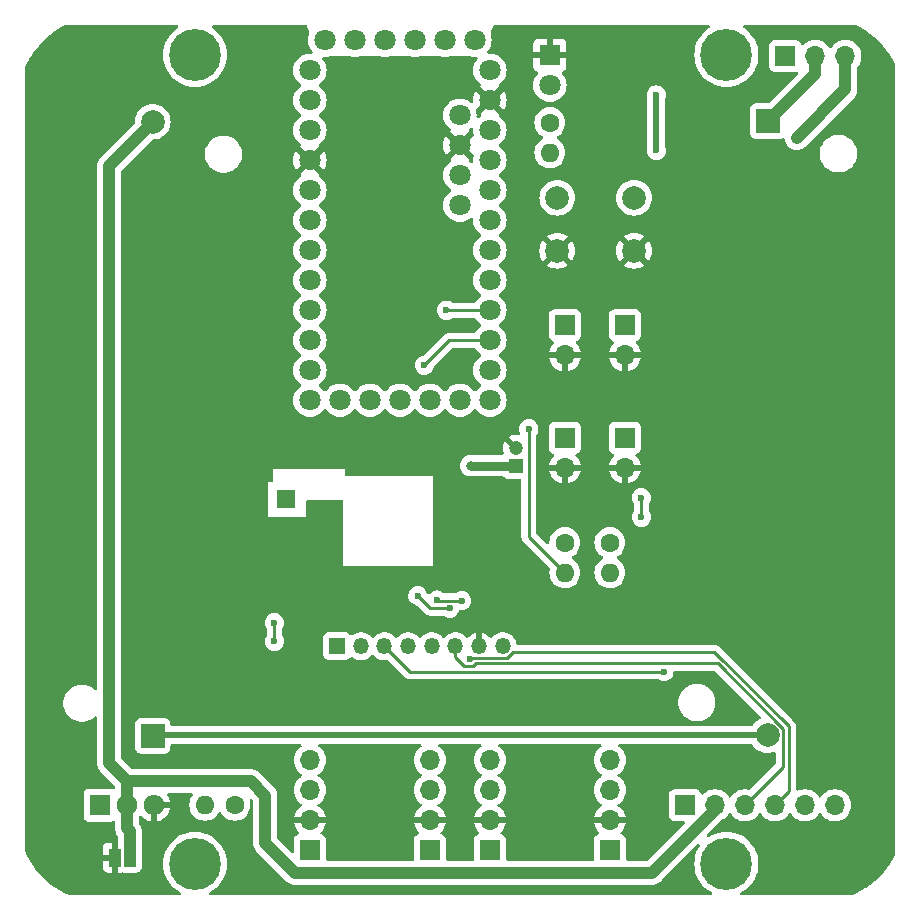
<source format=gbr>
%TF.GenerationSoftware,KiCad,Pcbnew,8.0.5-8.0.5-0~ubuntu22.04.1*%
%TF.CreationDate,2024-09-30T17:55:33+02:00*%
%TF.ProjectId,HB-UNI-SEN-BATT_E07-900MM10S_FUEL4EP,48422d55-4e49-42d5-9345-4e2d42415454,1.1*%
%TF.SameCoordinates,Original*%
%TF.FileFunction,Copper,L2,Bot*%
%TF.FilePolarity,Positive*%
%FSLAX46Y46*%
G04 Gerber Fmt 4.6, Leading zero omitted, Abs format (unit mm)*
G04 Created by KiCad (PCBNEW 8.0.5-8.0.5-0~ubuntu22.04.1) date 2024-09-30 17:55:33*
%MOMM*%
%LPD*%
G01*
G04 APERTURE LIST*
G04 Aperture macros list*
%AMRoundRect*
0 Rectangle with rounded corners*
0 $1 Rounding radius*
0 $2 $3 $4 $5 $6 $7 $8 $9 X,Y pos of 4 corners*
0 Add a 4 corners polygon primitive as box body*
4,1,4,$2,$3,$4,$5,$6,$7,$8,$9,$2,$3,0*
0 Add four circle primitives for the rounded corners*
1,1,$1+$1,$2,$3*
1,1,$1+$1,$4,$5*
1,1,$1+$1,$6,$7*
1,1,$1+$1,$8,$9*
0 Add four rect primitives between the rounded corners*
20,1,$1+$1,$2,$3,$4,$5,0*
20,1,$1+$1,$4,$5,$6,$7,0*
20,1,$1+$1,$6,$7,$8,$9,0*
20,1,$1+$1,$8,$9,$2,$3,0*%
G04 Aperture macros list end*
%TA.AperFunction,ComponentPad*%
%ADD10R,1.800000X1.800000*%
%TD*%
%TA.AperFunction,ComponentPad*%
%ADD11C,1.800000*%
%TD*%
%TA.AperFunction,ComponentPad*%
%ADD12R,1.700000X1.700000*%
%TD*%
%TA.AperFunction,ComponentPad*%
%ADD13O,1.700000X1.700000*%
%TD*%
%TA.AperFunction,ComponentPad*%
%ADD14R,2.000000X2.000000*%
%TD*%
%TA.AperFunction,ComponentPad*%
%ADD15C,2.000000*%
%TD*%
%TA.AperFunction,ComponentPad*%
%ADD16R,1.200000X1.200000*%
%TD*%
%TA.AperFunction,ComponentPad*%
%ADD17C,1.200000*%
%TD*%
%TA.AperFunction,ComponentPad*%
%ADD18C,1.600000*%
%TD*%
%TA.AperFunction,ComponentPad*%
%ADD19O,1.600000X1.600000*%
%TD*%
%TA.AperFunction,ComponentPad*%
%ADD20R,1.717500X1.800000*%
%TD*%
%TA.AperFunction,ComponentPad*%
%ADD21O,1.717500X1.800000*%
%TD*%
%TA.AperFunction,SMDPad,CuDef*%
%ADD22R,1.000000X1.500000*%
%TD*%
%TA.AperFunction,ComponentPad*%
%ADD23C,0.700000*%
%TD*%
%TA.AperFunction,ComponentPad*%
%ADD24C,4.400000*%
%TD*%
%TA.AperFunction,ComponentPad*%
%ADD25R,1.350000X1.350000*%
%TD*%
%TA.AperFunction,ComponentPad*%
%ADD26O,1.350000X1.350000*%
%TD*%
%TA.AperFunction,ComponentPad*%
%ADD27RoundRect,0.250000X-0.550000X-0.550000X0.550000X-0.550000X0.550000X0.550000X-0.550000X0.550000X0*%
%TD*%
%TA.AperFunction,ViaPad*%
%ADD28C,0.600000*%
%TD*%
%TA.AperFunction,ViaPad*%
%ADD29C,0.800000*%
%TD*%
%TA.AperFunction,ViaPad*%
%ADD30C,1.000000*%
%TD*%
%TA.AperFunction,Conductor*%
%ADD31C,0.250000*%
%TD*%
%TA.AperFunction,Conductor*%
%ADD32C,0.500000*%
%TD*%
%TA.AperFunction,Conductor*%
%ADD33C,0.800000*%
%TD*%
%TA.AperFunction,Conductor*%
%ADD34C,1.000000*%
%TD*%
G04 APERTURE END LIST*
D10*
%TO.P,D1,1,K*%
%TO.N,GND*%
X45050000Y71720000D03*
D11*
%TO.P,D1,2,A*%
%TO.N,Net-(D1-A)*%
X45050000Y69180000D03*
%TD*%
D12*
%TO.P,J1,1,Pin_1*%
%TO.N,/A0*%
X46320000Y39335000D03*
D13*
%TO.P,J1,2,Pin_2*%
%TO.N,GND*%
X46320000Y36795000D03*
%TD*%
D12*
%TO.P,J2,1,Pin_1*%
%TO.N,/A1*%
X51400000Y39335000D03*
D13*
%TO.P,J2,2,Pin_2*%
%TO.N,GND*%
X51400000Y36795000D03*
%TD*%
D12*
%TO.P,J7,1,Pin_1*%
%TO.N,VCC*%
X34890000Y4410000D03*
D13*
%TO.P,J7,2,Pin_2*%
%TO.N,GND*%
X34890000Y6950000D03*
%TO.P,J7,3,Pin_3*%
%TO.N,/SCL*%
X34890000Y9490000D03*
%TO.P,J7,4,Pin_4*%
%TO.N,/SDA*%
X34890000Y12030000D03*
%TD*%
D14*
%TO.P,BT1,1,+*%
%TO.N,/plusBAT*%
X63490000Y66140000D03*
D15*
%TO.P,BT1,2,-*%
%TO.N,/conBAT*%
X63490000Y14150000D03*
%TD*%
D12*
%TO.P,J3,1,Pin_1*%
%TO.N,/A2*%
X46320000Y48860000D03*
D13*
%TO.P,J3,2,Pin_2*%
%TO.N,GND*%
X46320000Y46320000D03*
%TD*%
D12*
%TO.P,J4,1,Pin_1*%
%TO.N,/A3*%
X51400000Y48860000D03*
D13*
%TO.P,J4,2,Pin_2*%
%TO.N,GND*%
X51400000Y46320000D03*
%TD*%
D12*
%TO.P,J5,1,Pin_1*%
%TO.N,VCC*%
X56480000Y8220000D03*
D13*
%TO.P,J5,2,Pin_2*%
%TO.N,/minusBAT*%
X59020000Y8220000D03*
%TO.P,J5,3,Pin_3*%
%TO.N,/MOSI*%
X61560000Y8220000D03*
%TO.P,J5,4,Pin_4*%
%TO.N,/SCK*%
X64100000Y8220000D03*
%TO.P,J5,5,Pin_5*%
%TO.N,/MISO*%
X66640000Y8220000D03*
%TO.P,J5,6,Pin_6*%
%TO.N,/RSET*%
X69180000Y8220000D03*
%TD*%
D12*
%TO.P,J6,1,Pin_1*%
%TO.N,VCC*%
X24730000Y4410000D03*
D13*
%TO.P,J6,2,Pin_2*%
%TO.N,GND*%
X24730000Y6950000D03*
%TO.P,J6,3,Pin_3*%
%TO.N,/SCL*%
X24730000Y9490000D03*
%TO.P,J6,4,Pin_4*%
%TO.N,/SDA*%
X24730000Y12030000D03*
%TD*%
D16*
%TO.P,C1,1*%
%TO.N,VCC*%
X42164000Y36957000D03*
D17*
%TO.P,C1,2*%
%TO.N,GND*%
X42164000Y38457000D03*
%TD*%
D18*
%TO.P,R4,1*%
%TO.N,VCC*%
X50130000Y30445000D03*
D19*
%TO.P,R4,2*%
%TO.N,/SCL*%
X50130000Y27905000D03*
%TD*%
D18*
%TO.P,R5,1*%
%TO.N,VCC*%
X46320000Y30445000D03*
D19*
%TO.P,R5,2*%
%TO.N,/SDA*%
X46320000Y27905000D03*
%TD*%
D18*
%TO.P,R1,1*%
%TO.N,Net-(D1-A)*%
X45050000Y66005000D03*
D19*
%TO.P,R1,2*%
%TO.N,Net-(Module2-PD4_4)*%
X45050000Y63465000D03*
%TD*%
D18*
%TO.P,R3,1*%
%TO.N,VCC*%
X18380000Y8220000D03*
D19*
%TO.P,R3,2*%
%TO.N,Net-(Q1-G)*%
X15840000Y8220000D03*
%TD*%
D20*
%TO.P,Q1,1,G*%
%TO.N,Net-(Q1-G)*%
X6950000Y8220000D03*
D21*
%TO.P,Q1,2,D*%
%TO.N,/minusBAT*%
X9240000Y8220000D03*
%TO.P,Q1,3,S*%
%TO.N,GND*%
X11530000Y8220000D03*
%TD*%
D12*
%TO.P,J9,1,Pin_1*%
%TO.N,VCC*%
X50130000Y4410000D03*
D13*
%TO.P,J9,2,Pin_2*%
%TO.N,GND*%
X50130000Y6950000D03*
%TO.P,J9,3,Pin_3*%
%TO.N,/SCL*%
X50130000Y9490000D03*
%TO.P,J9,4,Pin_4*%
%TO.N,/SDA*%
X50130000Y12030000D03*
%TD*%
D12*
%TO.P,J10,1,Pin_1*%
%TO.N,VCC*%
X64989000Y71656500D03*
D13*
%TO.P,J10,2,Pin_2*%
%TO.N,/plusBAT*%
X67529000Y71656500D03*
%TO.P,J10,3,Pin_3*%
%TO.N,/minusBAT*%
X70069000Y71656500D03*
%TD*%
D22*
%TO.P,JP1,1,A*%
%TO.N,/minusBAT*%
X9500000Y3775000D03*
%TO.P,JP1,2,B*%
%TO.N,GND*%
X8200000Y3775000D03*
%TD*%
D11*
%TO.P,Module2,1A,VCC*%
%TO.N,unconnected-(Module2-VCC-Pad1A)*%
X39970000Y70450000D03*
%TO.P,Module2,1B,PC2/TCK*%
%TO.N,unconnected-(Module2-PC2{slash}TCK-Pad1B)*%
X27270000Y42510000D03*
%TO.P,Module2,1C,PD1/TXD0*%
%TO.N,unconnected-(Module2-PD1{slash}TXD0-Pad1C)*%
X24730000Y70450000D03*
%TO.P,Module2,1D,DTR*%
%TO.N,unconnected-(Module2-DTR-Pad1D)*%
X26000000Y72990000D03*
%TO.P,Module2,1E,VCC*%
%TO.N,unconnected-(Module2-VCC-Pad1E)*%
X37430000Y66640000D03*
%TO.P,Module2,2A,GND*%
%TO.N,GND*%
X39970000Y67910000D03*
%TO.P,Module2,2B,PC4/TD0*%
%TO.N,unconnected-(Module2-PC4{slash}TD0-Pad2B)*%
X29810000Y42510000D03*
%TO.P,Module2,2C,PD0/RXD0*%
%TO.N,unconnected-(Module2-PD0{slash}RXD0-Pad2C)*%
X24730000Y67910000D03*
%TO.P,Module2,2D,PD1/TXD0*%
%TO.N,unconnected-(Module2-PD1{slash}TXD0-Pad2D)*%
X28540000Y72990000D03*
%TO.P,Module2,2E,GND*%
%TO.N,GND*%
X37430000Y64100000D03*
%TO.P,Module2,3A,RST*%
%TO.N,/RSET*%
X39970000Y65370000D03*
%TO.P,Module2,3B,PC5/TDI*%
%TO.N,unconnected-(Module2-PC5{slash}TDI-Pad3B)*%
X32350000Y42510000D03*
%TO.P,Module2,3C,RST*%
%TO.N,unconnected-(Module2-RST-Pad3C)*%
X24730000Y65370000D03*
%TO.P,Module2,3D,PD0/RXD0*%
%TO.N,unconnected-(Module2-PD0{slash}RXD0-Pad3D)*%
X31080000Y72990000D03*
%TO.P,Module2,3E,PC0/SCL*%
%TO.N,/SCL*%
X37430000Y61560000D03*
%TO.P,Module2,4A,VCC*%
%TO.N,VCC*%
X39970000Y62830000D03*
%TO.P,Module2,4B,PB1/T1*%
%TO.N,unconnected-(Module2-PB1{slash}T1-Pad4B)*%
X34890000Y42510000D03*
%TO.P,Module2,4C,GND*%
%TO.N,GND*%
X24730000Y62830000D03*
%TO.P,Module2,4D,VCC*%
%TO.N,unconnected-(Module2-VCC-Pad4D)*%
X33620000Y72990000D03*
%TO.P,Module2,4E,PC1/SDA*%
%TO.N,/SDA*%
X37430000Y59020000D03*
%TO.P,Module2,5A,PB2/A3*%
%TO.N,/A3*%
X39970000Y60290000D03*
%TO.P,Module2,5B,PB0/T0*%
%TO.N,unconnected-(Module2-PB0{slash}T0-Pad5B)*%
X37430000Y42510000D03*
%TO.P,Module2,5C,PD2_2*%
%TO.N,/D2*%
X24730000Y60290000D03*
%TO.P,Module2,5D,GND*%
%TO.N,unconnected-(Module2-GND-Pad5D)*%
X36160000Y72990000D03*
%TO.P,Module2,6A,PB3/A2*%
%TO.N,/A2*%
X39970000Y57750000D03*
%TO.P,Module2,6C,PD3_3*%
%TO.N,unconnected-(Module2-PD3_3-Pad6C)*%
X24730000Y57750000D03*
%TO.P,Module2,6D,GND*%
%TO.N,unconnected-(Module2-GND-Pad6D)*%
X38700000Y72990000D03*
%TO.P,Module2,7A,PA1/A1*%
%TO.N,/A1*%
X39970000Y55210000D03*
%TO.P,Module2,7C,PD4_4*%
%TO.N,Net-(Module2-PD4_4)*%
X24730000Y55210000D03*
%TO.P,Module2,8A,PA0/A0*%
%TO.N,/A0*%
X39970000Y52670000D03*
%TO.P,Module2,8C,PD5_5*%
%TO.N,/D5*%
X24730000Y52670000D03*
%TO.P,Module2,9A,PB7/SCK*%
%TO.N,/SCK*%
X39970000Y50130000D03*
%TO.P,Module2,9C,PD6_6*%
%TO.N,/D6*%
X24730000Y50130000D03*
%TO.P,Module2,10A,PB6/MISO*%
%TO.N,/MISO*%
X39970000Y47590000D03*
%TO.P,Module2,10C,PD7_7*%
%TO.N,/D7*%
X24730000Y47590000D03*
%TO.P,Module2,11A,PB5/MOSI*%
%TO.N,/MOSI*%
X39970000Y45050000D03*
%TO.P,Module2,11C,PC6_8L*%
%TO.N,/CONFIG*%
X24730000Y45050000D03*
%TO.P,Module2,12A,PB4/~{SS}*%
%TO.N,/SS*%
X39970000Y42510000D03*
%TO.P,Module2,12C,PC3_9/TMS*%
%TO.N,unconnected-(Module2-PC3_9{slash}TMS-Pad12C)*%
X24730000Y42510000D03*
%TD*%
D15*
%TO.P,SW1,1*%
%TO.N,/CONFIG*%
X45685000Y59655000D03*
X52185000Y59655000D03*
%TO.P,SW1,2*%
%TO.N,GND*%
X45685000Y55155000D03*
X52185000Y55155000D03*
%TD*%
D12*
%TO.P,J8,1,Pin_1*%
%TO.N,VCC*%
X39970000Y4410000D03*
D13*
%TO.P,J8,2,Pin_2*%
%TO.N,GND*%
X39970000Y6950000D03*
%TO.P,J8,3,Pin_3*%
%TO.N,/SCL*%
X39970000Y9490000D03*
%TO.P,J8,4,Pin_4*%
%TO.N,/SDA*%
X39970000Y12030000D03*
%TD*%
D23*
%TO.P,H2,1*%
%TO.N,N/C*%
X58200000Y71750000D03*
X58727200Y73022800D03*
X58727200Y70477200D03*
X60000000Y73550000D03*
D24*
X60000000Y71750000D03*
D23*
X60000000Y69950000D03*
X61272800Y73022800D03*
X61272800Y70477200D03*
X61800000Y71750000D03*
%TD*%
%TO.P,H4,1*%
%TO.N,N/C*%
X58200000Y3250000D03*
X58727200Y4522800D03*
X58727200Y1977200D03*
X60000000Y5050000D03*
D24*
X60000000Y3250000D03*
D23*
X60000000Y1450000D03*
X61272800Y4522800D03*
X61272800Y1977200D03*
X61800000Y3250000D03*
%TD*%
%TO.P,H1,1*%
%TO.N,N/C*%
X13200000Y71750000D03*
X13727200Y73022800D03*
X13727200Y70477200D03*
X15000000Y73550000D03*
D24*
X15000000Y71750000D03*
D23*
X15000000Y69950000D03*
X16272800Y73022800D03*
X16272800Y70477200D03*
X16800000Y71750000D03*
%TD*%
%TO.P,H3,1*%
%TO.N,N/C*%
X13200000Y3250000D03*
X13727200Y4522800D03*
X13727200Y1977200D03*
X15000000Y5050000D03*
D24*
X15000000Y3250000D03*
D23*
X15000000Y1450000D03*
X16272800Y4522800D03*
X16272800Y1977200D03*
X16800000Y3250000D03*
%TD*%
D25*
%TO.P,J11,1,Pin_1*%
%TO.N,/D7*%
X27048000Y21682000D03*
D26*
%TO.P,J11,2,Pin_2*%
%TO.N,/D6*%
X29048000Y21682000D03*
%TO.P,J11,3,Pin_3*%
%TO.N,/MISO*%
X31048000Y21682000D03*
%TO.P,J11,4,Pin_4*%
%TO.N,/D5*%
X33048000Y21682000D03*
%TO.P,J11,5,Pin_5*%
%TO.N,/SCK*%
X35048000Y21682000D03*
%TO.P,J11,6,Pin_6*%
%TO.N,/MOSI*%
X37048000Y21682000D03*
%TO.P,J11,7,Pin_7*%
%TO.N,GND*%
X39048000Y21682000D03*
%TO.P,J11,8,Pin_8*%
%TO.N,VCC*%
X41048000Y21682000D03*
%TD*%
D14*
%TO.P,BT2,1,+*%
%TO.N,/conBAT*%
X11420000Y14100000D03*
D15*
%TO.P,BT2,2,-*%
%TO.N,/minusBAT*%
X11420000Y66090000D03*
%TD*%
D27*
%TO.P,AE1,1,A*%
%TO.N,Net-(AE1-A)*%
X22733000Y34163000D03*
%TD*%
D28*
%TO.N,GND*%
X10861600Y18075200D03*
X37666057Y30516985D03*
X33361000Y38666161D03*
X36957000Y38608000D03*
X37630065Y29115932D03*
X52619200Y15636800D03*
X25908000Y38862000D03*
X20828000Y33274000D03*
X22733000Y32131000D03*
X22596400Y6238800D03*
X39243000Y23622000D03*
X26797000Y38862000D03*
X24765000Y32766000D03*
X24765000Y33528000D03*
X20828000Y34163000D03*
X21260000Y40716000D03*
X37679000Y29798000D03*
X21018500Y32321500D03*
X24003000Y32131000D03*
X32599000Y38666161D03*
X31583000Y38666161D03*
X39055600Y17668800D03*
X20828000Y35052000D03*
X21082000Y35941000D03*
%TO.N,/SCL*%
X52797000Y32604000D03*
X52797000Y34255000D03*
%TO.N,/SDA*%
X43271816Y40081645D03*
%TO.N,/MOSI*%
X35501271Y25583453D03*
X37592000Y25527000D03*
%TO.N,/SCK*%
X33869000Y25948000D03*
X38248500Y20585262D03*
X36576000Y24892000D03*
X36287000Y50130000D03*
%TO.N,/MISO*%
X54702000Y19523000D03*
X34417000Y45466000D03*
%TO.N,VCC*%
X54067000Y63655500D03*
X54067000Y68354500D03*
D29*
X38354000Y36957000D03*
D30*
%TO.N,/minusBAT*%
X65954200Y64701360D03*
D28*
%TO.N,/D7*%
X21732800Y23663200D03*
X21732800Y22088400D03*
%TD*%
D31*
%TO.N,/SCL*%
X52797000Y34255000D02*
X52797000Y32604000D01*
%TO.N,/SDA*%
X43271816Y30953184D02*
X43271816Y40081645D01*
X46320000Y27905000D02*
X43271816Y30953184D01*
%TO.N,/MOSI*%
X64815000Y14698833D02*
X59297334Y20216499D01*
X37592000Y25527000D02*
X35557724Y25527000D01*
X37814644Y19960762D02*
X37048000Y20727406D01*
X59297334Y20216499D02*
X38767809Y20216499D01*
X35557724Y25527000D02*
X35501271Y25583453D01*
X61560000Y8220000D02*
X64815000Y11475000D01*
X37048000Y20727406D02*
X37048000Y21682000D01*
X38512072Y19960762D02*
X37814644Y19960762D01*
X64815000Y11475000D02*
X64815000Y14698833D01*
X38767809Y20216499D02*
X38512072Y19960762D01*
%TO.N,/SCK*%
X33869000Y25948000D02*
X34925000Y24892000D01*
X38329238Y20666000D02*
X38248500Y20585262D01*
X65265000Y9385000D02*
X65265000Y14885229D01*
X58976229Y21174000D02*
X41954214Y21174000D01*
X65265000Y14885229D02*
X58976229Y21174000D01*
X41954214Y21174000D02*
X41446214Y20666000D01*
X41446214Y20666000D02*
X38329238Y20666000D01*
X34925000Y24892000D02*
X36703000Y24892000D01*
X64100000Y8220000D02*
X65265000Y9385000D01*
X36287000Y50130000D02*
X39970000Y50130000D01*
X36703000Y24892000D02*
X36576000Y24892000D01*
%TO.N,/MISO*%
X33218739Y19511261D02*
X31048000Y21682000D01*
X39970000Y47590000D02*
X36541000Y47590000D01*
X38698261Y19511261D02*
X33218739Y19511261D01*
X38710000Y19523000D02*
X38698261Y19511261D01*
X54702000Y19523000D02*
X38710000Y19523000D01*
X36541000Y47590000D02*
X34417000Y45466000D01*
D32*
%TO.N,VCC*%
X54067000Y68354500D02*
X54067000Y64163500D01*
D33*
X42164000Y36957000D02*
X38354000Y36957000D01*
D32*
X54067000Y64163500D02*
X54067000Y63655500D01*
D34*
%TO.N,/minusBAT*%
X23460000Y2505000D02*
X53305000Y2505000D01*
X9500000Y3775000D02*
X9500000Y6000000D01*
X19750000Y10250000D02*
X9250000Y10250000D01*
X9500000Y6000000D02*
X9250000Y6250000D01*
X7750000Y62347300D02*
X11483900Y66081200D01*
X20965000Y9035000D02*
X19750000Y10250000D01*
X70069000Y68816160D02*
X65954200Y64701360D01*
X9250000Y10250000D02*
X9240000Y10260000D01*
X7750000Y11750000D02*
X7750000Y62347300D01*
X20965000Y5000000D02*
X20965000Y9035000D01*
X53305000Y2505000D02*
X53725002Y2505000D01*
X20965000Y5000000D02*
X23460000Y2505000D01*
X9250000Y8166650D02*
X9250000Y6250000D01*
X9240000Y8220000D02*
X9240000Y10260000D01*
X70069000Y71656500D02*
X70069000Y68816160D01*
X53725002Y2505000D02*
X59121600Y7901598D01*
X9240000Y10260000D02*
X7750000Y11750000D01*
%TO.N,/plusBAT*%
X67529000Y70132500D02*
X63592000Y66195500D01*
X67529000Y71656500D02*
X67529000Y70132500D01*
D31*
%TO.N,/D7*%
X21732800Y23663200D02*
X21732800Y22088400D01*
D32*
%TO.N,/conBAT*%
X63490000Y14150000D02*
X11406800Y14150000D01*
%TD*%
%TA.AperFunction,Conductor*%
%TO.N,GND*%
G36*
X42190783Y38152859D02*
G01*
X42132887Y38157000D01*
X42198366Y38157000D01*
X42190783Y38152859D01*
G37*
%TD.AperFunction*%
%TA.AperFunction,Conductor*%
G36*
X42121451Y38157817D02*
G01*
X42119968Y38157924D01*
X42119190Y38158423D01*
X42121451Y38157817D01*
G37*
%TD.AperFunction*%
%TA.AperFunction,Conductor*%
G36*
X42463075Y38412967D02*
G01*
X42462576Y38412191D01*
X42463180Y38414446D01*
X42463075Y38412967D01*
G37*
%TD.AperFunction*%
%TA.AperFunction,Conductor*%
G36*
X42468140Y38483782D02*
G01*
X42464000Y38425899D01*
X42464000Y38491363D01*
X42468140Y38483782D01*
G37*
%TD.AperFunction*%
%TA.AperFunction,Conductor*%
G36*
X13532725Y74239998D02*
G01*
X13579218Y74186342D01*
X13589322Y74116068D01*
X13559828Y74051488D01*
X13529789Y74026172D01*
X13458587Y73983128D01*
X13458584Y73983126D01*
X13200649Y73781047D01*
X13200647Y73781045D01*
X13200641Y73781040D01*
X12968959Y73549358D01*
X12968954Y73549352D01*
X12968953Y73549351D01*
X12890260Y73448907D01*
X12766871Y73291412D01*
X12597356Y73011003D01*
X12462880Y72712207D01*
X12365396Y72399370D01*
X12306333Y72077070D01*
X12306332Y72077067D01*
X12286549Y71750001D01*
X12286549Y71749998D01*
X12306332Y71422932D01*
X12306333Y71422929D01*
X12365396Y71100629D01*
X12462880Y70787792D01*
X12597356Y70488996D01*
X12766871Y70208587D01*
X12968954Y69950647D01*
X12968959Y69950641D01*
X13200641Y69718959D01*
X13200647Y69718954D01*
X13458587Y69516871D01*
X13738996Y69347356D01*
X14037792Y69212880D01*
X14350629Y69115396D01*
X14672929Y69056333D01*
X14672932Y69056332D01*
X14999999Y69036549D01*
X15000000Y69036549D01*
X15000001Y69036549D01*
X15327067Y69056332D01*
X15327070Y69056333D01*
X15649370Y69115396D01*
X15962207Y69212880D01*
X16261003Y69347356D01*
X16541412Y69516871D01*
X16624437Y69581917D01*
X16799351Y69718953D01*
X16799352Y69718954D01*
X16799358Y69718959D01*
X17031040Y69950641D01*
X17031045Y69950647D01*
X17062730Y69991089D01*
X17233126Y70208584D01*
X17239917Y70219818D01*
X17402643Y70488996D01*
X17537119Y70787792D01*
X17546916Y70819229D01*
X17634603Y71100629D01*
X17693667Y71422930D01*
X17713105Y71744286D01*
X17713451Y71749998D01*
X17713451Y71750001D01*
X17704759Y71893694D01*
X17693667Y72077070D01*
X17634603Y72399371D01*
X17537121Y72712203D01*
X17466210Y72869761D01*
X17402643Y73011003D01*
X17274707Y73222633D01*
X17233126Y73291416D01*
X17031047Y73549351D01*
X16799351Y73781047D01*
X16541416Y73983126D01*
X16517244Y73997738D01*
X16470211Y74026172D01*
X16422263Y74078531D01*
X16410233Y74148501D01*
X16437942Y74213867D01*
X16496592Y74253876D01*
X16535396Y74260000D01*
X24379250Y74260000D01*
X24447371Y74239998D01*
X24486683Y74199834D01*
X24514058Y74155161D01*
X24523034Y74137545D01*
X24600984Y73949357D01*
X24607094Y73930553D01*
X24654646Y73732483D01*
X24657739Y73712955D01*
X24673716Y73509955D01*
X24664270Y73454070D01*
X24664944Y73453839D01*
X24663541Y73449751D01*
X24663491Y73449456D01*
X24663253Y73448915D01*
X24663249Y73448903D01*
X24605950Y73222633D01*
X24605950Y73222631D01*
X24605949Y73222626D01*
X24586673Y72990000D01*
X24602608Y72797688D01*
X24605950Y72757366D01*
X24663249Y72531096D01*
X24663252Y72531089D01*
X24757015Y72317331D01*
X24884683Y72121920D01*
X24932629Y72069837D01*
X24964049Y72006172D01*
X24956062Y71935626D01*
X24911203Y71880597D01*
X24843714Y71858557D01*
X24839927Y71858500D01*
X24613288Y71858500D01*
X24383049Y71820080D01*
X24162273Y71744287D01*
X23956983Y71633190D01*
X23864874Y71561498D01*
X23772778Y71489817D01*
X23772774Y71489813D01*
X23614685Y71318083D01*
X23487015Y71122668D01*
X23393252Y70908910D01*
X23393249Y70908903D01*
X23335950Y70682633D01*
X23335949Y70682628D01*
X23335949Y70682626D01*
X23316673Y70450000D01*
X23335746Y70219818D01*
X23335950Y70217366D01*
X23393249Y69991096D01*
X23393252Y69991089D01*
X23487015Y69777331D01*
X23614685Y69581916D01*
X23772774Y69410186D01*
X23772785Y69410176D01*
X23940766Y69279431D01*
X23982237Y69221806D01*
X23985970Y69150908D01*
X23950780Y69089246D01*
X23940766Y69080569D01*
X23772785Y68949823D01*
X23772774Y68949813D01*
X23614685Y68778083D01*
X23487015Y68582668D01*
X23393252Y68368910D01*
X23393249Y68368903D01*
X23335950Y68142633D01*
X23335949Y68142628D01*
X23335949Y68142626D01*
X23316673Y67910000D01*
X23335746Y67679818D01*
X23335950Y67677366D01*
X23393249Y67451096D01*
X23393252Y67451089D01*
X23487015Y67237331D01*
X23614685Y67041916D01*
X23772774Y66870186D01*
X23772785Y66870176D01*
X23940766Y66739431D01*
X23982237Y66681806D01*
X23985970Y66610908D01*
X23950780Y66549246D01*
X23940766Y66540569D01*
X23772785Y66409823D01*
X23772774Y66409813D01*
X23614685Y66238083D01*
X23487015Y66042668D01*
X23393252Y65828910D01*
X23393249Y65828903D01*
X23335950Y65602633D01*
X23335949Y65602628D01*
X23335949Y65602626D01*
X23316673Y65370000D01*
X23334016Y65160697D01*
X23335950Y65137366D01*
X23393249Y64911096D01*
X23393252Y64911089D01*
X23487015Y64697331D01*
X23614685Y64501916D01*
X23772774Y64330186D01*
X23772785Y64330176D01*
X23941172Y64199115D01*
X23982643Y64141490D01*
X23986376Y64070592D01*
X23951186Y64008930D01*
X23941172Y64000252D01*
X23928680Y63990529D01*
X23928680Y63990528D01*
X24605051Y63314157D01*
X24537007Y63295925D01*
X24422993Y63230099D01*
X24329901Y63137007D01*
X24264075Y63022993D01*
X24245841Y62954946D01*
X23570796Y63629991D01*
X23487455Y63502427D01*
X23393726Y63288747D01*
X23393724Y63288743D01*
X23336444Y63062549D01*
X23317174Y62830000D01*
X23336444Y62597450D01*
X23393724Y62371256D01*
X23393726Y62371252D01*
X23487452Y62157578D01*
X23487459Y62157566D01*
X23570797Y62030007D01*
X23570798Y62030007D01*
X24245842Y62705051D01*
X24264075Y62637007D01*
X24329901Y62522993D01*
X24422993Y62429901D01*
X24537007Y62364075D01*
X24605051Y62345842D01*
X23928680Y61669471D01*
X23928680Y61669469D01*
X23941170Y61659749D01*
X23982643Y61602124D01*
X23986378Y61531226D01*
X23951190Y61469563D01*
X23941189Y61460897D01*
X23772780Y61329818D01*
X23772779Y61329817D01*
X23772778Y61329816D01*
X23772774Y61329813D01*
X23614685Y61158083D01*
X23487015Y60962668D01*
X23393252Y60748910D01*
X23393249Y60748903D01*
X23335950Y60522633D01*
X23335949Y60522628D01*
X23335949Y60522626D01*
X23316673Y60290000D01*
X23335746Y60059818D01*
X23335950Y60057366D01*
X23393249Y59831096D01*
X23393252Y59831089D01*
X23487015Y59617331D01*
X23614685Y59421916D01*
X23772774Y59250186D01*
X23772785Y59250176D01*
X23940766Y59119431D01*
X23982237Y59061806D01*
X23985970Y58990908D01*
X23950780Y58929246D01*
X23940766Y58920569D01*
X23772785Y58789823D01*
X23772774Y58789813D01*
X23614685Y58618083D01*
X23487015Y58422668D01*
X23393252Y58208910D01*
X23393249Y58208903D01*
X23335950Y57982633D01*
X23335949Y57982628D01*
X23335949Y57982626D01*
X23316673Y57750000D01*
X23328149Y57611500D01*
X23335950Y57517366D01*
X23393249Y57291096D01*
X23393252Y57291089D01*
X23487015Y57077331D01*
X23614685Y56881916D01*
X23772774Y56710186D01*
X23772785Y56710176D01*
X23940766Y56579431D01*
X23982237Y56521806D01*
X23985970Y56450908D01*
X23950780Y56389246D01*
X23940766Y56380569D01*
X23772785Y56249823D01*
X23772774Y56249813D01*
X23614685Y56078083D01*
X23487015Y55882668D01*
X23393252Y55668910D01*
X23393249Y55668903D01*
X23335950Y55442633D01*
X23335949Y55442628D01*
X23335949Y55442626D01*
X23316673Y55210000D01*
X23327230Y55082591D01*
X23335950Y54977366D01*
X23393249Y54751096D01*
X23393252Y54751089D01*
X23487015Y54537331D01*
X23614685Y54341916D01*
X23772774Y54170186D01*
X23772785Y54170176D01*
X23940766Y54039431D01*
X23982237Y53981806D01*
X23985970Y53910908D01*
X23950780Y53849246D01*
X23940766Y53840569D01*
X23772785Y53709823D01*
X23772774Y53709813D01*
X23614685Y53538083D01*
X23487015Y53342668D01*
X23393252Y53128910D01*
X23393249Y53128903D01*
X23335950Y52902633D01*
X23316673Y52670000D01*
X23335950Y52437366D01*
X23393249Y52211096D01*
X23393252Y52211089D01*
X23487015Y51997331D01*
X23614685Y51801916D01*
X23772774Y51630186D01*
X23772785Y51630176D01*
X23940766Y51499431D01*
X23982237Y51441806D01*
X23985970Y51370908D01*
X23950780Y51309246D01*
X23940766Y51300569D01*
X23772785Y51169823D01*
X23772774Y51169813D01*
X23614685Y50998083D01*
X23487015Y50802668D01*
X23393252Y50588910D01*
X23393249Y50588903D01*
X23335950Y50362633D01*
X23335949Y50362628D01*
X23335949Y50362626D01*
X23316673Y50130000D01*
X23331675Y49948949D01*
X23335950Y49897366D01*
X23393249Y49671096D01*
X23393252Y49671089D01*
X23487015Y49457331D01*
X23614685Y49261916D01*
X23772774Y49090186D01*
X23772785Y49090176D01*
X23940766Y48959431D01*
X23982237Y48901806D01*
X23985970Y48830908D01*
X23950780Y48769246D01*
X23940766Y48760569D01*
X23772785Y48629823D01*
X23772774Y48629813D01*
X23614685Y48458083D01*
X23487015Y48262668D01*
X23393252Y48048910D01*
X23393249Y48048903D01*
X23335950Y47822633D01*
X23335949Y47822628D01*
X23335949Y47822626D01*
X23316673Y47590000D01*
X23328535Y47446843D01*
X23335950Y47357366D01*
X23393249Y47131096D01*
X23393252Y47131089D01*
X23487015Y46917331D01*
X23614685Y46721916D01*
X23772774Y46550186D01*
X23772785Y46550176D01*
X23940766Y46419431D01*
X23982237Y46361806D01*
X23985970Y46290908D01*
X23950780Y46229246D01*
X23940766Y46220569D01*
X23772785Y46089823D01*
X23772774Y46089813D01*
X23614685Y45918083D01*
X23487015Y45722668D01*
X23393252Y45508910D01*
X23393249Y45508903D01*
X23335950Y45282633D01*
X23335949Y45282628D01*
X23335949Y45282626D01*
X23316673Y45050000D01*
X23320895Y44999043D01*
X23335950Y44817366D01*
X23393249Y44591096D01*
X23393252Y44591089D01*
X23487015Y44377331D01*
X23614685Y44181916D01*
X23772774Y44010186D01*
X23772785Y44010176D01*
X23940766Y43879431D01*
X23982237Y43821806D01*
X23985970Y43750908D01*
X23950780Y43689246D01*
X23940766Y43680569D01*
X23772785Y43549823D01*
X23772774Y43549813D01*
X23614685Y43378083D01*
X23487015Y43182668D01*
X23393252Y42968910D01*
X23393249Y42968903D01*
X23335950Y42742633D01*
X23316673Y42510000D01*
X23335950Y42277366D01*
X23393249Y42051096D01*
X23393252Y42051089D01*
X23487015Y41837331D01*
X23614685Y41641916D01*
X23772774Y41470186D01*
X23772778Y41470182D01*
X23956983Y41326810D01*
X23956985Y41326809D01*
X24162273Y41215713D01*
X24162276Y41215711D01*
X24383044Y41139921D01*
X24383051Y41139919D01*
X24498066Y41120727D01*
X24613288Y41101500D01*
X24613292Y41101500D01*
X24846708Y41101500D01*
X24846712Y41101500D01*
X24978411Y41123476D01*
X25076948Y41139919D01*
X25076955Y41139921D01*
X25297723Y41215711D01*
X25297724Y41215712D01*
X25297727Y41215713D01*
X25503017Y41326810D01*
X25595118Y41398496D01*
X25687221Y41470182D01*
X25687225Y41470186D01*
X25845314Y41641916D01*
X25894517Y41717227D01*
X25948521Y41763316D01*
X26018869Y41772891D01*
X26083226Y41742914D01*
X26105483Y41717227D01*
X26154685Y41641916D01*
X26312774Y41470186D01*
X26312778Y41470182D01*
X26496983Y41326810D01*
X26496985Y41326809D01*
X26702273Y41215713D01*
X26702276Y41215711D01*
X26923044Y41139921D01*
X26923051Y41139919D01*
X27038066Y41120727D01*
X27153288Y41101500D01*
X27153292Y41101500D01*
X27386708Y41101500D01*
X27386712Y41101500D01*
X27518411Y41123476D01*
X27616948Y41139919D01*
X27616955Y41139921D01*
X27837723Y41215711D01*
X27837724Y41215712D01*
X27837727Y41215713D01*
X28043017Y41326810D01*
X28135118Y41398496D01*
X28227221Y41470182D01*
X28227225Y41470186D01*
X28385314Y41641916D01*
X28434517Y41717227D01*
X28488521Y41763316D01*
X28558869Y41772891D01*
X28623226Y41742914D01*
X28645483Y41717227D01*
X28694685Y41641916D01*
X28852774Y41470186D01*
X28852778Y41470182D01*
X29036983Y41326810D01*
X29036985Y41326809D01*
X29242273Y41215713D01*
X29242276Y41215711D01*
X29463044Y41139921D01*
X29463051Y41139919D01*
X29578066Y41120727D01*
X29693288Y41101500D01*
X29693292Y41101500D01*
X29926708Y41101500D01*
X29926712Y41101500D01*
X30058411Y41123476D01*
X30156948Y41139919D01*
X30156955Y41139921D01*
X30377723Y41215711D01*
X30377724Y41215712D01*
X30377727Y41215713D01*
X30583017Y41326810D01*
X30675118Y41398496D01*
X30767221Y41470182D01*
X30767225Y41470186D01*
X30925314Y41641916D01*
X30974517Y41717227D01*
X31028521Y41763316D01*
X31098869Y41772891D01*
X31163226Y41742914D01*
X31185483Y41717227D01*
X31234685Y41641916D01*
X31392774Y41470186D01*
X31392778Y41470182D01*
X31576983Y41326810D01*
X31576985Y41326809D01*
X31782273Y41215713D01*
X31782276Y41215711D01*
X32003044Y41139921D01*
X32003051Y41139919D01*
X32118066Y41120727D01*
X32233288Y41101500D01*
X32233292Y41101500D01*
X32466708Y41101500D01*
X32466712Y41101500D01*
X32598411Y41123476D01*
X32696948Y41139919D01*
X32696955Y41139921D01*
X32917723Y41215711D01*
X32917724Y41215712D01*
X32917727Y41215713D01*
X33123017Y41326810D01*
X33215118Y41398496D01*
X33307221Y41470182D01*
X33307225Y41470186D01*
X33465314Y41641916D01*
X33514517Y41717227D01*
X33568521Y41763316D01*
X33638869Y41772891D01*
X33703226Y41742914D01*
X33725483Y41717227D01*
X33774685Y41641916D01*
X33932774Y41470186D01*
X33932778Y41470182D01*
X34116983Y41326810D01*
X34116985Y41326809D01*
X34322273Y41215713D01*
X34322276Y41215711D01*
X34543044Y41139921D01*
X34543051Y41139919D01*
X34658066Y41120727D01*
X34773288Y41101500D01*
X34773292Y41101500D01*
X35006708Y41101500D01*
X35006712Y41101500D01*
X35138411Y41123476D01*
X35236948Y41139919D01*
X35236955Y41139921D01*
X35457723Y41215711D01*
X35457724Y41215712D01*
X35457727Y41215713D01*
X35663017Y41326810D01*
X35755118Y41398496D01*
X35847221Y41470182D01*
X35847225Y41470186D01*
X36005314Y41641916D01*
X36054517Y41717227D01*
X36108521Y41763316D01*
X36178869Y41772891D01*
X36243226Y41742914D01*
X36265483Y41717227D01*
X36314685Y41641916D01*
X36472774Y41470186D01*
X36472778Y41470182D01*
X36656983Y41326810D01*
X36656985Y41326809D01*
X36862273Y41215713D01*
X36862276Y41215711D01*
X37083044Y41139921D01*
X37083051Y41139919D01*
X37198066Y41120727D01*
X37313288Y41101500D01*
X37313292Y41101500D01*
X37546708Y41101500D01*
X37546712Y41101500D01*
X37678411Y41123476D01*
X37776948Y41139919D01*
X37776955Y41139921D01*
X37997723Y41215711D01*
X37997724Y41215712D01*
X37997727Y41215713D01*
X38203017Y41326810D01*
X38295118Y41398496D01*
X38387221Y41470182D01*
X38387225Y41470186D01*
X38545314Y41641916D01*
X38594517Y41717227D01*
X38648521Y41763316D01*
X38718869Y41772891D01*
X38783226Y41742914D01*
X38805483Y41717227D01*
X38854685Y41641916D01*
X39012774Y41470186D01*
X39012778Y41470182D01*
X39196983Y41326810D01*
X39196985Y41326809D01*
X39402273Y41215713D01*
X39402276Y41215711D01*
X39623044Y41139921D01*
X39623051Y41139919D01*
X39738066Y41120727D01*
X39853288Y41101500D01*
X39853292Y41101500D01*
X40086708Y41101500D01*
X40086712Y41101500D01*
X40218411Y41123476D01*
X40316948Y41139919D01*
X40316955Y41139921D01*
X40537723Y41215711D01*
X40537724Y41215712D01*
X40537727Y41215713D01*
X40743017Y41326810D01*
X40835118Y41398496D01*
X40927221Y41470182D01*
X40927225Y41470186D01*
X41085314Y41641916D01*
X41212984Y41837331D01*
X41306747Y42051089D01*
X41306750Y42051096D01*
X41364049Y42277366D01*
X41364051Y42277374D01*
X41383327Y42510000D01*
X41364051Y42742626D01*
X41306749Y42968907D01*
X41212984Y43182669D01*
X41085314Y43378083D01*
X40927220Y43549818D01*
X40759229Y43680570D01*
X40717761Y43738193D01*
X40714027Y43809091D01*
X40749217Y43870753D01*
X40759217Y43879419D01*
X40927220Y44010182D01*
X40927221Y44010183D01*
X40927225Y44010186D01*
X41085314Y44181916D01*
X41212984Y44377331D01*
X41306747Y44591089D01*
X41306750Y44591096D01*
X41364049Y44817366D01*
X41364051Y44817374D01*
X41383327Y45050000D01*
X41364051Y45282626D01*
X41306749Y45508907D01*
X41212984Y45722669D01*
X41085314Y45918083D01*
X41034502Y45973279D01*
X40927225Y46089813D01*
X40927223Y46089813D01*
X40927220Y46089818D01*
X40759229Y46220570D01*
X40717761Y46278193D01*
X40714027Y46349091D01*
X40749217Y46410753D01*
X40759217Y46419419D01*
X40927220Y46550182D01*
X40927221Y46550183D01*
X40927225Y46550186D01*
X41085314Y46721916D01*
X41212984Y46917331D01*
X41306747Y47131089D01*
X41306750Y47131096D01*
X41364049Y47357366D01*
X41364051Y47357374D01*
X41383327Y47590000D01*
X41364051Y47822626D01*
X41306749Y48048907D01*
X41212984Y48262669D01*
X41085314Y48458083D01*
X40927220Y48629818D01*
X40759229Y48760570D01*
X40717761Y48818193D01*
X40714027Y48889091D01*
X40749217Y48950753D01*
X40759217Y48959419D01*
X40927220Y49090182D01*
X40927221Y49090183D01*
X40927225Y49090186D01*
X41085314Y49261916D01*
X41212984Y49457331D01*
X41285530Y49622719D01*
X41306749Y49671093D01*
X41328919Y49758638D01*
X41328922Y49758649D01*
X44961500Y49758649D01*
X44961500Y47961350D01*
X44968009Y47900803D01*
X44968011Y47900795D01*
X45019110Y47763797D01*
X45019112Y47763792D01*
X45106738Y47646738D01*
X45223792Y47559112D01*
X45223795Y47559111D01*
X45339313Y47516024D01*
X45396148Y47473477D01*
X45420958Y47406956D01*
X45405866Y47337582D01*
X45387981Y47312632D01*
X45244674Y47156958D01*
X45121580Y46968548D01*
X45031179Y46762456D01*
X45031176Y46762449D01*
X44983455Y46574000D01*
X45889297Y46574000D01*
X45854075Y46512993D01*
X45820000Y46385826D01*
X45820000Y46254174D01*
X45854075Y46127007D01*
X45889297Y46066000D01*
X44983456Y46066000D01*
X44983455Y46065999D01*
X45031176Y45877550D01*
X45031179Y45877543D01*
X45121580Y45671451D01*
X45244674Y45483041D01*
X45397097Y45317465D01*
X45574698Y45179232D01*
X45574699Y45179231D01*
X45772628Y45072117D01*
X45772630Y45072116D01*
X45985487Y44999043D01*
X45985498Y44999040D01*
X46065999Y44985606D01*
X46066000Y44985607D01*
X46066000Y45889297D01*
X46127007Y45854075D01*
X46254174Y45820000D01*
X46385826Y45820000D01*
X46512993Y45854075D01*
X46574000Y45889297D01*
X46574000Y44985606D01*
X46654501Y44999040D01*
X46654512Y44999043D01*
X46867369Y45072116D01*
X46867371Y45072117D01*
X47065300Y45179231D01*
X47065301Y45179232D01*
X47242902Y45317465D01*
X47395325Y45483041D01*
X47518419Y45671451D01*
X47608820Y45877543D01*
X47608823Y45877550D01*
X47656544Y46065999D01*
X47656544Y46066000D01*
X46750703Y46066000D01*
X46785925Y46127007D01*
X46820000Y46254174D01*
X46820000Y46385826D01*
X46785925Y46512993D01*
X46750703Y46574000D01*
X47656544Y46574000D01*
X47608823Y46762449D01*
X47608820Y46762456D01*
X47518419Y46968548D01*
X47395323Y47156961D01*
X47252019Y47312632D01*
X47220598Y47376297D01*
X47228585Y47446843D01*
X47273444Y47501872D01*
X47300686Y47516024D01*
X47416204Y47559111D01*
X47416207Y47559112D01*
X47533261Y47646738D01*
X47620887Y47763792D01*
X47620889Y47763797D01*
X47671988Y47900795D01*
X47671990Y47900803D01*
X47678499Y47961350D01*
X47678500Y47961367D01*
X47678500Y49758632D01*
X47678499Y49758649D01*
X50041500Y49758649D01*
X50041500Y47961350D01*
X50048009Y47900803D01*
X50048011Y47900795D01*
X50099110Y47763797D01*
X50099112Y47763792D01*
X50186738Y47646738D01*
X50303792Y47559112D01*
X50303795Y47559111D01*
X50419313Y47516024D01*
X50476148Y47473477D01*
X50500958Y47406956D01*
X50485866Y47337582D01*
X50467981Y47312632D01*
X50324674Y47156958D01*
X50201580Y46968548D01*
X50111179Y46762456D01*
X50111176Y46762449D01*
X50063455Y46574000D01*
X50969297Y46574000D01*
X50934075Y46512993D01*
X50900000Y46385826D01*
X50900000Y46254174D01*
X50934075Y46127007D01*
X50969297Y46066000D01*
X50063456Y46066000D01*
X50063455Y46065999D01*
X50111176Y45877550D01*
X50111179Y45877543D01*
X50201580Y45671451D01*
X50324674Y45483041D01*
X50477097Y45317465D01*
X50654698Y45179232D01*
X50654699Y45179231D01*
X50852628Y45072117D01*
X50852630Y45072116D01*
X51065487Y44999043D01*
X51065498Y44999040D01*
X51145999Y44985606D01*
X51146000Y44985607D01*
X51146000Y45889297D01*
X51207007Y45854075D01*
X51334174Y45820000D01*
X51465826Y45820000D01*
X51592993Y45854075D01*
X51654000Y45889297D01*
X51654000Y44985606D01*
X51734501Y44999040D01*
X51734512Y44999043D01*
X51947369Y45072116D01*
X51947371Y45072117D01*
X52145300Y45179231D01*
X52145301Y45179232D01*
X52322902Y45317465D01*
X52475325Y45483041D01*
X52598419Y45671451D01*
X52688820Y45877543D01*
X52688823Y45877550D01*
X52736544Y46065999D01*
X52736544Y46066000D01*
X51830703Y46066000D01*
X51865925Y46127007D01*
X51900000Y46254174D01*
X51900000Y46385826D01*
X51865925Y46512993D01*
X51830703Y46574000D01*
X52736544Y46574000D01*
X52688823Y46762449D01*
X52688820Y46762456D01*
X52598419Y46968548D01*
X52475323Y47156961D01*
X52332019Y47312632D01*
X52300598Y47376297D01*
X52308585Y47446843D01*
X52353444Y47501872D01*
X52380686Y47516024D01*
X52496204Y47559111D01*
X52496207Y47559112D01*
X52613261Y47646738D01*
X52700887Y47763792D01*
X52700889Y47763797D01*
X52751988Y47900795D01*
X52751990Y47900803D01*
X52758499Y47961350D01*
X52758500Y47961367D01*
X52758500Y49758632D01*
X52758499Y49758649D01*
X52751990Y49819196D01*
X52751988Y49819204D01*
X52744960Y49838045D01*
X52700889Y49956204D01*
X52613261Y50073261D01*
X52496204Y50160889D01*
X52359201Y50211989D01*
X52359199Y50211989D01*
X52359196Y50211990D01*
X52298649Y50218499D01*
X52298645Y50218499D01*
X52298638Y50218500D01*
X50501362Y50218500D01*
X50501355Y50218499D01*
X50501350Y50218499D01*
X50440803Y50211990D01*
X50440795Y50211988D01*
X50362875Y50182924D01*
X50303796Y50160889D01*
X50303794Y50160888D01*
X50303792Y50160887D01*
X50186738Y50073261D01*
X50099112Y49956207D01*
X50099110Y49956202D01*
X50048011Y49819204D01*
X50048009Y49819196D01*
X50041500Y49758649D01*
X47678499Y49758649D01*
X47671990Y49819196D01*
X47671988Y49819204D01*
X47664960Y49838045D01*
X47620889Y49956204D01*
X47533261Y50073261D01*
X47416204Y50160889D01*
X47279201Y50211989D01*
X47279199Y50211989D01*
X47279196Y50211990D01*
X47218649Y50218499D01*
X47218645Y50218499D01*
X47218638Y50218500D01*
X45421362Y50218500D01*
X45421355Y50218499D01*
X45421350Y50218499D01*
X45360803Y50211990D01*
X45360795Y50211988D01*
X45282875Y50182924D01*
X45223796Y50160889D01*
X45223794Y50160888D01*
X45223792Y50160887D01*
X45106738Y50073261D01*
X45019112Y49956207D01*
X45019110Y49956202D01*
X44968011Y49819204D01*
X44968009Y49819196D01*
X44961500Y49758649D01*
X41328922Y49758649D01*
X41364049Y49897366D01*
X41364051Y49897374D01*
X41383327Y50130000D01*
X41364051Y50362626D01*
X41306749Y50588907D01*
X41212984Y50802669D01*
X41085314Y50998083D01*
X40927220Y51169818D01*
X40759229Y51300570D01*
X40717761Y51358193D01*
X40714027Y51429091D01*
X40749217Y51490753D01*
X40759217Y51499419D01*
X40927220Y51630182D01*
X40927221Y51630183D01*
X40927225Y51630186D01*
X41085314Y51801916D01*
X41212984Y51997331D01*
X41306747Y52211089D01*
X41306750Y52211096D01*
X41364049Y52437366D01*
X41364051Y52437374D01*
X41383327Y52670000D01*
X41364051Y52902626D01*
X41306749Y53128907D01*
X41212984Y53342669D01*
X41085314Y53538083D01*
X40927220Y53709818D01*
X40759229Y53840570D01*
X40717761Y53898193D01*
X40714027Y53969091D01*
X40749217Y54030753D01*
X40759217Y54039419D01*
X40927220Y54170182D01*
X40927221Y54170183D01*
X40927225Y54170186D01*
X41085314Y54341916D01*
X41212984Y54537331D01*
X41259108Y54642482D01*
X41306749Y54751093D01*
X41349109Y54918367D01*
X41364049Y54977366D01*
X41364051Y54977374D01*
X41378770Y55155000D01*
X44172337Y55155000D01*
X44190960Y54918367D01*
X44246371Y54687562D01*
X44337206Y54468266D01*
X44451898Y54281108D01*
X45160017Y54989227D01*
X45172482Y54942708D01*
X45244890Y54817292D01*
X45347292Y54714890D01*
X45472708Y54642482D01*
X45519227Y54630017D01*
X44811108Y53921897D01*
X44998266Y53807206D01*
X45217562Y53716371D01*
X45448367Y53660960D01*
X45685000Y53642337D01*
X45921632Y53660960D01*
X46152437Y53716371D01*
X46371738Y53807208D01*
X46558890Y53921896D01*
X46558890Y53921897D01*
X45850772Y54630016D01*
X45897292Y54642482D01*
X46022708Y54714890D01*
X46125110Y54817292D01*
X46197518Y54942708D01*
X46209982Y54989226D01*
X46918101Y54281107D01*
X46918102Y54281108D01*
X47032791Y54468261D01*
X47123628Y54687562D01*
X47179039Y54918367D01*
X47197662Y55155000D01*
X50672337Y55155000D01*
X50690960Y54918367D01*
X50746371Y54687562D01*
X50837206Y54468266D01*
X50951898Y54281108D01*
X51660017Y54989227D01*
X51672482Y54942708D01*
X51744890Y54817292D01*
X51847292Y54714890D01*
X51972708Y54642482D01*
X52019227Y54630017D01*
X51311108Y53921897D01*
X51498266Y53807206D01*
X51717562Y53716371D01*
X51948367Y53660960D01*
X52185000Y53642337D01*
X52421632Y53660960D01*
X52652437Y53716371D01*
X52871738Y53807208D01*
X53058890Y53921896D01*
X53058890Y53921897D01*
X52350772Y54630016D01*
X52397292Y54642482D01*
X52522708Y54714890D01*
X52625110Y54817292D01*
X52697518Y54942708D01*
X52709982Y54989225D01*
X53418101Y54281107D01*
X53418102Y54281108D01*
X53532791Y54468261D01*
X53623628Y54687562D01*
X53679039Y54918367D01*
X53697662Y55155000D01*
X53679039Y55391632D01*
X53623628Y55622437D01*
X53532791Y55841738D01*
X53418102Y56028890D01*
X53418102Y56028891D01*
X52709982Y55320772D01*
X52697518Y55367292D01*
X52625110Y55492708D01*
X52522708Y55595110D01*
X52397292Y55667518D01*
X52350772Y55679982D01*
X53058891Y56388102D01*
X52871738Y56502791D01*
X52652437Y56593628D01*
X52421632Y56649039D01*
X52185000Y56667662D01*
X51948367Y56649039D01*
X51717562Y56593628D01*
X51498261Y56502791D01*
X51311108Y56388102D01*
X51311107Y56388101D01*
X52019226Y55679982D01*
X51972708Y55667518D01*
X51847292Y55595110D01*
X51744890Y55492708D01*
X51672482Y55367292D01*
X51660016Y55320771D01*
X50951897Y56028890D01*
X50951896Y56028890D01*
X50837208Y55841738D01*
X50746371Y55622437D01*
X50690960Y55391632D01*
X50672337Y55155000D01*
X47197662Y55155000D01*
X47179039Y55391632D01*
X47123628Y55622437D01*
X47032791Y55841738D01*
X46918102Y56028890D01*
X46918102Y56028891D01*
X46209983Y55320772D01*
X46197518Y55367292D01*
X46125110Y55492708D01*
X46022708Y55595110D01*
X45897292Y55667518D01*
X45850772Y55679982D01*
X46558891Y56388102D01*
X46371738Y56502791D01*
X46152437Y56593628D01*
X45921632Y56649039D01*
X45685000Y56667662D01*
X45448367Y56649039D01*
X45217562Y56593628D01*
X44998261Y56502791D01*
X44811108Y56388102D01*
X44811107Y56388101D01*
X45519226Y55679982D01*
X45472708Y55667518D01*
X45347292Y55595110D01*
X45244890Y55492708D01*
X45172482Y55367292D01*
X45160016Y55320771D01*
X44451897Y56028890D01*
X44451896Y56028890D01*
X44337208Y55841738D01*
X44246371Y55622437D01*
X44190960Y55391632D01*
X44172337Y55155000D01*
X41378770Y55155000D01*
X41383327Y55210000D01*
X41364051Y55442626D01*
X41306749Y55668907D01*
X41212984Y55882669D01*
X41085314Y56078083D01*
X40927220Y56249818D01*
X40759229Y56380570D01*
X40717761Y56438193D01*
X40714027Y56509091D01*
X40749217Y56570753D01*
X40759217Y56579419D01*
X40927220Y56710182D01*
X40927221Y56710183D01*
X40927225Y56710186D01*
X41085314Y56881916D01*
X41212984Y57077331D01*
X41306747Y57291089D01*
X41306750Y57291096D01*
X41364049Y57517366D01*
X41364051Y57517374D01*
X41383327Y57750000D01*
X41364051Y57982626D01*
X41306749Y58208907D01*
X41212984Y58422669D01*
X41085314Y58618083D01*
X40949529Y58765584D01*
X40927225Y58789813D01*
X40927223Y58789813D01*
X40927220Y58789818D01*
X40759229Y58920570D01*
X40717761Y58978193D01*
X40714027Y59049091D01*
X40749217Y59110753D01*
X40759217Y59119419D01*
X40927220Y59250182D01*
X40927221Y59250183D01*
X40927225Y59250186D01*
X41085314Y59421916D01*
X41212984Y59617331D01*
X41229507Y59655000D01*
X44171835Y59655000D01*
X44190465Y59418289D01*
X44245894Y59187407D01*
X44336759Y58968038D01*
X44460825Y58765582D01*
X44460826Y58765580D01*
X44615030Y58585030D01*
X44795580Y58430826D01*
X44795582Y58430825D01*
X44998038Y58306759D01*
X45217407Y58215894D01*
X45448289Y58160465D01*
X45685000Y58141835D01*
X45921711Y58160465D01*
X45994651Y58177976D01*
X46152592Y58215894D01*
X46371961Y58306759D01*
X46371963Y58306760D01*
X46574416Y58430824D01*
X46574417Y58430825D01*
X46574419Y58430826D01*
X46754969Y58585030D01*
X46909173Y58765580D01*
X46909174Y58765582D01*
X46909176Y58765584D01*
X47033240Y58968037D01*
X47124105Y59187406D01*
X47179535Y59418289D01*
X47198165Y59655000D01*
X50671835Y59655000D01*
X50690465Y59418289D01*
X50745894Y59187407D01*
X50836759Y58968038D01*
X50960825Y58765582D01*
X50960826Y58765580D01*
X51115030Y58585030D01*
X51295580Y58430826D01*
X51295582Y58430825D01*
X51498038Y58306759D01*
X51717407Y58215894D01*
X51948289Y58160465D01*
X52185000Y58141835D01*
X52421711Y58160465D01*
X52494651Y58177976D01*
X52652592Y58215894D01*
X52871961Y58306759D01*
X52871963Y58306760D01*
X53074416Y58430824D01*
X53074417Y58430825D01*
X53074419Y58430826D01*
X53254969Y58585030D01*
X53409173Y58765580D01*
X53409174Y58765582D01*
X53409176Y58765584D01*
X53533240Y58968037D01*
X53624105Y59187406D01*
X53679535Y59418289D01*
X53698165Y59655000D01*
X53679535Y59891711D01*
X53624105Y60122594D01*
X53533240Y60341963D01*
X53409176Y60544416D01*
X53254969Y60724969D01*
X53074416Y60879176D01*
X52871963Y61003240D01*
X52652594Y61094105D01*
X52421711Y61149535D01*
X52185000Y61168165D01*
X51948289Y61149535D01*
X51717406Y61094105D01*
X51498037Y61003240D01*
X51295584Y60879176D01*
X51295582Y60879174D01*
X51295580Y60879173D01*
X51115030Y60724969D01*
X50960826Y60544419D01*
X50960825Y60544417D01*
X50960824Y60544416D01*
X50836760Y60341963D01*
X50836759Y60341961D01*
X50745894Y60122592D01*
X50730237Y60057374D01*
X50690465Y59891711D01*
X50685694Y59831096D01*
X50671835Y59655000D01*
X47198165Y59655000D01*
X47179535Y59891711D01*
X47124105Y60122594D01*
X47033240Y60341963D01*
X46909176Y60544416D01*
X46754969Y60724969D01*
X46574416Y60879176D01*
X46371963Y61003240D01*
X46152594Y61094105D01*
X45921711Y61149535D01*
X45685000Y61168165D01*
X45448289Y61149535D01*
X45217406Y61094105D01*
X44998037Y61003240D01*
X44795584Y60879176D01*
X44795582Y60879174D01*
X44795580Y60879173D01*
X44615030Y60724969D01*
X44460826Y60544419D01*
X44460825Y60544417D01*
X44460824Y60544416D01*
X44336760Y60341963D01*
X44336759Y60341961D01*
X44245894Y60122592D01*
X44230237Y60057374D01*
X44190465Y59891711D01*
X44185694Y59831096D01*
X44171835Y59655000D01*
X41229507Y59655000D01*
X41306747Y59831089D01*
X41306750Y59831096D01*
X41364049Y60057366D01*
X41364051Y60057374D01*
X41383327Y60290000D01*
X41364051Y60522626D01*
X41306749Y60748907D01*
X41212984Y60962669D01*
X41085314Y61158083D01*
X41076033Y61168165D01*
X40927225Y61329813D01*
X40927223Y61329813D01*
X40927220Y61329818D01*
X40759229Y61460570D01*
X40717761Y61518193D01*
X40714027Y61589091D01*
X40749217Y61650753D01*
X40759217Y61659419D01*
X40927220Y61790182D01*
X40927221Y61790183D01*
X40927225Y61790186D01*
X41085314Y61961916D01*
X41212984Y62157331D01*
X41228232Y62192092D01*
X41306749Y62371093D01*
X41306790Y62371252D01*
X41364049Y62597366D01*
X41364051Y62597374D01*
X41383327Y62830000D01*
X41364051Y63062626D01*
X41306749Y63288907D01*
X41212984Y63502669D01*
X41085314Y63698083D01*
X41076689Y63707452D01*
X40927225Y63869813D01*
X40927223Y63869813D01*
X40927220Y63869818D01*
X40759229Y64000570D01*
X40717761Y64058193D01*
X40714027Y64129091D01*
X40749217Y64190753D01*
X40759217Y64199419D01*
X40927220Y64330182D01*
X40927221Y64330183D01*
X40927225Y64330186D01*
X41085314Y64501916D01*
X41212984Y64697331D01*
X41286892Y64865824D01*
X41306749Y64911093D01*
X41328961Y64998804D01*
X41364049Y65137366D01*
X41364051Y65137374D01*
X41383327Y65370000D01*
X41364051Y65602626D01*
X41306749Y65828907D01*
X41229507Y66005000D01*
X43736502Y66005000D01*
X43756457Y65776913D01*
X43815715Y65555759D01*
X43815717Y65555753D01*
X43912477Y65348250D01*
X44043799Y65160703D01*
X44043804Y65160697D01*
X44205697Y64998804D01*
X44205703Y64998799D01*
X44393250Y64867477D01*
X44432457Y64849195D01*
X44485742Y64802278D01*
X44505203Y64734001D01*
X44484661Y64666041D01*
X44432457Y64620805D01*
X44393251Y64602523D01*
X44205700Y64471198D01*
X44205697Y64471195D01*
X44043804Y64309302D01*
X44043799Y64309296D01*
X43912477Y64121749D01*
X43815717Y63914246D01*
X43815715Y63914240D01*
X43809315Y63890353D01*
X43757711Y63697765D01*
X43756457Y63693086D01*
X43736502Y63465000D01*
X43756457Y63236913D01*
X43815715Y63015759D01*
X43815717Y63015753D01*
X43912477Y62808250D01*
X44043799Y62620703D01*
X44043804Y62620697D01*
X44205697Y62458804D01*
X44205703Y62458799D01*
X44393250Y62327477D01*
X44600753Y62230717D01*
X44600759Y62230715D01*
X44744910Y62192090D01*
X44821913Y62171457D01*
X45050000Y62151502D01*
X45278087Y62171457D01*
X45405771Y62205670D01*
X45499240Y62230715D01*
X45499246Y62230717D01*
X45706749Y62327477D01*
X45894296Y62458799D01*
X45894302Y62458804D01*
X46056195Y62620697D01*
X46056198Y62620700D01*
X46187523Y62808251D01*
X46284284Y63015757D01*
X46343543Y63236913D01*
X46363498Y63465000D01*
X46343543Y63693087D01*
X46284284Y63914243D01*
X46187523Y64121749D01*
X46056198Y64309300D01*
X45894300Y64471198D01*
X45706749Y64602523D01*
X45667543Y64620805D01*
X45614258Y64667721D01*
X45594796Y64735998D01*
X45615337Y64803958D01*
X45667543Y64849195D01*
X45706747Y64867476D01*
X45706749Y64867477D01*
X45839599Y64960500D01*
X45894296Y64998799D01*
X45894302Y64998804D01*
X46056195Y65160697D01*
X46056198Y65160700D01*
X46187523Y65348251D01*
X46284284Y65555757D01*
X46343543Y65776913D01*
X46363498Y66005000D01*
X46343543Y66233087D01*
X46284284Y66454243D01*
X46187523Y66661749D01*
X46056198Y66849300D01*
X45894300Y67011198D01*
X45706749Y67142523D01*
X45499243Y67239284D01*
X45278087Y67298543D01*
X45050000Y67318498D01*
X44821913Y67298543D01*
X44600757Y67239284D01*
X44393251Y67142523D01*
X44205700Y67011198D01*
X44205697Y67011195D01*
X44043804Y66849302D01*
X44043799Y66849296D01*
X43912477Y66661749D01*
X43815717Y66454246D01*
X43815715Y66454240D01*
X43756457Y66233086D01*
X43736502Y66005000D01*
X41229507Y66005000D01*
X41212984Y66042669D01*
X41085314Y66238083D01*
X40933181Y66403343D01*
X40927225Y66409813D01*
X40927221Y66409817D01*
X40927220Y66409818D01*
X40758826Y66540885D01*
X40717356Y66598509D01*
X40713622Y66669408D01*
X40748812Y66731070D01*
X40758828Y66739749D01*
X40771318Y66749470D01*
X40094947Y67425841D01*
X40162993Y67444075D01*
X40277007Y67509901D01*
X40370099Y67602993D01*
X40435925Y67717007D01*
X40454157Y67785051D01*
X41129201Y67110007D01*
X41212544Y67237572D01*
X41306273Y67451252D01*
X41306275Y67451256D01*
X41363555Y67677450D01*
X41382825Y67910000D01*
X41363555Y68142549D01*
X41306275Y68368743D01*
X41306273Y68368747D01*
X41212544Y68582427D01*
X41129202Y68709991D01*
X41129200Y68709991D01*
X40454157Y68034948D01*
X40435925Y68102993D01*
X40370099Y68217007D01*
X40277007Y68310099D01*
X40162993Y68375925D01*
X40094948Y68394157D01*
X40771319Y69070528D01*
X40758827Y69080251D01*
X40717355Y69137875D01*
X40715136Y69180000D01*
X43636673Y69180000D01*
X43655746Y68949818D01*
X43655950Y68947366D01*
X43713249Y68721096D01*
X43713252Y68721089D01*
X43807015Y68507331D01*
X43934685Y68311916D01*
X44092774Y68140186D01*
X44092778Y68140182D01*
X44276983Y67996810D01*
X44276985Y67996809D01*
X44482273Y67885713D01*
X44482276Y67885711D01*
X44703044Y67809921D01*
X44703051Y67809919D01*
X44818066Y67790727D01*
X44933288Y67771500D01*
X44933292Y67771500D01*
X45166708Y67771500D01*
X45166712Y67771500D01*
X45298411Y67793476D01*
X45396948Y67809919D01*
X45396955Y67809921D01*
X45617723Y67885711D01*
X45617724Y67885712D01*
X45617727Y67885713D01*
X45823017Y67996810D01*
X45915118Y68068496D01*
X46007221Y68140182D01*
X46007225Y68140186D01*
X46165314Y68311916D01*
X46193135Y68354500D01*
X53253384Y68354500D01*
X53273783Y68173453D01*
X53301430Y68094440D01*
X53308500Y68052829D01*
X53308500Y63957169D01*
X53301429Y63915554D01*
X53273783Y63836547D01*
X53253384Y63655500D01*
X53273783Y63474453D01*
X53273783Y63474450D01*
X53273784Y63474449D01*
X53333957Y63302484D01*
X53333958Y63302481D01*
X53430887Y63148220D01*
X53430888Y63148218D01*
X53559718Y63019388D01*
X53559720Y63019387D01*
X53713981Y62922458D01*
X53713984Y62922457D01*
X53885949Y62862284D01*
X53885950Y62862283D01*
X53885953Y62862283D01*
X54067000Y62841884D01*
X54248047Y62862283D01*
X54420015Y62922457D01*
X54420018Y62922458D01*
X54574279Y63019387D01*
X54574281Y63019388D01*
X54703111Y63148218D01*
X54703112Y63148220D01*
X54800041Y63302481D01*
X54800042Y63302484D01*
X54800043Y63302485D01*
X54860217Y63474453D01*
X54864628Y63513601D01*
X67914500Y63513601D01*
X67914500Y63266399D01*
X67946787Y63062549D01*
X67953172Y63022234D01*
X68029559Y62787140D01*
X68141790Y62566875D01*
X68287092Y62366885D01*
X68287094Y62366882D01*
X68461882Y62192094D01*
X68461885Y62192092D01*
X68661875Y62046790D01*
X68882140Y61934559D01*
X69117234Y61858172D01*
X69117239Y61858171D01*
X69117240Y61858171D01*
X69361399Y61819500D01*
X69361402Y61819500D01*
X69608598Y61819500D01*
X69608601Y61819500D01*
X69852760Y61858171D01*
X69852761Y61858171D01*
X69852765Y61858172D01*
X70087859Y61934559D01*
X70190368Y61986790D01*
X70308121Y62046788D01*
X70508112Y62192090D01*
X70508114Y62192092D01*
X70508117Y62192094D01*
X70682905Y62366882D01*
X70682907Y62366885D01*
X70682910Y62366888D01*
X70828212Y62566879D01*
X70940439Y62787137D01*
X71016829Y63022240D01*
X71055500Y63266399D01*
X71055500Y63513601D01*
X71016829Y63757760D01*
X70940439Y63992863D01*
X70828212Y64213121D01*
X70682910Y64413112D01*
X70508112Y64587910D01*
X70308121Y64733212D01*
X70087863Y64845439D01*
X69852760Y64921829D01*
X69608601Y64960500D01*
X69361399Y64960500D01*
X69117240Y64921829D01*
X68882137Y64845439D01*
X68661879Y64733212D01*
X68461888Y64587910D01*
X68461885Y64587907D01*
X68461882Y64587905D01*
X68287094Y64413117D01*
X68287092Y64413114D01*
X68287090Y64413112D01*
X68141788Y64213121D01*
X68084081Y64099865D01*
X68029559Y63992859D01*
X67953172Y63757765D01*
X67953171Y63757761D01*
X67953171Y63757760D01*
X67914500Y63513601D01*
X54864628Y63513601D01*
X54880616Y63655500D01*
X54860217Y63836547D01*
X54832570Y63915554D01*
X54825500Y63957169D01*
X54825500Y67188649D01*
X61981500Y67188649D01*
X61981500Y65091350D01*
X61988009Y65030803D01*
X61988011Y65030795D01*
X62039110Y64893797D01*
X62039112Y64893792D01*
X62126738Y64776738D01*
X62243792Y64689112D01*
X62243797Y64689110D01*
X62380795Y64638011D01*
X62380803Y64638009D01*
X62441350Y64631500D01*
X62441362Y64631500D01*
X64538649Y64631500D01*
X64599196Y64638009D01*
X64599204Y64638011D01*
X64736202Y64689110D01*
X64736206Y64689112D01*
X64744340Y64695201D01*
X64810860Y64720011D01*
X64880234Y64704919D01*
X64930436Y64654717D01*
X64945241Y64606685D01*
X64945699Y64602029D01*
X64954204Y64559273D01*
X64956018Y64547044D01*
X64960290Y64503665D01*
X64972948Y64461935D01*
X64975950Y64449948D01*
X64984454Y64407196D01*
X64984457Y64407188D01*
X65001137Y64366920D01*
X65005302Y64355278D01*
X65017957Y64313557D01*
X65038512Y64275101D01*
X65043796Y64263929D01*
X65060478Y64223657D01*
X65060479Y64223655D01*
X65084694Y64187413D01*
X65091048Y64176813D01*
X65111604Y64138357D01*
X65111610Y64138348D01*
X65139266Y64104649D01*
X65146630Y64094721D01*
X65170847Y64058479D01*
X65170848Y64058477D01*
X65201670Y64027654D01*
X65209969Y64018497D01*
X65237631Y63984791D01*
X65271337Y63957129D01*
X65280494Y63948830D01*
X65311317Y63918008D01*
X65311319Y63918007D01*
X65347561Y63893790D01*
X65357489Y63886426D01*
X65391188Y63858770D01*
X65391197Y63858764D01*
X65429653Y63838208D01*
X65440253Y63831854D01*
X65476495Y63807639D01*
X65476497Y63807638D01*
X65516769Y63790956D01*
X65527941Y63785672D01*
X65566397Y63765117D01*
X65608118Y63752462D01*
X65619755Y63748298D01*
X65630474Y63743858D01*
X65660028Y63731617D01*
X65660036Y63731614D01*
X65702788Y63723110D01*
X65714775Y63720108D01*
X65756505Y63707450D01*
X65799884Y63703178D01*
X65812113Y63701364D01*
X65854863Y63692860D01*
X65854871Y63692860D01*
X65898466Y63692860D01*
X65910814Y63692253D01*
X65926067Y63690750D01*
X65954198Y63687980D01*
X65954200Y63687980D01*
X65954202Y63687980D01*
X65982332Y63690750D01*
X65997585Y63692253D01*
X66009934Y63692860D01*
X66053529Y63692860D01*
X66096289Y63701365D01*
X66108519Y63703179D01*
X66151895Y63707450D01*
X66193624Y63720108D01*
X66205611Y63723111D01*
X66248368Y63731616D01*
X66288654Y63748303D01*
X66300279Y63752462D01*
X66326394Y63760384D01*
X66341995Y63765116D01*
X66341997Y63765117D01*
X66342004Y63765119D01*
X66380456Y63785672D01*
X66391620Y63790952D01*
X66431905Y63807639D01*
X66431907Y63807640D01*
X66468146Y63831854D01*
X66478748Y63838209D01*
X66517204Y63858765D01*
X66550909Y63886426D01*
X66560841Y63893792D01*
X66597080Y63918006D01*
X66611937Y63932863D01*
X66627904Y63948830D01*
X66637057Y63957126D01*
X66642387Y63961500D01*
X66670768Y63984792D01*
X66698439Y64018509D01*
X66706732Y64027658D01*
X70852350Y68173276D01*
X70852353Y68173279D01*
X70962721Y68338456D01*
X71002911Y68435484D01*
X71038744Y68521991D01*
X71077500Y68716831D01*
X71077500Y70697043D01*
X71097502Y70765164D01*
X71110799Y70782380D01*
X71144714Y70819222D01*
X71144724Y70819234D01*
X71267858Y71007706D01*
X71267860Y71007709D01*
X71358296Y71213884D01*
X71380273Y71300667D01*
X71413562Y71432124D01*
X71413564Y71432132D01*
X71432156Y71656500D01*
X71413564Y71880868D01*
X71358296Y72099116D01*
X71267860Y72305291D01*
X71144722Y72493768D01*
X70992240Y72659406D01*
X70814576Y72797689D01*
X70616574Y72904842D01*
X70403635Y72977944D01*
X70181569Y73015000D01*
X69956431Y73015000D01*
X69734365Y72977944D01*
X69633227Y72943223D01*
X69521428Y72904843D01*
X69521427Y72904842D01*
X69521426Y72904842D01*
X69323424Y72797689D01*
X69235293Y72729093D01*
X69145762Y72659408D01*
X68993279Y72493770D01*
X68993275Y72493765D01*
X68959774Y72442487D01*
X68904481Y72357854D01*
X68850480Y72311768D01*
X68780132Y72302192D01*
X68715775Y72332169D01*
X68693519Y72357853D01*
X68604722Y72493768D01*
X68452240Y72659406D01*
X68274576Y72797689D01*
X68076574Y72904842D01*
X67863635Y72977944D01*
X67641569Y73015000D01*
X67416431Y73015000D01*
X67194365Y72977944D01*
X67093227Y72943223D01*
X66981428Y72904843D01*
X66981427Y72904842D01*
X66981426Y72904842D01*
X66783424Y72797689D01*
X66695293Y72729093D01*
X66605762Y72659408D01*
X66605760Y72659406D01*
X66544753Y72593136D01*
X66483902Y72556566D01*
X66412937Y72558701D01*
X66354392Y72598863D01*
X66334000Y72634437D01*
X66289889Y72752704D01*
X66202261Y72869761D01*
X66155400Y72904841D01*
X66085207Y72957387D01*
X66085206Y72957387D01*
X66085204Y72957389D01*
X65948201Y73008489D01*
X65948199Y73008489D01*
X65948196Y73008490D01*
X65887649Y73014999D01*
X65887645Y73014999D01*
X65887638Y73015000D01*
X64090362Y73015000D01*
X64090355Y73014999D01*
X64090350Y73014999D01*
X64029803Y73008490D01*
X64029795Y73008488D01*
X63961204Y72982904D01*
X63892796Y72957389D01*
X63892794Y72957388D01*
X63892792Y72957387D01*
X63775738Y72869761D01*
X63688112Y72752707D01*
X63688110Y72752702D01*
X63637011Y72615704D01*
X63637009Y72615696D01*
X63630500Y72555149D01*
X63630500Y70757850D01*
X63637009Y70697303D01*
X63637011Y70697295D01*
X63688110Y70560297D01*
X63688112Y70560292D01*
X63775738Y70443238D01*
X63892792Y70355612D01*
X63892797Y70355610D01*
X64029795Y70304511D01*
X64029803Y70304509D01*
X64090350Y70298000D01*
X64090362Y70298000D01*
X65887649Y70298000D01*
X65956039Y70305353D01*
X65956307Y70302856D01*
X66014890Y70299715D01*
X66072475Y70258188D01*
X66098468Y70192120D01*
X66084615Y70122488D01*
X66062064Y70091798D01*
X63655671Y67685405D01*
X63593359Y67651379D01*
X63566576Y67648500D01*
X62441362Y67648500D01*
X62441355Y67648499D01*
X62441350Y67648499D01*
X62380803Y67641990D01*
X62380795Y67641988D01*
X62302875Y67612924D01*
X62243796Y67590889D01*
X62243794Y67590888D01*
X62243792Y67590887D01*
X62126738Y67503261D01*
X62039112Y67386207D01*
X62039110Y67386202D01*
X61988011Y67249204D01*
X61988009Y67249196D01*
X61981500Y67188649D01*
X54825500Y67188649D01*
X54825500Y68052829D01*
X54832569Y68094440D01*
X54860217Y68173453D01*
X54880616Y68354500D01*
X54860217Y68535547D01*
X54800043Y68707515D01*
X54703111Y68861781D01*
X54574281Y68990611D01*
X54420015Y69087543D01*
X54248047Y69147717D01*
X54067000Y69168116D01*
X53885953Y69147717D01*
X53713985Y69087543D01*
X53713982Y69087541D01*
X53713981Y69087541D01*
X53559720Y68990612D01*
X53559718Y68990611D01*
X53430888Y68861781D01*
X53430887Y68861779D01*
X53333958Y68707518D01*
X53333957Y68707515D01*
X53273783Y68535547D01*
X53253384Y68354500D01*
X46193135Y68354500D01*
X46292984Y68507331D01*
X46384878Y68716828D01*
X46386749Y68721093D01*
X46422376Y68861779D01*
X46444049Y68947366D01*
X46444051Y68947374D01*
X46463327Y69180000D01*
X46444051Y69412626D01*
X46386749Y69638907D01*
X46292984Y69852669D01*
X46165314Y70048083D01*
X46079789Y70140986D01*
X46048370Y70204647D01*
X46056356Y70275193D01*
X46101215Y70330223D01*
X46128459Y70344376D01*
X46195960Y70369553D01*
X46195965Y70369555D01*
X46312904Y70457095D01*
X46400444Y70574034D01*
X46400444Y70574035D01*
X46451494Y70710906D01*
X46457999Y70771402D01*
X46458000Y70771414D01*
X46458000Y71466000D01*
X45422968Y71466000D01*
X45469333Y71546306D01*
X45500000Y71660756D01*
X45500000Y71779244D01*
X45469333Y71893694D01*
X45422968Y71974000D01*
X46458000Y71974000D01*
X46458000Y72668585D01*
X46457999Y72668597D01*
X46451494Y72729093D01*
X46400444Y72865964D01*
X46400444Y72865965D01*
X46312904Y72982904D01*
X46195965Y73070444D01*
X46059093Y73121494D01*
X45998597Y73127999D01*
X45998585Y73128000D01*
X45304000Y73128000D01*
X45304000Y72092968D01*
X45223694Y72139333D01*
X45109244Y72170000D01*
X44990756Y72170000D01*
X44876306Y72139333D01*
X44796000Y72092968D01*
X44796000Y73128000D01*
X44101415Y73128000D01*
X44101402Y73127999D01*
X44040906Y73121494D01*
X43904035Y73070444D01*
X43904034Y73070444D01*
X43787095Y72982904D01*
X43699555Y72865965D01*
X43699555Y72865964D01*
X43648505Y72729093D01*
X43642000Y72668597D01*
X43642000Y71974000D01*
X44677032Y71974000D01*
X44630667Y71893694D01*
X44600000Y71779244D01*
X44600000Y71660756D01*
X44630667Y71546306D01*
X44677032Y71466000D01*
X43642000Y71466000D01*
X43642000Y70771402D01*
X43648505Y70710906D01*
X43699555Y70574035D01*
X43699555Y70574034D01*
X43787095Y70457095D01*
X43904034Y70369555D01*
X43904037Y70369554D01*
X43971541Y70344376D01*
X44028376Y70301829D01*
X44053186Y70235308D01*
X44038094Y70165934D01*
X44020211Y70140988D01*
X43934686Y70048083D01*
X43934684Y70048080D01*
X43934683Y70048079D01*
X43807015Y69852668D01*
X43713252Y69638910D01*
X43713249Y69638903D01*
X43655950Y69412633D01*
X43655949Y69412628D01*
X43655949Y69412626D01*
X43636673Y69180000D01*
X40715136Y69180000D01*
X40713621Y69208774D01*
X40748811Y69270436D01*
X40758826Y69279115D01*
X40759234Y69279432D01*
X40846502Y69347356D01*
X40927221Y69410182D01*
X40927225Y69410186D01*
X41085314Y69581916D01*
X41212984Y69777331D01*
X41221141Y69795927D01*
X41306749Y69991093D01*
X41364051Y70217374D01*
X41383327Y70450000D01*
X41364051Y70682626D01*
X41306749Y70908907D01*
X41212984Y71122669D01*
X41085314Y71318083D01*
X40988793Y71422932D01*
X40927225Y71489813D01*
X40927221Y71489817D01*
X40927220Y71489818D01*
X40743017Y71633190D01*
X40537727Y71744287D01*
X40316951Y71820080D01*
X40086712Y71858500D01*
X39860073Y71858500D01*
X39791952Y71878502D01*
X39745459Y71932158D01*
X39735355Y72002432D01*
X39764849Y72067012D01*
X39767371Y72069837D01*
X39794324Y72099116D01*
X39815314Y72121917D01*
X39942984Y72317331D01*
X40036749Y72531093D01*
X40058174Y72615696D01*
X40094049Y72757366D01*
X40094051Y72757374D01*
X40113327Y72990000D01*
X40094051Y73222626D01*
X40079355Y73280656D01*
X40075500Y73311586D01*
X40075500Y73495043D01*
X40075888Y73504929D01*
X40092260Y73712955D01*
X40095353Y73732483D01*
X40142905Y73930553D01*
X40149015Y73949357D01*
X40226965Y74137545D01*
X40235942Y74155162D01*
X40263318Y74199835D01*
X40315966Y74247467D01*
X40370750Y74260000D01*
X58464604Y74260000D01*
X58532725Y74239998D01*
X58579218Y74186342D01*
X58589322Y74116068D01*
X58559828Y74051488D01*
X58529789Y74026172D01*
X58458587Y73983128D01*
X58458584Y73983126D01*
X58200649Y73781047D01*
X58200647Y73781045D01*
X58200641Y73781040D01*
X57968959Y73549358D01*
X57968954Y73549352D01*
X57968953Y73549351D01*
X57890260Y73448907D01*
X57766871Y73291412D01*
X57597356Y73011003D01*
X57462880Y72712207D01*
X57365396Y72399370D01*
X57306333Y72077070D01*
X57306332Y72077067D01*
X57286549Y71750001D01*
X57286549Y71749998D01*
X57306332Y71422932D01*
X57306333Y71422929D01*
X57365396Y71100629D01*
X57462880Y70787792D01*
X57597356Y70488996D01*
X57766871Y70208587D01*
X57968954Y69950647D01*
X57968959Y69950641D01*
X58200641Y69718959D01*
X58200647Y69718954D01*
X58458587Y69516871D01*
X58738996Y69347356D01*
X59037792Y69212880D01*
X59350629Y69115396D01*
X59672929Y69056333D01*
X59672932Y69056332D01*
X59999999Y69036549D01*
X60000000Y69036549D01*
X60000001Y69036549D01*
X60327067Y69056332D01*
X60327070Y69056333D01*
X60649370Y69115396D01*
X60962207Y69212880D01*
X61261003Y69347356D01*
X61541412Y69516871D01*
X61624437Y69581917D01*
X61799351Y69718953D01*
X61799352Y69718954D01*
X61799358Y69718959D01*
X62031040Y69950641D01*
X62031045Y69950647D01*
X62062730Y69991089D01*
X62233126Y70208584D01*
X62239917Y70219818D01*
X62402643Y70488996D01*
X62537119Y70787792D01*
X62546916Y70819229D01*
X62634603Y71100629D01*
X62693667Y71422930D01*
X62713105Y71744286D01*
X62713451Y71749998D01*
X62713451Y71750001D01*
X62704759Y71893694D01*
X62693667Y72077070D01*
X62634603Y72399371D01*
X62537121Y72712203D01*
X62466210Y72869761D01*
X62402643Y73011003D01*
X62274707Y73222633D01*
X62233126Y73291416D01*
X62031047Y73549351D01*
X61799351Y73781047D01*
X61541416Y73983126D01*
X61517244Y73997738D01*
X61470211Y74026172D01*
X61422263Y74078531D01*
X61410233Y74148501D01*
X61437942Y74213867D01*
X61496592Y74253876D01*
X61535396Y74260000D01*
X70924174Y74260000D01*
X70980574Y74246672D01*
X71314531Y74079504D01*
X71322425Y74075194D01*
X71739796Y73827556D01*
X71747363Y73822693D01*
X72146003Y73545913D01*
X72153203Y73540523D01*
X72531074Y73236015D01*
X72537872Y73230125D01*
X72893067Y72899427D01*
X72899427Y72893067D01*
X73230125Y72537872D01*
X73236015Y72531074D01*
X73540523Y72153203D01*
X73545913Y72146003D01*
X73822693Y71747363D01*
X73827556Y71739796D01*
X74075194Y71322425D01*
X74079504Y71314531D01*
X74246672Y70980572D01*
X74260000Y70924172D01*
X74260000Y4075826D01*
X74246672Y4019426D01*
X74079504Y3685468D01*
X74075194Y3677574D01*
X73827556Y3260203D01*
X73822693Y3252636D01*
X73717709Y3101429D01*
X73593775Y2922930D01*
X73545913Y2853996D01*
X73540527Y2846801D01*
X73307404Y2557513D01*
X73236015Y2468925D01*
X73230125Y2462127D01*
X72899427Y2106932D01*
X72893067Y2100572D01*
X72537872Y1769874D01*
X72531078Y1763987D01*
X72153194Y1459469D01*
X72146012Y1454093D01*
X71807346Y1218953D01*
X71747363Y1177306D01*
X71739800Y1172445D01*
X71322425Y924805D01*
X71314535Y920497D01*
X70880552Y703260D01*
X70872406Y699540D01*
X70669266Y615397D01*
X70655249Y609591D01*
X70607031Y600000D01*
X61298366Y600000D01*
X61230245Y620002D01*
X61183752Y673658D01*
X61173648Y743932D01*
X61203142Y808512D01*
X61246654Y840899D01*
X61261002Y847356D01*
X61541412Y1016871D01*
X61746192Y1177306D01*
X61799351Y1218953D01*
X61799352Y1218954D01*
X61799358Y1218959D01*
X62031040Y1450641D01*
X62031045Y1450647D01*
X62033740Y1454086D01*
X62233126Y1708584D01*
X62241022Y1721645D01*
X62402643Y1988996D01*
X62537119Y2287792D01*
X62593563Y2468925D01*
X62634603Y2600629D01*
X62693667Y2922930D01*
X62713451Y3250000D01*
X62693667Y3577070D01*
X62634603Y3899371D01*
X62537121Y4212203D01*
X62455766Y4392968D01*
X62402643Y4511003D01*
X62266727Y4735833D01*
X62233126Y4791416D01*
X62031047Y5049351D01*
X61799351Y5281047D01*
X61541416Y5483126D01*
X61388812Y5575379D01*
X61261003Y5652643D01*
X60962207Y5787119D01*
X60962203Y5787121D01*
X60649371Y5884603D01*
X60327070Y5943667D01*
X60081767Y5958505D01*
X60000001Y5963451D01*
X59999999Y5963451D01*
X59899419Y5957367D01*
X59672930Y5943667D01*
X59350629Y5884603D01*
X59037797Y5787121D01*
X59037793Y5787119D01*
X59037792Y5787119D01*
X58738997Y5652643D01*
X58514166Y5516727D01*
X58445522Y5498602D01*
X58377976Y5520467D01*
X58332974Y5575379D01*
X58324803Y5645904D01*
X58356058Y5709651D01*
X58359886Y5713650D01*
X59664261Y7018025D01*
X59693386Y7039743D01*
X59765569Y7078807D01*
X59765570Y7078808D01*
X59765576Y7078811D01*
X59861382Y7153381D01*
X59943237Y7217091D01*
X60095720Y7382729D01*
X60184517Y7518643D01*
X60238521Y7564731D01*
X60308869Y7574306D01*
X60373226Y7544329D01*
X60395483Y7518643D01*
X60484279Y7382729D01*
X60636762Y7217091D01*
X60809714Y7082477D01*
X60814424Y7078811D01*
X60941940Y7009803D01*
X61012426Y6971658D01*
X61012428Y6971656D01*
X61225360Y6898557D01*
X61225369Y6898555D01*
X61299211Y6886233D01*
X61447431Y6861500D01*
X61447435Y6861500D01*
X61672565Y6861500D01*
X61672569Y6861500D01*
X61850476Y6891187D01*
X61894630Y6898555D01*
X61894632Y6898555D01*
X61894635Y6898556D01*
X61894639Y6898557D01*
X62107571Y6971656D01*
X62107572Y6971657D01*
X62107574Y6971658D01*
X62305576Y7078811D01*
X62401382Y7153381D01*
X62483237Y7217091D01*
X62635720Y7382729D01*
X62724517Y7518643D01*
X62778521Y7564731D01*
X62848869Y7574306D01*
X62913226Y7544329D01*
X62935483Y7518643D01*
X63024279Y7382729D01*
X63176762Y7217091D01*
X63349714Y7082477D01*
X63354424Y7078811D01*
X63481940Y7009803D01*
X63552426Y6971658D01*
X63552428Y6971656D01*
X63765360Y6898557D01*
X63765369Y6898555D01*
X63839211Y6886233D01*
X63987431Y6861500D01*
X63987435Y6861500D01*
X64212565Y6861500D01*
X64212569Y6861500D01*
X64390476Y6891187D01*
X64434630Y6898555D01*
X64434632Y6898555D01*
X64434635Y6898556D01*
X64434639Y6898557D01*
X64647571Y6971656D01*
X64647572Y6971657D01*
X64647574Y6971658D01*
X64845576Y7078811D01*
X64941382Y7153381D01*
X65023237Y7217091D01*
X65175720Y7382729D01*
X65264517Y7518643D01*
X65318521Y7564731D01*
X65388869Y7574306D01*
X65453226Y7544329D01*
X65475483Y7518643D01*
X65564279Y7382729D01*
X65716762Y7217091D01*
X65889714Y7082477D01*
X65894424Y7078811D01*
X66021940Y7009803D01*
X66092426Y6971658D01*
X66092428Y6971656D01*
X66305360Y6898557D01*
X66305369Y6898555D01*
X66379211Y6886233D01*
X66527431Y6861500D01*
X66527435Y6861500D01*
X66752565Y6861500D01*
X66752569Y6861500D01*
X66930476Y6891187D01*
X66974630Y6898555D01*
X66974632Y6898555D01*
X66974635Y6898556D01*
X66974639Y6898557D01*
X67187571Y6971656D01*
X67187572Y6971657D01*
X67187574Y6971658D01*
X67385576Y7078811D01*
X67481382Y7153381D01*
X67563237Y7217091D01*
X67715720Y7382729D01*
X67804517Y7518643D01*
X67858521Y7564731D01*
X67928869Y7574306D01*
X67993226Y7544329D01*
X68015483Y7518643D01*
X68104279Y7382729D01*
X68256762Y7217091D01*
X68429714Y7082477D01*
X68434424Y7078811D01*
X68561940Y7009803D01*
X68632426Y6971658D01*
X68632428Y6971656D01*
X68845360Y6898557D01*
X68845369Y6898555D01*
X68919211Y6886233D01*
X69067431Y6861500D01*
X69067435Y6861500D01*
X69292565Y6861500D01*
X69292569Y6861500D01*
X69470476Y6891187D01*
X69514630Y6898555D01*
X69514632Y6898555D01*
X69514635Y6898556D01*
X69514639Y6898557D01*
X69727571Y6971656D01*
X69727572Y6971657D01*
X69727574Y6971658D01*
X69925576Y7078811D01*
X70021382Y7153381D01*
X70103237Y7217091D01*
X70255720Y7382729D01*
X70255724Y7382734D01*
X70378858Y7571206D01*
X70378860Y7571209D01*
X70469296Y7777384D01*
X70471721Y7786958D01*
X70524562Y7995624D01*
X70524564Y7995632D01*
X70543156Y8220000D01*
X70524564Y8444368D01*
X70469296Y8662616D01*
X70378860Y8868791D01*
X70255722Y9057268D01*
X70103240Y9222906D01*
X69925576Y9361189D01*
X69727574Y9468342D01*
X69514635Y9541444D01*
X69292569Y9578500D01*
X69067431Y9578500D01*
X68845365Y9541444D01*
X68777690Y9518211D01*
X68632428Y9468343D01*
X68632427Y9468342D01*
X68632426Y9468342D01*
X68434424Y9361189D01*
X68311654Y9265632D01*
X68256762Y9222908D01*
X68104279Y9057270D01*
X68104275Y9057265D01*
X68093936Y9041439D01*
X68015481Y8921354D01*
X67961480Y8875268D01*
X67891132Y8865692D01*
X67826775Y8895669D01*
X67804519Y8921353D01*
X67715722Y9057268D01*
X67563240Y9222906D01*
X67385576Y9361189D01*
X67187574Y9468342D01*
X66974635Y9541444D01*
X66752569Y9578500D01*
X66527431Y9578500D01*
X66305365Y9541444D01*
X66237690Y9518211D01*
X66092428Y9468343D01*
X66092427Y9468342D01*
X66092426Y9468342D01*
X66084472Y9464037D01*
X66015044Y9449204D01*
X65948617Y9474262D01*
X65906282Y9531255D01*
X65898500Y9574849D01*
X65898500Y14947621D01*
X65898500Y14947623D01*
X65874155Y15070014D01*
X65826400Y15185304D01*
X65757071Y15289062D01*
X65668833Y15377300D01*
X59380062Y21666071D01*
X59276304Y21735400D01*
X59161014Y21783155D01*
X59038623Y21807500D01*
X59038622Y21807500D01*
X42337914Y21807500D01*
X42269793Y21827502D01*
X42223300Y21881158D01*
X42216724Y21899019D01*
X42216332Y21900395D01*
X42216332Y21900399D01*
X42156309Y22111361D01*
X42058543Y22307701D01*
X41926364Y22482734D01*
X41802467Y22595681D01*
X41764278Y22630495D01*
X41764275Y22630497D01*
X41764273Y22630499D01*
X41577791Y22745964D01*
X41475529Y22785580D01*
X41373274Y22825195D01*
X41373272Y22825195D01*
X41373268Y22825197D01*
X41157667Y22865500D01*
X40938333Y22865500D01*
X40722732Y22825197D01*
X40722728Y22825195D01*
X40722725Y22825195D01*
X40518214Y22745966D01*
X40518209Y22745964D01*
X40390081Y22666630D01*
X40331725Y22630498D01*
X40293533Y22595681D01*
X40169636Y22482734D01*
X40148234Y22454393D01*
X40091221Y22412088D01*
X40020385Y22407321D01*
X39958216Y22441608D01*
X39947133Y22454399D01*
X39925990Y22482397D01*
X39763973Y22630097D01*
X39577566Y22745514D01*
X39373131Y22824713D01*
X39302000Y22838009D01*
X39302000Y21993686D01*
X39293606Y22002080D01*
X39202394Y22054741D01*
X39100661Y22082000D01*
X38995339Y22082000D01*
X38893606Y22054741D01*
X38802394Y22002080D01*
X38794000Y21993686D01*
X38794000Y22838009D01*
X38722868Y22824713D01*
X38518434Y22745514D01*
X38518432Y22745514D01*
X38332026Y22630097D01*
X38170006Y22482396D01*
X38148864Y22454398D01*
X38091851Y22412090D01*
X38021014Y22407322D01*
X37958845Y22441607D01*
X37947762Y22454399D01*
X37926364Y22482735D01*
X37764278Y22630495D01*
X37764275Y22630497D01*
X37764273Y22630499D01*
X37577791Y22745964D01*
X37475529Y22785580D01*
X37373274Y22825195D01*
X37373272Y22825195D01*
X37373268Y22825197D01*
X37157667Y22865500D01*
X36938333Y22865500D01*
X36722732Y22825197D01*
X36722728Y22825195D01*
X36722725Y22825195D01*
X36518214Y22745966D01*
X36518209Y22745964D01*
X36355176Y22645018D01*
X36331724Y22630497D01*
X36331721Y22630495D01*
X36169638Y22482737D01*
X36148551Y22454813D01*
X36091537Y22412505D01*
X36020701Y22407737D01*
X35958532Y22442023D01*
X35947449Y22454813D01*
X35926618Y22482397D01*
X35926364Y22482734D01*
X35802467Y22595681D01*
X35764278Y22630495D01*
X35764275Y22630497D01*
X35764273Y22630499D01*
X35577791Y22745964D01*
X35475529Y22785580D01*
X35373274Y22825195D01*
X35373272Y22825195D01*
X35373268Y22825197D01*
X35157667Y22865500D01*
X34938333Y22865500D01*
X34722732Y22825197D01*
X34722728Y22825195D01*
X34722725Y22825195D01*
X34518214Y22745966D01*
X34518209Y22745964D01*
X34355176Y22645018D01*
X34331724Y22630497D01*
X34331721Y22630495D01*
X34169638Y22482737D01*
X34148551Y22454813D01*
X34091537Y22412505D01*
X34020701Y22407737D01*
X33958532Y22442023D01*
X33947449Y22454813D01*
X33926618Y22482397D01*
X33926364Y22482734D01*
X33802467Y22595681D01*
X33764278Y22630495D01*
X33764275Y22630497D01*
X33764273Y22630499D01*
X33577791Y22745964D01*
X33475529Y22785580D01*
X33373274Y22825195D01*
X33373272Y22825195D01*
X33373268Y22825197D01*
X33157667Y22865500D01*
X32938333Y22865500D01*
X32722732Y22825197D01*
X32722728Y22825195D01*
X32722725Y22825195D01*
X32518214Y22745966D01*
X32518209Y22745964D01*
X32355176Y22645018D01*
X32331724Y22630497D01*
X32331721Y22630495D01*
X32169638Y22482737D01*
X32148551Y22454813D01*
X32091537Y22412505D01*
X32020701Y22407737D01*
X31958532Y22442023D01*
X31947449Y22454813D01*
X31926618Y22482397D01*
X31926364Y22482734D01*
X31802467Y22595681D01*
X31764278Y22630495D01*
X31764275Y22630497D01*
X31764273Y22630499D01*
X31577791Y22745964D01*
X31475529Y22785580D01*
X31373274Y22825195D01*
X31373272Y22825195D01*
X31373268Y22825197D01*
X31157667Y22865500D01*
X30938333Y22865500D01*
X30722732Y22825197D01*
X30722728Y22825195D01*
X30722725Y22825195D01*
X30518214Y22745966D01*
X30518209Y22745964D01*
X30355176Y22645018D01*
X30331724Y22630497D01*
X30331721Y22630495D01*
X30169638Y22482737D01*
X30148551Y22454813D01*
X30091537Y22412505D01*
X30020701Y22407737D01*
X29958532Y22442023D01*
X29947449Y22454813D01*
X29926618Y22482397D01*
X29926364Y22482734D01*
X29802467Y22595681D01*
X29764278Y22630495D01*
X29764275Y22630497D01*
X29764273Y22630499D01*
X29577791Y22745964D01*
X29475529Y22785580D01*
X29373274Y22825195D01*
X29373272Y22825195D01*
X29373268Y22825197D01*
X29157667Y22865500D01*
X28938333Y22865500D01*
X28722732Y22825197D01*
X28722728Y22825195D01*
X28722725Y22825195D01*
X28518214Y22745966D01*
X28518209Y22745964D01*
X28331727Y22630499D01*
X28331726Y22630498D01*
X28328345Y22627416D01*
X28264530Y22596302D01*
X28194023Y22604628D01*
X28142589Y22645015D01*
X28086261Y22720261D01*
X27969204Y22807889D01*
X27832201Y22858989D01*
X27832199Y22858989D01*
X27832196Y22858990D01*
X27771649Y22865499D01*
X27771645Y22865499D01*
X27771638Y22865500D01*
X26324362Y22865500D01*
X26324355Y22865499D01*
X26324350Y22865499D01*
X26263803Y22858990D01*
X26263795Y22858988D01*
X26207550Y22838009D01*
X26126796Y22807889D01*
X26126794Y22807888D01*
X26126792Y22807887D01*
X26009738Y22720261D01*
X25922112Y22603207D01*
X25922110Y22603202D01*
X25871011Y22466204D01*
X25871009Y22466196D01*
X25864500Y22405649D01*
X25864500Y20958350D01*
X25871009Y20897803D01*
X25871011Y20897795D01*
X25922110Y20760797D01*
X25922112Y20760792D01*
X26009738Y20643738D01*
X26126792Y20556112D01*
X26126797Y20556110D01*
X26263795Y20505011D01*
X26263803Y20505009D01*
X26324350Y20498500D01*
X26324362Y20498500D01*
X27771649Y20498500D01*
X27832196Y20505009D01*
X27832204Y20505011D01*
X27969202Y20556110D01*
X27969207Y20556112D01*
X28086261Y20643738D01*
X28142587Y20718981D01*
X28199423Y20761528D01*
X28270238Y20766592D01*
X28328333Y20736594D01*
X28331721Y20733505D01*
X28331731Y20733498D01*
X28518205Y20618038D01*
X28518214Y20618033D01*
X28722725Y20538804D01*
X28788429Y20526522D01*
X28938333Y20498500D01*
X28938336Y20498500D01*
X29157664Y20498500D01*
X29157667Y20498500D01*
X29373263Y20538802D01*
X29373274Y20538804D01*
X29577785Y20618033D01*
X29577789Y20618035D01*
X29577791Y20618036D01*
X29681500Y20682250D01*
X29764274Y20733501D01*
X29926365Y20881267D01*
X29947451Y20909189D01*
X30004465Y20951496D01*
X30075301Y20956263D01*
X30137470Y20921976D01*
X30148549Y20909189D01*
X30169634Y20881267D01*
X30331725Y20733501D01*
X30518205Y20618038D01*
X30518214Y20618033D01*
X30722725Y20538804D01*
X30788429Y20526522D01*
X30938333Y20498500D01*
X30938336Y20498500D01*
X31157666Y20498500D01*
X31157667Y20498500D01*
X31177325Y20502174D01*
X31242290Y20514318D01*
X31312926Y20507173D01*
X31354536Y20479558D01*
X32814903Y19019191D01*
X32814910Y19019186D01*
X32918664Y18949860D01*
X33000186Y18916092D01*
X33000186Y18916091D01*
X33033948Y18902107D01*
X33033956Y18902105D01*
X33156339Y18877761D01*
X33156345Y18877761D01*
X38760657Y18877761D01*
X38794135Y18884420D01*
X38807500Y18887079D01*
X38832081Y18889500D01*
X54154263Y18889500D01*
X54221299Y18870187D01*
X54348982Y18789958D01*
X54348984Y18789957D01*
X54520949Y18729784D01*
X54520950Y18729783D01*
X54520953Y18729783D01*
X54702000Y18709384D01*
X54883047Y18729783D01*
X55055015Y18789957D01*
X55055018Y18789958D01*
X55209279Y18886887D01*
X55209281Y18886888D01*
X55338111Y19015718D01*
X55338112Y19015720D01*
X55435041Y19169981D01*
X55435042Y19169984D01*
X55435043Y19169985D01*
X55495217Y19341953D01*
X55509769Y19471107D01*
X55537273Y19536560D01*
X55595797Y19576753D01*
X55634977Y19582999D01*
X58982740Y19582999D01*
X59050861Y19562997D01*
X59071835Y19546094D01*
X62893602Y15724325D01*
X62927628Y15662013D01*
X62922563Y15591197D01*
X62880016Y15534362D01*
X62852726Y15518822D01*
X62803037Y15498240D01*
X62600584Y15374176D01*
X62600582Y15374174D01*
X62600580Y15374173D01*
X62420030Y15219969D01*
X62265826Y15039419D01*
X62265825Y15039417D01*
X62265824Y15039416D01*
X62222466Y14968663D01*
X62169820Y14921034D01*
X62115035Y14908500D01*
X13054500Y14908500D01*
X12986379Y14928502D01*
X12939886Y14982158D01*
X12928500Y15034500D01*
X12928500Y15148632D01*
X12928499Y15148649D01*
X12921990Y15209196D01*
X12921988Y15209204D01*
X12914960Y15228045D01*
X12870889Y15346204D01*
X12849949Y15374176D01*
X12783261Y15463261D01*
X12666207Y15550887D01*
X12666206Y15550887D01*
X12666204Y15550889D01*
X12529201Y15601989D01*
X12529199Y15601989D01*
X12529196Y15601990D01*
X12468649Y15608499D01*
X12468645Y15608499D01*
X12468638Y15608500D01*
X10371362Y15608500D01*
X10371355Y15608499D01*
X10371350Y15608499D01*
X10310803Y15601990D01*
X10310795Y15601988D01*
X10232875Y15572924D01*
X10173796Y15550889D01*
X10173794Y15550888D01*
X10173792Y15550887D01*
X10056738Y15463261D01*
X9969112Y15346207D01*
X9969110Y15346202D01*
X9918011Y15209204D01*
X9918009Y15209196D01*
X9911500Y15148649D01*
X9911500Y13051350D01*
X9918009Y12990803D01*
X9918011Y12990795D01*
X9969110Y12853797D01*
X9969112Y12853792D01*
X10056738Y12736738D01*
X10173792Y12649112D01*
X10173797Y12649110D01*
X10310795Y12598011D01*
X10310803Y12598009D01*
X10371350Y12591500D01*
X10371362Y12591500D01*
X12468649Y12591500D01*
X12529196Y12598009D01*
X12529204Y12598011D01*
X12666202Y12649110D01*
X12666207Y12649112D01*
X12783261Y12736738D01*
X12870887Y12853792D01*
X12870889Y12853797D01*
X12875913Y12867265D01*
X12921989Y12990799D01*
X12921990Y12990803D01*
X12928499Y13051350D01*
X12928500Y13051367D01*
X12928500Y13265500D01*
X12948502Y13333621D01*
X13002158Y13380114D01*
X13054500Y13391500D01*
X23900454Y13391500D01*
X23968575Y13371498D01*
X24015068Y13317842D01*
X24025172Y13247568D01*
X23995678Y13182988D01*
X23977845Y13166069D01*
X23806765Y13032911D01*
X23654279Y12867270D01*
X23654275Y12867265D01*
X23531141Y12678793D01*
X23440703Y12472613D01*
X23440702Y12472612D01*
X23385437Y12254375D01*
X23385436Y12254370D01*
X23385436Y12254368D01*
X23378257Y12167734D01*
X23366844Y12030000D01*
X23385437Y11805624D01*
X23440702Y11587387D01*
X23440703Y11587386D01*
X23531141Y11381206D01*
X23654275Y11192734D01*
X23654279Y11192729D01*
X23806762Y11027091D01*
X23984424Y10888811D01*
X23984431Y10888807D01*
X24017680Y10870814D01*
X24068071Y10820800D01*
X24083423Y10751484D01*
X24058862Y10684871D01*
X24017680Y10649186D01*
X23984424Y10631189D01*
X23861331Y10535381D01*
X23806762Y10492908D01*
X23654279Y10327270D01*
X23654275Y10327265D01*
X23531141Y10138793D01*
X23440703Y9932613D01*
X23440702Y9932612D01*
X23385437Y9714375D01*
X23385436Y9714370D01*
X23385436Y9714368D01*
X23366844Y9490000D01*
X23381245Y9316204D01*
X23385437Y9265624D01*
X23440702Y9047387D01*
X23440703Y9047386D01*
X23531141Y8841206D01*
X23654275Y8652734D01*
X23654279Y8652729D01*
X23806762Y8487091D01*
X23984424Y8348811D01*
X23984430Y8348807D01*
X24018207Y8330528D01*
X24068597Y8280515D01*
X24083949Y8211198D01*
X24059388Y8144585D01*
X24018207Y8108902D01*
X23984704Y8090771D01*
X23984698Y8090767D01*
X23807097Y7952534D01*
X23654674Y7786958D01*
X23531580Y7598548D01*
X23441179Y7392456D01*
X23441176Y7392449D01*
X23393455Y7204000D01*
X24299297Y7204000D01*
X24264075Y7142993D01*
X24230000Y7015826D01*
X24230000Y6884174D01*
X24264075Y6757007D01*
X24299297Y6696000D01*
X23393456Y6696000D01*
X23393455Y6695999D01*
X23441176Y6507550D01*
X23441179Y6507543D01*
X23531580Y6301451D01*
X23654674Y6113041D01*
X23797981Y5957367D01*
X23829401Y5893701D01*
X23821414Y5823156D01*
X23776554Y5768127D01*
X23749312Y5753975D01*
X23633796Y5710889D01*
X23633792Y5710887D01*
X23516738Y5623261D01*
X23429112Y5506207D01*
X23429110Y5506202D01*
X23378011Y5369204D01*
X23378009Y5369196D01*
X23371500Y5308649D01*
X23371500Y4323924D01*
X23351498Y4255803D01*
X23297842Y4209310D01*
X23227568Y4199206D01*
X23162988Y4228700D01*
X23156405Y4234829D01*
X22010405Y5380829D01*
X21976379Y5443141D01*
X21973500Y5469924D01*
X21973500Y9134327D01*
X21973500Y9134329D01*
X21934744Y9329169D01*
X21858721Y9512704D01*
X21748353Y9677881D01*
X21607881Y9818353D01*
X20392881Y11033353D01*
X20227704Y11143721D01*
X20109381Y11192732D01*
X20044169Y11219744D01*
X19849329Y11258500D01*
X19849328Y11258500D01*
X9719924Y11258500D01*
X9651803Y11278502D01*
X9630829Y11295405D01*
X8795405Y12130829D01*
X8761379Y12193141D01*
X8758500Y12219924D01*
X8758500Y17033601D01*
X55924500Y17033601D01*
X55924500Y17033597D01*
X55924500Y16786402D01*
X55963172Y16542234D01*
X56039559Y16307140D01*
X56151790Y16086875D01*
X56297092Y15886885D01*
X56297094Y15886882D01*
X56471882Y15712094D01*
X56471885Y15712092D01*
X56671875Y15566790D01*
X56892140Y15454559D01*
X57127234Y15378172D01*
X57127239Y15378171D01*
X57127240Y15378171D01*
X57371399Y15339500D01*
X57371402Y15339500D01*
X57618598Y15339500D01*
X57618601Y15339500D01*
X57862760Y15378171D01*
X57862761Y15378171D01*
X57862765Y15378172D01*
X58097859Y15454559D01*
X58254481Y15534362D01*
X58318121Y15566788D01*
X58518112Y15712090D01*
X58518114Y15712092D01*
X58518117Y15712094D01*
X58692905Y15886882D01*
X58692907Y15886885D01*
X58692910Y15886888D01*
X58838212Y16086879D01*
X58950439Y16307137D01*
X59026829Y16542240D01*
X59065500Y16786399D01*
X59065500Y17033601D01*
X59026829Y17277760D01*
X58950439Y17512863D01*
X58838212Y17733121D01*
X58692910Y17933112D01*
X58518112Y18107910D01*
X58318121Y18253212D01*
X58097863Y18365439D01*
X57862760Y18441829D01*
X57618601Y18480500D01*
X57371399Y18480500D01*
X57127240Y18441829D01*
X56892137Y18365439D01*
X56671879Y18253212D01*
X56471888Y18107910D01*
X56471885Y18107907D01*
X56471882Y18107905D01*
X56297094Y17933117D01*
X56297092Y17933114D01*
X56297090Y17933112D01*
X56151788Y17733121D01*
X56039561Y17512863D01*
X56039559Y17512859D01*
X55963172Y17277765D01*
X55963171Y17277761D01*
X55963171Y17277760D01*
X55924500Y17033601D01*
X8758500Y17033601D01*
X8758500Y23663200D01*
X20919184Y23663200D01*
X20939583Y23482153D01*
X20939583Y23482150D01*
X20939584Y23482149D01*
X20999757Y23310184D01*
X20999758Y23310181D01*
X21079987Y23182498D01*
X21099300Y23115462D01*
X21099300Y22636137D01*
X21079987Y22569101D01*
X20999758Y22441417D01*
X20999757Y22441415D01*
X20939583Y22269447D01*
X20919184Y22088400D01*
X20939583Y21907353D01*
X20939583Y21907350D01*
X20939584Y21907349D01*
X20999757Y21735384D01*
X20999758Y21735381D01*
X21096687Y21581120D01*
X21096688Y21581118D01*
X21225518Y21452288D01*
X21225520Y21452287D01*
X21379781Y21355358D01*
X21379784Y21355357D01*
X21551749Y21295184D01*
X21551750Y21295183D01*
X21551753Y21295183D01*
X21732800Y21274784D01*
X21913847Y21295183D01*
X22085815Y21355357D01*
X22085818Y21355358D01*
X22240079Y21452287D01*
X22240081Y21452288D01*
X22368911Y21581118D01*
X22368912Y21581120D01*
X22465841Y21735381D01*
X22465842Y21735384D01*
X22465843Y21735385D01*
X22526017Y21907353D01*
X22546416Y22088400D01*
X22526017Y22269447D01*
X22465843Y22441415D01*
X22422617Y22510207D01*
X22385613Y22569101D01*
X22366300Y22636137D01*
X22366300Y23115462D01*
X22385613Y23182498D01*
X22465841Y23310181D01*
X22465842Y23310184D01*
X22465843Y23310185D01*
X22526017Y23482153D01*
X22546416Y23663200D01*
X22526017Y23844247D01*
X22465843Y24016215D01*
X22368911Y24170481D01*
X22240081Y24299311D01*
X22085815Y24396243D01*
X21913847Y24456417D01*
X21732800Y24476816D01*
X21551753Y24456417D01*
X21379785Y24396243D01*
X21379782Y24396241D01*
X21379781Y24396241D01*
X21225520Y24299312D01*
X21225518Y24299311D01*
X21096688Y24170481D01*
X21096687Y24170479D01*
X20999758Y24016218D01*
X20999757Y24016215D01*
X20939583Y23844247D01*
X20919184Y23663200D01*
X8758500Y23663200D01*
X8758500Y25948000D01*
X33055384Y25948000D01*
X33075783Y25766953D01*
X33075783Y25766950D01*
X33075784Y25766949D01*
X33135957Y25594984D01*
X33135958Y25594981D01*
X33232887Y25440720D01*
X33232888Y25440718D01*
X33361718Y25311888D01*
X33361720Y25311887D01*
X33515981Y25214958D01*
X33515984Y25214957D01*
X33687947Y25154784D01*
X33687961Y25154781D01*
X33732451Y25149768D01*
X33797904Y25122264D01*
X33807436Y25113657D01*
X34521169Y24399926D01*
X34521171Y24399925D01*
X34624923Y24330600D01*
X34687614Y24304633D01*
X34740209Y24282847D01*
X34740214Y24282845D01*
X34862603Y24258500D01*
X34862606Y24258500D01*
X34862607Y24258500D01*
X34987394Y24258500D01*
X36028263Y24258500D01*
X36095299Y24239187D01*
X36222982Y24158958D01*
X36222984Y24158957D01*
X36394949Y24098784D01*
X36394950Y24098783D01*
X36394953Y24098783D01*
X36576000Y24078384D01*
X36757047Y24098783D01*
X36929015Y24158957D01*
X36929018Y24158958D01*
X37083279Y24255887D01*
X37083281Y24255888D01*
X37212111Y24384718D01*
X37212112Y24384720D01*
X37309041Y24538981D01*
X37309042Y24538984D01*
X37309043Y24538985D01*
X37345298Y24642597D01*
X37386676Y24700289D01*
X37452676Y24726451D01*
X37478333Y24726190D01*
X37591998Y24713384D01*
X37592000Y24713384D01*
X37773047Y24733783D01*
X37945015Y24793957D01*
X37945018Y24793958D01*
X38099279Y24890887D01*
X38099281Y24890888D01*
X38228111Y25019718D01*
X38228112Y25019720D01*
X38325041Y25173981D01*
X38325042Y25173984D01*
X38325043Y25173985D01*
X38385217Y25345953D01*
X38405616Y25527000D01*
X38385217Y25708047D01*
X38325043Y25880015D01*
X38228111Y26034281D01*
X38099281Y26163111D01*
X37945015Y26260043D01*
X37773047Y26320217D01*
X37592000Y26340616D01*
X37410953Y26320217D01*
X37238985Y26260043D01*
X37238982Y26260041D01*
X37111299Y26179813D01*
X37044263Y26160500D01*
X36119807Y26160500D01*
X36051686Y26180502D01*
X36030712Y26197405D01*
X36008552Y26219564D01*
X36008550Y26219565D01*
X35944131Y26260042D01*
X35854286Y26316496D01*
X35682318Y26376670D01*
X35501271Y26397069D01*
X35320224Y26376670D01*
X35148256Y26316496D01*
X35148253Y26316494D01*
X35148252Y26316494D01*
X34993991Y26219565D01*
X34993989Y26219564D01*
X34866547Y26092122D01*
X34804235Y26058096D01*
X34733420Y26063161D01*
X34676584Y26105708D01*
X34658526Y26139592D01*
X34602043Y26301015D01*
X34505111Y26455281D01*
X34376281Y26584111D01*
X34222015Y26681043D01*
X34050047Y26741217D01*
X33869000Y26761616D01*
X33687953Y26741217D01*
X33515985Y26681043D01*
X33515982Y26681041D01*
X33515981Y26681041D01*
X33361720Y26584112D01*
X33361718Y26584111D01*
X33232888Y26455281D01*
X33232887Y26455279D01*
X33135958Y26301018D01*
X33135957Y26301015D01*
X33107457Y26219565D01*
X33075783Y26129047D01*
X33055384Y25948000D01*
X8758500Y25948000D01*
X8758500Y35560000D01*
X21209000Y35560000D01*
X21209000Y32639000D01*
X24384000Y32639000D01*
X24384000Y33910000D01*
X24404002Y33978121D01*
X24457658Y34024614D01*
X24510000Y34036000D01*
X27433000Y34036000D01*
X27501121Y34015998D01*
X27547614Y33962342D01*
X27559000Y33910000D01*
X27559000Y28448000D01*
X35179000Y28448000D01*
X35179000Y36068000D01*
X27812000Y36068000D01*
X27743879Y36088002D01*
X27697386Y36141658D01*
X27686000Y36194000D01*
X27686000Y36703000D01*
X21590000Y36703000D01*
X21590000Y35686000D01*
X21569998Y35617879D01*
X21516342Y35571386D01*
X21464000Y35560000D01*
X21209000Y35560000D01*
X8758500Y35560000D01*
X8758500Y36956999D01*
X37440496Y36956999D01*
X37444810Y36915954D01*
X37445500Y36902784D01*
X37445500Y36867514D01*
X37453702Y36826282D01*
X37455432Y36814876D01*
X37460457Y36767074D01*
X37460458Y36767068D01*
X37471111Y36734283D01*
X37474855Y36719936D01*
X37480412Y36692002D01*
X37480413Y36692000D01*
X37499105Y36646872D01*
X37502527Y36637594D01*
X37519470Y36585451D01*
X37519476Y36585436D01*
X37533316Y36561464D01*
X37540600Y36546694D01*
X37548898Y36526663D01*
X37548900Y36526660D01*
X37579797Y36480418D01*
X37584149Y36473420D01*
X37614958Y36420058D01*
X37614961Y36420054D01*
X37628930Y36404540D01*
X37640053Y36390239D01*
X37648320Y36377866D01*
X37648322Y36377863D01*
X37692444Y36333742D01*
X37696984Y36328958D01*
X37742747Y36278133D01*
X37754132Y36269861D01*
X37769157Y36257029D01*
X37774862Y36251323D01*
X37774870Y36251317D01*
X37832375Y36212893D01*
X37836431Y36210067D01*
X37897249Y36165881D01*
X37897251Y36165880D01*
X37903890Y36162924D01*
X37922614Y36152599D01*
X37923661Y36151899D01*
X37923666Y36151896D01*
X37993846Y36122826D01*
X37996874Y36121525D01*
X38071709Y36088206D01*
X38071714Y36088205D01*
X38072138Y36088115D01*
X38082937Y36084767D01*
X38083072Y36085211D01*
X38088995Y36083414D01*
X38170133Y36067274D01*
X38171746Y36066942D01*
X38258512Y36048500D01*
X38258513Y36048500D01*
X38264521Y36048500D01*
X41096674Y36048500D01*
X41164795Y36028498D01*
X41197540Y35998011D01*
X41200737Y35993739D01*
X41317792Y35906112D01*
X41317797Y35906110D01*
X41454795Y35855011D01*
X41454803Y35855009D01*
X41515350Y35848500D01*
X41515362Y35848500D01*
X42512316Y35848500D01*
X42580437Y35828498D01*
X42626930Y35774842D01*
X42638316Y35722500D01*
X42638316Y30890787D01*
X42662662Y30768396D01*
X42710417Y30653107D01*
X42779742Y30549355D01*
X42779747Y30549348D01*
X45010847Y28318247D01*
X45044873Y28255935D01*
X45043459Y28196541D01*
X45026457Y28133090D01*
X45006502Y27905000D01*
X45026457Y27676913D01*
X45085715Y27455759D01*
X45085717Y27455753D01*
X45182477Y27248250D01*
X45313799Y27060703D01*
X45313804Y27060697D01*
X45475697Y26898804D01*
X45475703Y26898799D01*
X45663250Y26767477D01*
X45870753Y26670717D01*
X45870759Y26670715D01*
X46091913Y26611457D01*
X46320000Y26591502D01*
X46548087Y26611457D01*
X46675771Y26645670D01*
X46769240Y26670715D01*
X46769246Y26670717D01*
X46976749Y26767477D01*
X47164296Y26898799D01*
X47164302Y26898804D01*
X47326195Y27060697D01*
X47326198Y27060700D01*
X47457523Y27248251D01*
X47554284Y27455757D01*
X47613543Y27676913D01*
X47633498Y27905000D01*
X47613543Y28133087D01*
X47554284Y28354243D01*
X47457523Y28561749D01*
X47326198Y28749300D01*
X47164300Y28911198D01*
X46976749Y29042523D01*
X46937543Y29060805D01*
X46884258Y29107721D01*
X46864796Y29175998D01*
X46885337Y29243958D01*
X46937543Y29289195D01*
X46976747Y29307476D01*
X46976749Y29307477D01*
X47164300Y29438802D01*
X47326198Y29600700D01*
X47457523Y29788251D01*
X47554284Y29995757D01*
X47613543Y30216913D01*
X47633498Y30445000D01*
X48816502Y30445000D01*
X48836457Y30216913D01*
X48895715Y29995759D01*
X48895717Y29995753D01*
X48992477Y29788250D01*
X49123799Y29600703D01*
X49123804Y29600697D01*
X49285697Y29438804D01*
X49285703Y29438799D01*
X49473250Y29307477D01*
X49512457Y29289195D01*
X49565742Y29242278D01*
X49585203Y29174001D01*
X49564661Y29106041D01*
X49512457Y29060805D01*
X49473251Y29042523D01*
X49285700Y28911198D01*
X49285697Y28911195D01*
X49123804Y28749302D01*
X49123799Y28749296D01*
X48992477Y28561749D01*
X48895717Y28354246D01*
X48895715Y28354240D01*
X48836457Y28133086D01*
X48816502Y27905000D01*
X48836457Y27676913D01*
X48895715Y27455759D01*
X48895717Y27455753D01*
X48992477Y27248250D01*
X49123799Y27060703D01*
X49123804Y27060697D01*
X49285697Y26898804D01*
X49285703Y26898799D01*
X49473250Y26767477D01*
X49680753Y26670717D01*
X49680759Y26670715D01*
X49901913Y26611457D01*
X50130000Y26591502D01*
X50358087Y26611457D01*
X50485771Y26645670D01*
X50579240Y26670715D01*
X50579246Y26670717D01*
X50786749Y26767477D01*
X50974296Y26898799D01*
X50974302Y26898804D01*
X51136195Y27060697D01*
X51136198Y27060700D01*
X51267523Y27248251D01*
X51364284Y27455757D01*
X51423543Y27676913D01*
X51443498Y27905000D01*
X51423543Y28133087D01*
X51364284Y28354243D01*
X51267523Y28561749D01*
X51136198Y28749300D01*
X50974300Y28911198D01*
X50786749Y29042523D01*
X50747543Y29060805D01*
X50694258Y29107721D01*
X50674796Y29175998D01*
X50695337Y29243958D01*
X50747543Y29289195D01*
X50786747Y29307476D01*
X50786749Y29307477D01*
X50974300Y29438802D01*
X51136198Y29600700D01*
X51267523Y29788251D01*
X51364284Y29995757D01*
X51423543Y30216913D01*
X51443498Y30445000D01*
X51423543Y30673087D01*
X51364284Y30894243D01*
X51267523Y31101749D01*
X51136198Y31289300D01*
X50974300Y31451198D01*
X50786749Y31582523D01*
X50579243Y31679284D01*
X50358087Y31738543D01*
X50130000Y31758498D01*
X49901913Y31738543D01*
X49680757Y31679284D01*
X49473251Y31582523D01*
X49285700Y31451198D01*
X49285697Y31451195D01*
X49123804Y31289302D01*
X49123799Y31289296D01*
X48992477Y31101749D01*
X48895717Y30894246D01*
X48895715Y30894240D01*
X48836457Y30673086D01*
X48816502Y30445000D01*
X47633498Y30445000D01*
X47613543Y30673087D01*
X47554284Y30894243D01*
X47457523Y31101749D01*
X47326198Y31289300D01*
X47164300Y31451198D01*
X46976749Y31582523D01*
X46769243Y31679284D01*
X46548087Y31738543D01*
X46320000Y31758498D01*
X46091913Y31738543D01*
X45870757Y31679284D01*
X45663251Y31582523D01*
X45475700Y31451198D01*
X45475697Y31451195D01*
X45313804Y31289302D01*
X45313799Y31289296D01*
X45182477Y31101749D01*
X45085717Y30894246D01*
X45085715Y30894240D01*
X45026457Y30673086D01*
X45006502Y30444997D01*
X45008027Y30427564D01*
X44994036Y30357960D01*
X44944635Y30306969D01*
X44875509Y30290780D01*
X44808604Y30314534D01*
X44793425Y30327478D01*
X43942217Y31178686D01*
X43908195Y31240994D01*
X43905316Y31267777D01*
X43905316Y34255000D01*
X51983384Y34255000D01*
X52003783Y34073953D01*
X52003783Y34073950D01*
X52003784Y34073949D01*
X52063957Y33901984D01*
X52063958Y33901981D01*
X52144187Y33774298D01*
X52163500Y33707262D01*
X52163500Y33151737D01*
X52144187Y33084701D01*
X52063958Y32957017D01*
X52063957Y32957015D01*
X52003783Y32785047D01*
X51983384Y32604000D01*
X52003783Y32422953D01*
X52003783Y32422950D01*
X52003784Y32422949D01*
X52063957Y32250984D01*
X52063958Y32250981D01*
X52160887Y32096720D01*
X52160888Y32096718D01*
X52289718Y31967888D01*
X52289720Y31967887D01*
X52443981Y31870958D01*
X52443984Y31870957D01*
X52615949Y31810784D01*
X52615950Y31810783D01*
X52615953Y31810783D01*
X52797000Y31790384D01*
X52978047Y31810783D01*
X53150015Y31870957D01*
X53150018Y31870958D01*
X53304279Y31967887D01*
X53304281Y31967888D01*
X53433111Y32096718D01*
X53433112Y32096720D01*
X53530041Y32250981D01*
X53530042Y32250984D01*
X53530043Y32250985D01*
X53590217Y32422953D01*
X53610616Y32604000D01*
X53590217Y32785047D01*
X53530043Y32957015D01*
X53486817Y33025807D01*
X53449813Y33084701D01*
X53430500Y33151737D01*
X53430500Y33707262D01*
X53449813Y33774298D01*
X53530041Y33901981D01*
X53530042Y33901984D01*
X53530043Y33901985D01*
X53590217Y34073953D01*
X53610616Y34255000D01*
X53590217Y34436047D01*
X53530043Y34608015D01*
X53433111Y34762281D01*
X53304281Y34891111D01*
X53150015Y34988043D01*
X52978047Y35048217D01*
X52797000Y35068616D01*
X52615953Y35048217D01*
X52443985Y34988043D01*
X52443982Y34988041D01*
X52443981Y34988041D01*
X52289720Y34891112D01*
X52289718Y34891111D01*
X52160888Y34762281D01*
X52160887Y34762279D01*
X52063958Y34608018D01*
X52063957Y34608015D01*
X52003783Y34436047D01*
X51983384Y34255000D01*
X43905316Y34255000D01*
X43905316Y39533907D01*
X43924629Y39600943D01*
X44004857Y39728626D01*
X44004858Y39728629D01*
X44004859Y39728630D01*
X44065033Y39900598D01*
X44085432Y40081645D01*
X44068305Y40233649D01*
X44961500Y40233649D01*
X44961500Y38436350D01*
X44968009Y38375803D01*
X44968011Y38375795D01*
X45019110Y38238797D01*
X45019112Y38238792D01*
X45106738Y38121738D01*
X45223792Y38034112D01*
X45223795Y38034111D01*
X45339313Y37991024D01*
X45396148Y37948477D01*
X45420958Y37881956D01*
X45405866Y37812582D01*
X45387981Y37787632D01*
X45244674Y37631958D01*
X45121580Y37443548D01*
X45031179Y37237456D01*
X45031176Y37237449D01*
X44983455Y37049000D01*
X45889297Y37049000D01*
X45854075Y36987993D01*
X45820000Y36860826D01*
X45820000Y36729174D01*
X45854075Y36602007D01*
X45889297Y36541000D01*
X44983456Y36541000D01*
X44983455Y36540999D01*
X45031176Y36352550D01*
X45031179Y36352543D01*
X45121580Y36146451D01*
X45244674Y35958041D01*
X45397097Y35792465D01*
X45574698Y35654232D01*
X45574699Y35654231D01*
X45772628Y35547117D01*
X45772630Y35547116D01*
X45985487Y35474043D01*
X45985498Y35474040D01*
X46065999Y35460606D01*
X46066000Y35460607D01*
X46066000Y36364297D01*
X46127007Y36329075D01*
X46254174Y36295000D01*
X46385826Y36295000D01*
X46512993Y36329075D01*
X46574000Y36364297D01*
X46574000Y35460606D01*
X46654501Y35474040D01*
X46654512Y35474043D01*
X46867369Y35547116D01*
X46867371Y35547117D01*
X47065300Y35654231D01*
X47065301Y35654232D01*
X47242902Y35792465D01*
X47395325Y35958041D01*
X47518419Y36146451D01*
X47608820Y36352543D01*
X47608823Y36352550D01*
X47656544Y36540999D01*
X47656544Y36541000D01*
X46750703Y36541000D01*
X46785925Y36602007D01*
X46820000Y36729174D01*
X46820000Y36860826D01*
X46785925Y36987993D01*
X46750703Y37049000D01*
X47656544Y37049000D01*
X47608823Y37237449D01*
X47608820Y37237456D01*
X47518419Y37443548D01*
X47395323Y37631961D01*
X47252019Y37787632D01*
X47220598Y37851297D01*
X47228585Y37921843D01*
X47273444Y37976872D01*
X47300686Y37991024D01*
X47416204Y38034111D01*
X47416207Y38034112D01*
X47533261Y38121738D01*
X47620887Y38238792D01*
X47620889Y38238797D01*
X47626015Y38252538D01*
X47659086Y38341204D01*
X47671988Y38375795D01*
X47671990Y38375803D01*
X47678499Y38436350D01*
X47678500Y38436367D01*
X47678500Y40233632D01*
X47678499Y40233649D01*
X50041500Y40233649D01*
X50041500Y38436350D01*
X50048009Y38375803D01*
X50048011Y38375795D01*
X50099110Y38238797D01*
X50099112Y38238792D01*
X50186738Y38121738D01*
X50303792Y38034112D01*
X50303795Y38034111D01*
X50419313Y37991024D01*
X50476148Y37948477D01*
X50500958Y37881956D01*
X50485866Y37812582D01*
X50467981Y37787632D01*
X50324674Y37631958D01*
X50201580Y37443548D01*
X50111179Y37237456D01*
X50111176Y37237449D01*
X50063455Y37049000D01*
X50969297Y37049000D01*
X50934075Y36987993D01*
X50900000Y36860826D01*
X50900000Y36729174D01*
X50934075Y36602007D01*
X50969297Y36541000D01*
X50063456Y36541000D01*
X50063455Y36540999D01*
X50111176Y36352550D01*
X50111179Y36352543D01*
X50201580Y36146451D01*
X50324674Y35958041D01*
X50477097Y35792465D01*
X50654698Y35654232D01*
X50654699Y35654231D01*
X50852628Y35547117D01*
X50852630Y35547116D01*
X51065487Y35474043D01*
X51065498Y35474040D01*
X51145999Y35460606D01*
X51146000Y35460607D01*
X51146000Y36364297D01*
X51207007Y36329075D01*
X51334174Y36295000D01*
X51465826Y36295000D01*
X51592993Y36329075D01*
X51654000Y36364297D01*
X51654000Y35460606D01*
X51734501Y35474040D01*
X51734512Y35474043D01*
X51947369Y35547116D01*
X51947371Y35547117D01*
X52145300Y35654231D01*
X52145301Y35654232D01*
X52322902Y35792465D01*
X52475325Y35958041D01*
X52598419Y36146451D01*
X52688820Y36352543D01*
X52688823Y36352550D01*
X52736544Y36540999D01*
X52736544Y36541000D01*
X51830703Y36541000D01*
X51865925Y36602007D01*
X51900000Y36729174D01*
X51900000Y36860826D01*
X51865925Y36987993D01*
X51830703Y37049000D01*
X52736544Y37049000D01*
X52688823Y37237449D01*
X52688820Y37237456D01*
X52598419Y37443548D01*
X52475323Y37631961D01*
X52332019Y37787632D01*
X52300598Y37851297D01*
X52308585Y37921843D01*
X52353444Y37976872D01*
X52380686Y37991024D01*
X52496204Y38034111D01*
X52496207Y38034112D01*
X52613261Y38121738D01*
X52700887Y38238792D01*
X52700889Y38238797D01*
X52706015Y38252538D01*
X52739086Y38341204D01*
X52751988Y38375795D01*
X52751990Y38375803D01*
X52758499Y38436350D01*
X52758500Y38436367D01*
X52758500Y40233632D01*
X52758499Y40233649D01*
X52751990Y40294196D01*
X52751988Y40294204D01*
X52744960Y40313045D01*
X52700889Y40431204D01*
X52613261Y40548261D01*
X52496204Y40635889D01*
X52359201Y40686989D01*
X52359199Y40686989D01*
X52359196Y40686990D01*
X52298649Y40693499D01*
X52298645Y40693499D01*
X52298638Y40693500D01*
X50501362Y40693500D01*
X50501355Y40693499D01*
X50501350Y40693499D01*
X50440803Y40686990D01*
X50440795Y40686988D01*
X50362875Y40657924D01*
X50303796Y40635889D01*
X50303794Y40635888D01*
X50303792Y40635887D01*
X50186738Y40548261D01*
X50099112Y40431207D01*
X50099110Y40431202D01*
X50048011Y40294204D01*
X50048009Y40294196D01*
X50041500Y40233649D01*
X47678499Y40233649D01*
X47671990Y40294196D01*
X47671988Y40294204D01*
X47664960Y40313045D01*
X47620889Y40431204D01*
X47533261Y40548261D01*
X47416204Y40635889D01*
X47279201Y40686989D01*
X47279199Y40686989D01*
X47279196Y40686990D01*
X47218649Y40693499D01*
X47218645Y40693499D01*
X47218638Y40693500D01*
X45421362Y40693500D01*
X45421355Y40693499D01*
X45421350Y40693499D01*
X45360803Y40686990D01*
X45360795Y40686988D01*
X45282875Y40657924D01*
X45223796Y40635889D01*
X45223794Y40635888D01*
X45223792Y40635887D01*
X45106738Y40548261D01*
X45019112Y40431207D01*
X45019110Y40431202D01*
X44968011Y40294204D01*
X44968009Y40294196D01*
X44961500Y40233649D01*
X44068305Y40233649D01*
X44065033Y40262692D01*
X44004859Y40434660D01*
X43907927Y40588926D01*
X43779097Y40717756D01*
X43624831Y40814688D01*
X43452863Y40874862D01*
X43271816Y40895261D01*
X43090769Y40874862D01*
X42918801Y40814688D01*
X42918798Y40814686D01*
X42918797Y40814686D01*
X42764536Y40717757D01*
X42764534Y40717756D01*
X42635704Y40588926D01*
X42635703Y40588924D01*
X42538774Y40434663D01*
X42538773Y40434660D01*
X42478599Y40262692D01*
X42458200Y40081645D01*
X42478599Y39900598D01*
X42478599Y39900595D01*
X42478600Y39900594D01*
X42538773Y39728629D01*
X42541845Y39722250D01*
X42540498Y39721601D01*
X42557603Y39661058D01*
X42536904Y39593146D01*
X42482775Y39547206D01*
X42412401Y39537823D01*
X42408458Y39538495D01*
X42266669Y39565000D01*
X42061331Y39565000D01*
X41859477Y39527267D01*
X41859474Y39527266D01*
X41668014Y39453093D01*
X41668007Y39453090D01*
X41580993Y39399214D01*
X42230422Y38749785D01*
X42203496Y38757000D01*
X42124504Y38757000D01*
X42048204Y38736556D01*
X41979795Y38697060D01*
X41923940Y38641205D01*
X41884444Y38572796D01*
X41864000Y38496496D01*
X41864000Y38417504D01*
X41871215Y38390574D01*
X41218388Y39043401D01*
X41218387Y39043400D01*
X41217925Y39042789D01*
X41217922Y39042785D01*
X41126394Y38858970D01*
X41126391Y38858962D01*
X41070199Y38661465D01*
X41070199Y38661461D01*
X41051253Y38457004D01*
X41051253Y38456995D01*
X41070199Y38252538D01*
X41070199Y38252534D01*
X41126391Y38055037D01*
X41126395Y38055027D01*
X41130064Y38047659D01*
X41142520Y37977763D01*
X41115211Y37912229D01*
X41056806Y37871863D01*
X41017271Y37865500D01*
X38449487Y37865500D01*
X38258513Y37865500D01*
X38171607Y37847027D01*
X38170244Y37846746D01*
X38119271Y37836608D01*
X38089003Y37830588D01*
X38083074Y37828789D01*
X38082936Y37829242D01*
X38072113Y37825879D01*
X38071712Y37825794D01*
X38071708Y37825792D01*
X38071707Y37825792D01*
X37996853Y37792464D01*
X37993862Y37791178D01*
X37923664Y37762102D01*
X37923662Y37762101D01*
X37922626Y37761409D01*
X37903880Y37751071D01*
X37897248Y37748118D01*
X37836427Y37703928D01*
X37832374Y37701103D01*
X37774865Y37662678D01*
X37769161Y37656974D01*
X37754126Y37644133D01*
X37742744Y37635864D01*
X37696984Y37585041D01*
X37692460Y37580273D01*
X37648322Y37536135D01*
X37640058Y37523766D01*
X37628930Y37509459D01*
X37614960Y37493944D01*
X37614958Y37493942D01*
X37584152Y37440583D01*
X37579798Y37433581D01*
X37548897Y37387335D01*
X37548895Y37387331D01*
X37540601Y37367307D01*
X37533311Y37352524D01*
X37519473Y37328557D01*
X37502523Y37276393D01*
X37499107Y37267132D01*
X37480413Y37222000D01*
X37480412Y37221995D01*
X37474856Y37194067D01*
X37471111Y37179716D01*
X37460459Y37146933D01*
X37460457Y37146925D01*
X37455432Y37099122D01*
X37453702Y37087715D01*
X37445500Y37046483D01*
X37445500Y37011215D01*
X37444810Y36998045D01*
X37443754Y36987993D01*
X37440496Y36956999D01*
X8758500Y36956999D01*
X8758500Y61877376D01*
X8778502Y61945497D01*
X8795405Y61966471D01*
X10282535Y63453601D01*
X15844500Y63453601D01*
X15844500Y63206399D01*
X15878745Y62990183D01*
X15883172Y62962234D01*
X15959559Y62727140D01*
X16071790Y62506875D01*
X16217092Y62306885D01*
X16217094Y62306882D01*
X16391882Y62132094D01*
X16391885Y62132092D01*
X16591875Y61986790D01*
X16812140Y61874559D01*
X17047234Y61798172D01*
X17047239Y61798171D01*
X17047240Y61798171D01*
X17291399Y61759500D01*
X17291402Y61759500D01*
X17538598Y61759500D01*
X17538601Y61759500D01*
X17782760Y61798171D01*
X17782761Y61798171D01*
X17782765Y61798172D01*
X18017859Y61874559D01*
X18125816Y61929566D01*
X18238121Y61986788D01*
X18282324Y62018903D01*
X18320704Y62046788D01*
X18438112Y62132090D01*
X18438114Y62132092D01*
X18438117Y62132094D01*
X18612905Y62306882D01*
X18612907Y62306885D01*
X18612910Y62306888D01*
X18758212Y62506879D01*
X18870439Y62727137D01*
X18946829Y62962240D01*
X18985500Y63206399D01*
X18985500Y63453601D01*
X18946829Y63697760D01*
X18870439Y63932863D01*
X18758212Y64153121D01*
X18612910Y64353112D01*
X18438112Y64527910D01*
X18238121Y64673212D01*
X18017863Y64785439D01*
X17782760Y64861829D01*
X17538601Y64900500D01*
X17291399Y64900500D01*
X17047240Y64861829D01*
X16812137Y64785439D01*
X16591879Y64673212D01*
X16391888Y64527910D01*
X16391885Y64527907D01*
X16391882Y64527905D01*
X16217094Y64353117D01*
X16217092Y64353114D01*
X16217090Y64353112D01*
X16185259Y64309300D01*
X16092965Y64182268D01*
X16071788Y64153121D01*
X15988943Y63990529D01*
X15959559Y63932859D01*
X15883172Y63697765D01*
X15883171Y63697761D01*
X15883171Y63697760D01*
X15844500Y63453601D01*
X10282535Y63453601D01*
X11371683Y64542749D01*
X11433995Y64576775D01*
X11450891Y64579266D01*
X11604554Y64591360D01*
X11656711Y64595465D01*
X11762260Y64620805D01*
X11887592Y64650894D01*
X12106961Y64741759D01*
X12121889Y64750907D01*
X12309416Y64865824D01*
X12309417Y64865825D01*
X12309419Y64865826D01*
X12489969Y65020030D01*
X12644173Y65200580D01*
X12644174Y65200582D01*
X12644176Y65200584D01*
X12768240Y65403037D01*
X12859105Y65622406D01*
X12914535Y65853289D01*
X12933165Y66090000D01*
X12914535Y66326711D01*
X12859105Y66557594D01*
X12768240Y66776963D01*
X12644176Y66979416D01*
X12489969Y67159969D01*
X12309416Y67314176D01*
X12106963Y67438240D01*
X11887594Y67529105D01*
X11656711Y67584535D01*
X11420000Y67603165D01*
X11183289Y67584535D01*
X10952406Y67529105D01*
X10733037Y67438240D01*
X10530584Y67314176D01*
X10530582Y67314174D01*
X10530580Y67314173D01*
X10350030Y67159969D01*
X10195826Y66979419D01*
X10195825Y66979417D01*
X10195824Y66979416D01*
X10116086Y66849296D01*
X10071759Y66776961D01*
X9980894Y66557592D01*
X9943863Y66403343D01*
X9925465Y66326711D01*
X9909478Y66123575D01*
X9906835Y66089999D01*
X9913924Y65999921D01*
X9899327Y65930441D01*
X9877407Y65900941D01*
X7107119Y63130653D01*
X6966647Y62990181D01*
X6856279Y62825004D01*
X6815742Y62727140D01*
X6780258Y62641474D01*
X6780256Y62641469D01*
X6741500Y62446631D01*
X6741500Y18058713D01*
X6721498Y17990592D01*
X6667842Y17944099D01*
X6597568Y17933995D01*
X6532988Y17963489D01*
X6526405Y17969618D01*
X6448117Y18047905D01*
X6448112Y18047910D01*
X6248121Y18193212D01*
X6027863Y18305439D01*
X5792760Y18381829D01*
X5548601Y18420500D01*
X5301399Y18420500D01*
X5057240Y18381829D01*
X4822137Y18305439D01*
X4601879Y18193212D01*
X4401888Y18047910D01*
X4401885Y18047907D01*
X4401882Y18047905D01*
X4227094Y17873117D01*
X4227092Y17873114D01*
X4227090Y17873112D01*
X4081788Y17673121D01*
X3969561Y17452863D01*
X3969559Y17452859D01*
X3893172Y17217765D01*
X3893171Y17217761D01*
X3893171Y17217760D01*
X3854500Y16973601D01*
X3854500Y16973597D01*
X3854500Y16726402D01*
X3893172Y16482234D01*
X3969559Y16247140D01*
X4081790Y16026875D01*
X4227092Y15826885D01*
X4227094Y15826882D01*
X4401882Y15652094D01*
X4401885Y15652092D01*
X4601875Y15506790D01*
X4822140Y15394559D01*
X5057234Y15318172D01*
X5057239Y15318171D01*
X5057240Y15318171D01*
X5301399Y15279500D01*
X5301402Y15279500D01*
X5548598Y15279500D01*
X5548601Y15279500D01*
X5792760Y15318171D01*
X5792761Y15318171D01*
X5792765Y15318172D01*
X6027859Y15394559D01*
X6027863Y15394561D01*
X6248121Y15506788D01*
X6448112Y15652090D01*
X6448114Y15652092D01*
X6448117Y15652094D01*
X6526405Y15730382D01*
X6588717Y15764408D01*
X6659532Y15759343D01*
X6716368Y15716796D01*
X6741179Y15650276D01*
X6741500Y15641287D01*
X6741500Y11650668D01*
X6780256Y11455831D01*
X6808718Y11387119D01*
X6856279Y11272295D01*
X6966644Y11107123D01*
X6966649Y11107116D01*
X8194595Y9879171D01*
X8228621Y9816859D01*
X8231500Y9790076D01*
X8231500Y9686514D01*
X8211498Y9618393D01*
X8157842Y9571900D01*
X8087568Y9561796D01*
X8061466Y9568459D01*
X8054956Y9570886D01*
X8054954Y9570889D01*
X7917951Y9621989D01*
X7917946Y9621990D01*
X7857399Y9628499D01*
X7857395Y9628499D01*
X7857388Y9628500D01*
X6042612Y9628500D01*
X6042605Y9628499D01*
X6042600Y9628499D01*
X5982053Y9621990D01*
X5982045Y9621988D01*
X5904125Y9592924D01*
X5845046Y9570889D01*
X5845044Y9570888D01*
X5845042Y9570887D01*
X5727988Y9483261D01*
X5640362Y9366207D01*
X5640360Y9366202D01*
X5589261Y9229204D01*
X5589259Y9229196D01*
X5582750Y9168649D01*
X5582750Y7271350D01*
X5589259Y7210803D01*
X5589261Y7210795D01*
X5640360Y7073797D01*
X5640362Y7073792D01*
X5727988Y6956738D01*
X5845042Y6869112D01*
X5845047Y6869110D01*
X5982045Y6818011D01*
X5982053Y6818009D01*
X6042600Y6811500D01*
X6042612Y6811500D01*
X7857399Y6811500D01*
X7917946Y6818009D01*
X7917954Y6818011D01*
X8054951Y6869109D01*
X8055120Y6869202D01*
X8055307Y6869242D01*
X8063397Y6872260D01*
X8063831Y6871096D01*
X8124495Y6884289D01*
X8191014Y6859475D01*
X8233558Y6802637D01*
X8241500Y6758611D01*
X8241500Y6150668D01*
X8280256Y5955831D01*
X8280257Y5955827D01*
X8303104Y5900671D01*
X8356279Y5772296D01*
X8470086Y5601972D01*
X8467740Y5600404D01*
X8490682Y5546088D01*
X8491500Y5531751D01*
X8491500Y5122691D01*
X8471498Y5054570D01*
X8454595Y5033596D01*
X8454000Y5033001D01*
X8454000Y2517000D01*
X8748597Y2517000D01*
X8809096Y2523505D01*
X8816766Y2525318D01*
X8817328Y2522938D01*
X8876082Y2527133D01*
X8887319Y2523833D01*
X8890804Y2523009D01*
X8951350Y2516500D01*
X8951362Y2516500D01*
X10048649Y2516500D01*
X10109196Y2523009D01*
X10109204Y2523011D01*
X10246202Y2574110D01*
X10246207Y2574112D01*
X10363261Y2661738D01*
X10450887Y2778792D01*
X10450889Y2778797D01*
X10450978Y2779034D01*
X10477560Y2850302D01*
X10501988Y2915795D01*
X10501990Y2915803D01*
X10508499Y2976350D01*
X10508500Y2976367D01*
X10508500Y6099327D01*
X10508500Y6099329D01*
X10469744Y6294169D01*
X10393721Y6477704D01*
X10283353Y6642881D01*
X10279914Y6648028D01*
X10282303Y6649624D01*
X10259351Y6703630D01*
X10258500Y6718248D01*
X10258500Y7213550D01*
X10278502Y7281671D01*
X10282548Y7287589D01*
X10283112Y7288366D01*
X10283357Y7288703D01*
X10339570Y7332069D01*
X10410305Y7338160D01*
X10473104Y7305042D01*
X10487237Y7288736D01*
X10487499Y7288374D01*
X10487506Y7288366D01*
X10639616Y7136256D01*
X10639619Y7136254D01*
X10813663Y7009803D01*
X11005348Y6912134D01*
X11005354Y6912131D01*
X11209945Y6845655D01*
X11209962Y6845651D01*
X11275998Y6835191D01*
X11276000Y6835192D01*
X11276000Y7731561D01*
X11317708Y7707482D01*
X11457591Y7670000D01*
X11602409Y7670000D01*
X11742292Y7707482D01*
X11784000Y7731561D01*
X11784000Y6835192D01*
X11784001Y6835191D01*
X11850037Y6845651D01*
X11850054Y6845655D01*
X12054645Y6912131D01*
X12054651Y6912134D01*
X12246336Y7009803D01*
X12420380Y7136254D01*
X12420383Y7136256D01*
X12572493Y7288366D01*
X12572495Y7288369D01*
X12698946Y7462413D01*
X12796615Y7654098D01*
X12796618Y7654104D01*
X12863094Y7858697D01*
X12880089Y7966000D01*
X12018438Y7966000D01*
X12042518Y8007708D01*
X12080000Y8147591D01*
X12080000Y8292409D01*
X12042518Y8432292D01*
X12018438Y8474000D01*
X12880089Y8474000D01*
X12863094Y8581302D01*
X12796618Y8785895D01*
X12796615Y8785901D01*
X12698946Y8977586D01*
X12652555Y9041439D01*
X12628696Y9108307D01*
X12644777Y9177458D01*
X12695691Y9226938D01*
X12754491Y9241500D01*
X14715835Y9241500D01*
X14783956Y9221498D01*
X14830449Y9167842D01*
X14840553Y9097568D01*
X14819048Y9043229D01*
X14702477Y8876749D01*
X14611888Y8682478D01*
X14605716Y8669243D01*
X14546457Y8448087D01*
X14537771Y8348810D01*
X14526502Y8220000D01*
X14546457Y7991913D01*
X14605715Y7770759D01*
X14605717Y7770753D01*
X14702477Y7563250D01*
X14833799Y7375703D01*
X14833804Y7375697D01*
X14995697Y7213804D01*
X14995703Y7213799D01*
X15183250Y7082477D01*
X15390753Y6985717D01*
X15390759Y6985715D01*
X15611913Y6926457D01*
X15840000Y6906502D01*
X16068087Y6926457D01*
X16236771Y6971656D01*
X16289240Y6985715D01*
X16289246Y6985717D01*
X16496749Y7082477D01*
X16684296Y7213799D01*
X16684302Y7213804D01*
X16846195Y7375697D01*
X16846198Y7375700D01*
X16977523Y7563251D01*
X16995805Y7602457D01*
X17042722Y7655742D01*
X17110999Y7675203D01*
X17178959Y7654661D01*
X17224195Y7602457D01*
X17242477Y7563250D01*
X17373799Y7375703D01*
X17373804Y7375697D01*
X17535697Y7213804D01*
X17535703Y7213799D01*
X17723250Y7082477D01*
X17930753Y6985717D01*
X17930759Y6985715D01*
X18151913Y6926457D01*
X18380000Y6906502D01*
X18608087Y6926457D01*
X18776771Y6971656D01*
X18829240Y6985715D01*
X18829246Y6985717D01*
X19036749Y7082477D01*
X19224296Y7213799D01*
X19224302Y7213804D01*
X19386195Y7375697D01*
X19386198Y7375700D01*
X19517523Y7563251D01*
X19614284Y7770757D01*
X19673543Y7991913D01*
X19693498Y8220000D01*
X19673543Y8448087D01*
X19629755Y8611504D01*
X19631445Y8682478D01*
X19671239Y8741274D01*
X19736503Y8769222D01*
X19806517Y8757449D01*
X19840557Y8733209D01*
X19919596Y8654169D01*
X19953620Y8591860D01*
X19956500Y8565076D01*
X19956500Y4900668D01*
X19995256Y4705831D01*
X19995257Y4705827D01*
X19996729Y4702275D01*
X20071279Y4522296D01*
X20181644Y4357123D01*
X20181649Y4357116D01*
X22817113Y1721650D01*
X22817119Y1721645D01*
X22982295Y1611278D01*
X23112075Y1557522D01*
X23165824Y1535258D01*
X23165830Y1535256D01*
X23360668Y1496500D01*
X23360671Y1496500D01*
X53824333Y1496500D01*
X54019171Y1535256D01*
X54019176Y1535258D01*
X54046055Y1546392D01*
X54202706Y1611279D01*
X54367883Y1721647D01*
X54508355Y1862119D01*
X57536349Y4890113D01*
X57598661Y4924139D01*
X57669476Y4919074D01*
X57726312Y4876527D01*
X57751123Y4810007D01*
X57736032Y4740633D01*
X57733272Y4735833D01*
X57597356Y4511003D01*
X57462880Y4212207D01*
X57365396Y3899370D01*
X57306333Y3577070D01*
X57306332Y3577067D01*
X57286549Y3250001D01*
X57286549Y3249998D01*
X57306332Y2922932D01*
X57306333Y2922929D01*
X57365396Y2600629D01*
X57462880Y2287792D01*
X57597356Y1988996D01*
X57766871Y1708587D01*
X57968954Y1450647D01*
X57968959Y1450641D01*
X58200641Y1218959D01*
X58200647Y1218954D01*
X58458587Y1016871D01*
X58738997Y847356D01*
X58753346Y840899D01*
X58807256Y794702D01*
X58827632Y726692D01*
X58808005Y658463D01*
X58754605Y611676D01*
X58701634Y600000D01*
X16298366Y600000D01*
X16230245Y620002D01*
X16183752Y673658D01*
X16173648Y743932D01*
X16203142Y808512D01*
X16246654Y840899D01*
X16261002Y847356D01*
X16541412Y1016871D01*
X16746192Y1177306D01*
X16799351Y1218953D01*
X16799352Y1218954D01*
X16799358Y1218959D01*
X17031040Y1450641D01*
X17031045Y1450647D01*
X17033740Y1454086D01*
X17233126Y1708584D01*
X17241022Y1721645D01*
X17402643Y1988996D01*
X17537119Y2287792D01*
X17593563Y2468925D01*
X17634603Y2600629D01*
X17693667Y2922930D01*
X17713451Y3250000D01*
X17693667Y3577070D01*
X17634603Y3899371D01*
X17537121Y4212203D01*
X17455766Y4392968D01*
X17402643Y4511003D01*
X17266727Y4735833D01*
X17233126Y4791416D01*
X17031047Y5049351D01*
X16799351Y5281047D01*
X16541416Y5483126D01*
X16388812Y5575379D01*
X16261003Y5652643D01*
X15962207Y5787119D01*
X15962203Y5787121D01*
X15649371Y5884603D01*
X15327070Y5943667D01*
X15081767Y5958505D01*
X15000001Y5963451D01*
X14999999Y5963451D01*
X14899419Y5957367D01*
X14672930Y5943667D01*
X14350629Y5884603D01*
X14037797Y5787121D01*
X14037793Y5787119D01*
X14037792Y5787119D01*
X13738996Y5652643D01*
X13496764Y5506207D01*
X13458584Y5483126D01*
X13200649Y5281047D01*
X13200647Y5281045D01*
X13200641Y5281040D01*
X12968959Y5049358D01*
X12968954Y5049352D01*
X12968953Y5049351D01*
X12833554Y4876527D01*
X12766871Y4791412D01*
X12597356Y4511003D01*
X12462880Y4212207D01*
X12365396Y3899370D01*
X12306333Y3577070D01*
X12306332Y3577067D01*
X12286549Y3250001D01*
X12286549Y3249998D01*
X12306332Y2922932D01*
X12306333Y2922929D01*
X12365396Y2600629D01*
X12462880Y2287792D01*
X12597356Y1988996D01*
X12766871Y1708587D01*
X12968954Y1450647D01*
X12968959Y1450641D01*
X13200641Y1218959D01*
X13200647Y1218954D01*
X13458587Y1016871D01*
X13738997Y847356D01*
X13753346Y840899D01*
X13807256Y794702D01*
X13827632Y726692D01*
X13808005Y658463D01*
X13754605Y611676D01*
X13701634Y600000D01*
X4392969Y600000D01*
X4344751Y609591D01*
X4330734Y615397D01*
X4127583Y699544D01*
X4119458Y703255D01*
X3685452Y920503D01*
X3677591Y924795D01*
X3260186Y1172453D01*
X3252652Y1177295D01*
X2853973Y1454102D01*
X2846818Y1459458D01*
X2468907Y1763999D01*
X2462143Y1769859D01*
X2106915Y2100588D01*
X2100588Y2106915D01*
X1769859Y2462143D01*
X1763999Y2468907D01*
X1459458Y2846818D01*
X1454102Y2853973D01*
X1369098Y2976402D01*
X7192000Y2976402D01*
X7198505Y2915906D01*
X7249555Y2779035D01*
X7249555Y2779034D01*
X7337095Y2662095D01*
X7454034Y2574555D01*
X7590906Y2523505D01*
X7651402Y2517000D01*
X7946000Y2517000D01*
X7946000Y3521000D01*
X7192000Y3521000D01*
X7192000Y2976402D01*
X1369098Y2976402D01*
X1177295Y3252652D01*
X1172453Y3260186D01*
X924795Y3677591D01*
X920503Y3685452D01*
X703260Y4119447D01*
X699540Y4127593D01*
X609590Y4344752D01*
X600000Y4392968D01*
X600000Y4573597D01*
X7192000Y4573597D01*
X7192000Y4029000D01*
X7946000Y4029000D01*
X7946000Y5033000D01*
X7651415Y5033000D01*
X7651402Y5032999D01*
X7590906Y5026494D01*
X7454035Y4975444D01*
X7454034Y4975444D01*
X7337095Y4887904D01*
X7249555Y4770965D01*
X7249555Y4770964D01*
X7198505Y4634093D01*
X7192000Y4573597D01*
X600000Y4573597D01*
X600000Y70607028D01*
X609591Y70655246D01*
X647269Y70746210D01*
X699541Y70872406D01*
X703261Y70880552D01*
X920497Y71314535D01*
X924805Y71322424D01*
X984438Y71422930D01*
X1172446Y71739800D01*
X1177307Y71747363D01*
X1179139Y71750001D01*
X1454094Y72146012D01*
X1459470Y72153194D01*
X1763988Y72531078D01*
X1769875Y72537872D01*
X1785961Y72555149D01*
X2100575Y72893068D01*
X2106933Y72899426D01*
X2462127Y73230124D01*
X2468925Y73236014D01*
X2739516Y73454070D01*
X2846801Y73540526D01*
X2853996Y73545912D01*
X2853998Y73545913D01*
X3132913Y73739567D01*
X3252636Y73822692D01*
X3260203Y73827555D01*
X3677575Y74075194D01*
X3685469Y74079504D01*
X4019428Y74246672D01*
X4075828Y74260000D01*
X13464604Y74260000D01*
X13532725Y74239998D01*
G37*
%TD.AperFunction*%
%TA.AperFunction,Conductor*%
G36*
X34128575Y13371498D02*
G01*
X34175068Y13317842D01*
X34185172Y13247568D01*
X34155678Y13182988D01*
X34137845Y13166069D01*
X33966765Y13032911D01*
X33814279Y12867270D01*
X33814275Y12867265D01*
X33691141Y12678793D01*
X33600703Y12472613D01*
X33600702Y12472612D01*
X33545437Y12254375D01*
X33545436Y12254370D01*
X33545436Y12254368D01*
X33538257Y12167734D01*
X33526844Y12030000D01*
X33545437Y11805624D01*
X33600702Y11587387D01*
X33600703Y11587386D01*
X33691141Y11381206D01*
X33814275Y11192734D01*
X33814279Y11192729D01*
X33966762Y11027091D01*
X34144424Y10888811D01*
X34144431Y10888807D01*
X34177680Y10870814D01*
X34228071Y10820800D01*
X34243423Y10751484D01*
X34218862Y10684871D01*
X34177680Y10649186D01*
X34144424Y10631189D01*
X34021331Y10535381D01*
X33966762Y10492908D01*
X33814279Y10327270D01*
X33814275Y10327265D01*
X33691141Y10138793D01*
X33600703Y9932613D01*
X33600702Y9932612D01*
X33545437Y9714375D01*
X33545436Y9714370D01*
X33545436Y9714368D01*
X33526844Y9490000D01*
X33541245Y9316204D01*
X33545437Y9265624D01*
X33600702Y9047387D01*
X33600703Y9047386D01*
X33691141Y8841206D01*
X33814275Y8652734D01*
X33814279Y8652729D01*
X33966762Y8487091D01*
X34144424Y8348811D01*
X34144430Y8348807D01*
X34178207Y8330528D01*
X34228597Y8280515D01*
X34243949Y8211198D01*
X34219388Y8144585D01*
X34178207Y8108902D01*
X34144704Y8090771D01*
X34144698Y8090767D01*
X33967097Y7952534D01*
X33814674Y7786958D01*
X33691580Y7598548D01*
X33601179Y7392456D01*
X33601176Y7392449D01*
X33553455Y7204000D01*
X34459297Y7204000D01*
X34424075Y7142993D01*
X34390000Y7015826D01*
X34390000Y6884174D01*
X34424075Y6757007D01*
X34459297Y6696000D01*
X33553456Y6696000D01*
X33553455Y6695999D01*
X33601176Y6507550D01*
X33601179Y6507543D01*
X33691580Y6301451D01*
X33814674Y6113041D01*
X33957981Y5957367D01*
X33989401Y5893701D01*
X33981414Y5823156D01*
X33936554Y5768127D01*
X33909312Y5753975D01*
X33793796Y5710889D01*
X33793792Y5710887D01*
X33676738Y5623261D01*
X33589112Y5506207D01*
X33589110Y5506202D01*
X33538011Y5369204D01*
X33538009Y5369196D01*
X33531500Y5308649D01*
X33531500Y3639500D01*
X33511498Y3571379D01*
X33457842Y3524886D01*
X33405500Y3513500D01*
X26214500Y3513500D01*
X26146379Y3533502D01*
X26099886Y3587158D01*
X26088500Y3639500D01*
X26088500Y5308632D01*
X26088499Y5308649D01*
X26081990Y5369196D01*
X26081988Y5369204D01*
X26063887Y5417734D01*
X26030889Y5506204D01*
X25943261Y5623261D01*
X25826204Y5710889D01*
X25710684Y5753976D01*
X25653852Y5796521D01*
X25629041Y5863042D01*
X25644133Y5932416D01*
X25662018Y5957367D01*
X25805325Y6113041D01*
X25928419Y6301451D01*
X26018820Y6507543D01*
X26018823Y6507550D01*
X26066544Y6695999D01*
X26066544Y6696000D01*
X25160703Y6696000D01*
X25195925Y6757007D01*
X25230000Y6884174D01*
X25230000Y7015826D01*
X25195925Y7142993D01*
X25160703Y7204000D01*
X26066544Y7204000D01*
X26018823Y7392449D01*
X26018820Y7392456D01*
X25928419Y7598548D01*
X25805325Y7786958D01*
X25652902Y7952534D01*
X25475301Y8090767D01*
X25441793Y8108901D01*
X25391403Y8158914D01*
X25376050Y8228230D01*
X25400610Y8294844D01*
X25441792Y8330528D01*
X25475576Y8348811D01*
X25582831Y8432292D01*
X25653237Y8487091D01*
X25805720Y8652729D01*
X25805724Y8652734D01*
X25928858Y8841206D01*
X25928860Y8841209D01*
X26019296Y9047384D01*
X26021800Y9057270D01*
X26074562Y9265624D01*
X26074564Y9265632D01*
X26093156Y9490000D01*
X26074564Y9714368D01*
X26019296Y9932616D01*
X25928860Y10138791D01*
X25805722Y10327268D01*
X25653240Y10492906D01*
X25475576Y10631189D01*
X25442319Y10649186D01*
X25391929Y10699198D01*
X25376576Y10768515D01*
X25401136Y10835128D01*
X25442320Y10870814D01*
X25475569Y10888807D01*
X25475570Y10888808D01*
X25475576Y10888811D01*
X25571382Y10963381D01*
X25653237Y11027091D01*
X25805720Y11192729D01*
X25805724Y11192734D01*
X25928858Y11381206D01*
X25928860Y11381209D01*
X26019296Y11587384D01*
X26035323Y11650671D01*
X26074562Y11805624D01*
X26074564Y11805632D01*
X26093156Y12030000D01*
X26074564Y12254368D01*
X26019296Y12472616D01*
X25928860Y12678791D01*
X25805722Y12867268D01*
X25653240Y13032906D01*
X25653234Y13032911D01*
X25482155Y13166069D01*
X25440684Y13223694D01*
X25436951Y13294592D01*
X25472141Y13356254D01*
X25535081Y13389102D01*
X25559546Y13391500D01*
X34060454Y13391500D01*
X34128575Y13371498D01*
G37*
%TD.AperFunction*%
%TA.AperFunction,Conductor*%
G36*
X39208575Y13371498D02*
G01*
X39255068Y13317842D01*
X39265172Y13247568D01*
X39235678Y13182988D01*
X39217845Y13166069D01*
X39046765Y13032911D01*
X38894279Y12867270D01*
X38894275Y12867265D01*
X38771141Y12678793D01*
X38680703Y12472613D01*
X38680702Y12472612D01*
X38625437Y12254375D01*
X38625436Y12254370D01*
X38625436Y12254368D01*
X38618257Y12167734D01*
X38606844Y12030000D01*
X38625437Y11805624D01*
X38680702Y11587387D01*
X38680703Y11587386D01*
X38771141Y11381206D01*
X38894275Y11192734D01*
X38894279Y11192729D01*
X39046762Y11027091D01*
X39224424Y10888811D01*
X39224431Y10888807D01*
X39257680Y10870814D01*
X39308071Y10820800D01*
X39323423Y10751484D01*
X39298862Y10684871D01*
X39257680Y10649186D01*
X39224424Y10631189D01*
X39101331Y10535381D01*
X39046762Y10492908D01*
X38894279Y10327270D01*
X38894275Y10327265D01*
X38771141Y10138793D01*
X38680703Y9932613D01*
X38680702Y9932612D01*
X38625437Y9714375D01*
X38625436Y9714370D01*
X38625436Y9714368D01*
X38606844Y9490000D01*
X38621245Y9316204D01*
X38625437Y9265624D01*
X38680702Y9047387D01*
X38680703Y9047386D01*
X38771141Y8841206D01*
X38894275Y8652734D01*
X38894279Y8652729D01*
X39046762Y8487091D01*
X39224424Y8348811D01*
X39224430Y8348807D01*
X39258207Y8330528D01*
X39308597Y8280515D01*
X39323949Y8211198D01*
X39299388Y8144585D01*
X39258207Y8108902D01*
X39224704Y8090771D01*
X39224698Y8090767D01*
X39047097Y7952534D01*
X38894674Y7786958D01*
X38771580Y7598548D01*
X38681179Y7392456D01*
X38681176Y7392449D01*
X38633455Y7204000D01*
X39539297Y7204000D01*
X39504075Y7142993D01*
X39470000Y7015826D01*
X39470000Y6884174D01*
X39504075Y6757007D01*
X39539297Y6696000D01*
X38633456Y6696000D01*
X38633455Y6695999D01*
X38681176Y6507550D01*
X38681179Y6507543D01*
X38771580Y6301451D01*
X38894674Y6113041D01*
X39037981Y5957367D01*
X39069401Y5893701D01*
X39061414Y5823156D01*
X39016554Y5768127D01*
X38989312Y5753975D01*
X38873796Y5710889D01*
X38873792Y5710887D01*
X38756738Y5623261D01*
X38669112Y5506207D01*
X38669110Y5506202D01*
X38618011Y5369204D01*
X38618009Y5369196D01*
X38611500Y5308649D01*
X38611500Y3639500D01*
X38591498Y3571379D01*
X38537842Y3524886D01*
X38485500Y3513500D01*
X36374500Y3513500D01*
X36306379Y3533502D01*
X36259886Y3587158D01*
X36248500Y3639500D01*
X36248500Y5308632D01*
X36248499Y5308649D01*
X36241990Y5369196D01*
X36241988Y5369204D01*
X36223887Y5417734D01*
X36190889Y5506204D01*
X36103261Y5623261D01*
X35986204Y5710889D01*
X35870684Y5753976D01*
X35813852Y5796521D01*
X35789041Y5863042D01*
X35804133Y5932416D01*
X35822018Y5957367D01*
X35965325Y6113041D01*
X36088419Y6301451D01*
X36178820Y6507543D01*
X36178823Y6507550D01*
X36226544Y6695999D01*
X36226544Y6696000D01*
X35320703Y6696000D01*
X35355925Y6757007D01*
X35390000Y6884174D01*
X35390000Y7015826D01*
X35355925Y7142993D01*
X35320703Y7204000D01*
X36226544Y7204000D01*
X36178823Y7392449D01*
X36178820Y7392456D01*
X36088419Y7598548D01*
X35965325Y7786958D01*
X35812902Y7952534D01*
X35635301Y8090767D01*
X35601793Y8108901D01*
X35551403Y8158914D01*
X35536050Y8228230D01*
X35560610Y8294844D01*
X35601792Y8330528D01*
X35635576Y8348811D01*
X35742831Y8432292D01*
X35813237Y8487091D01*
X35965720Y8652729D01*
X35965724Y8652734D01*
X36088858Y8841206D01*
X36088860Y8841209D01*
X36179296Y9047384D01*
X36181800Y9057270D01*
X36234562Y9265624D01*
X36234564Y9265632D01*
X36253156Y9490000D01*
X36234564Y9714368D01*
X36179296Y9932616D01*
X36088860Y10138791D01*
X35965722Y10327268D01*
X35813240Y10492906D01*
X35635576Y10631189D01*
X35602319Y10649186D01*
X35551929Y10699198D01*
X35536576Y10768515D01*
X35561136Y10835128D01*
X35602320Y10870814D01*
X35635569Y10888807D01*
X35635570Y10888808D01*
X35635576Y10888811D01*
X35731382Y10963381D01*
X35813237Y11027091D01*
X35965720Y11192729D01*
X35965724Y11192734D01*
X36088858Y11381206D01*
X36088860Y11381209D01*
X36179296Y11587384D01*
X36195323Y11650671D01*
X36234562Y11805624D01*
X36234564Y11805632D01*
X36253156Y12030000D01*
X36234564Y12254368D01*
X36179296Y12472616D01*
X36088860Y12678791D01*
X35965722Y12867268D01*
X35813240Y13032906D01*
X35813234Y13032911D01*
X35642155Y13166069D01*
X35600684Y13223694D01*
X35596951Y13294592D01*
X35632141Y13356254D01*
X35695081Y13389102D01*
X35719546Y13391500D01*
X39140454Y13391500D01*
X39208575Y13371498D01*
G37*
%TD.AperFunction*%
%TA.AperFunction,Conductor*%
G36*
X49368575Y13371498D02*
G01*
X49415068Y13317842D01*
X49425172Y13247568D01*
X49395678Y13182988D01*
X49377845Y13166069D01*
X49206765Y13032911D01*
X49054279Y12867270D01*
X49054275Y12867265D01*
X48931141Y12678793D01*
X48840703Y12472613D01*
X48840702Y12472612D01*
X48785437Y12254375D01*
X48785436Y12254370D01*
X48785436Y12254368D01*
X48778257Y12167734D01*
X48766844Y12030000D01*
X48785437Y11805624D01*
X48840702Y11587387D01*
X48840703Y11587386D01*
X48931141Y11381206D01*
X49054275Y11192734D01*
X49054279Y11192729D01*
X49206762Y11027091D01*
X49384424Y10888811D01*
X49384431Y10888807D01*
X49417680Y10870814D01*
X49468071Y10820800D01*
X49483423Y10751484D01*
X49458862Y10684871D01*
X49417680Y10649186D01*
X49384424Y10631189D01*
X49261331Y10535381D01*
X49206762Y10492908D01*
X49054279Y10327270D01*
X49054275Y10327265D01*
X48931141Y10138793D01*
X48840703Y9932613D01*
X48840702Y9932612D01*
X48785437Y9714375D01*
X48785436Y9714370D01*
X48785436Y9714368D01*
X48766844Y9490000D01*
X48781245Y9316204D01*
X48785437Y9265624D01*
X48840702Y9047387D01*
X48840703Y9047386D01*
X48931141Y8841206D01*
X49054275Y8652734D01*
X49054279Y8652729D01*
X49206762Y8487091D01*
X49384424Y8348811D01*
X49384430Y8348807D01*
X49418207Y8330528D01*
X49468597Y8280515D01*
X49483949Y8211198D01*
X49459388Y8144585D01*
X49418207Y8108902D01*
X49384704Y8090771D01*
X49384698Y8090767D01*
X49207097Y7952534D01*
X49054674Y7786958D01*
X48931580Y7598548D01*
X48841179Y7392456D01*
X48841176Y7392449D01*
X48793455Y7204000D01*
X49699297Y7204000D01*
X49664075Y7142993D01*
X49630000Y7015826D01*
X49630000Y6884174D01*
X49664075Y6757007D01*
X49699297Y6696000D01*
X48793456Y6696000D01*
X48793455Y6695999D01*
X48841176Y6507550D01*
X48841179Y6507543D01*
X48931580Y6301451D01*
X49054674Y6113041D01*
X49197981Y5957367D01*
X49229401Y5893701D01*
X49221414Y5823156D01*
X49176554Y5768127D01*
X49149312Y5753975D01*
X49033796Y5710889D01*
X49033792Y5710887D01*
X48916738Y5623261D01*
X48829112Y5506207D01*
X48829110Y5506202D01*
X48778011Y5369204D01*
X48778009Y5369196D01*
X48771500Y5308649D01*
X48771500Y3639500D01*
X48751498Y3571379D01*
X48697842Y3524886D01*
X48645500Y3513500D01*
X41454500Y3513500D01*
X41386379Y3533502D01*
X41339886Y3587158D01*
X41328500Y3639500D01*
X41328500Y5308632D01*
X41328499Y5308649D01*
X41321990Y5369196D01*
X41321988Y5369204D01*
X41303887Y5417734D01*
X41270889Y5506204D01*
X41183261Y5623261D01*
X41066204Y5710889D01*
X40950684Y5753976D01*
X40893852Y5796521D01*
X40869041Y5863042D01*
X40884133Y5932416D01*
X40902018Y5957367D01*
X41045325Y6113041D01*
X41168419Y6301451D01*
X41258820Y6507543D01*
X41258823Y6507550D01*
X41306544Y6695999D01*
X41306544Y6696000D01*
X40400703Y6696000D01*
X40435925Y6757007D01*
X40470000Y6884174D01*
X40470000Y7015826D01*
X40435925Y7142993D01*
X40400703Y7204000D01*
X41306544Y7204000D01*
X41258823Y7392449D01*
X41258820Y7392456D01*
X41168419Y7598548D01*
X41045325Y7786958D01*
X40892902Y7952534D01*
X40715301Y8090767D01*
X40681793Y8108901D01*
X40631403Y8158914D01*
X40616050Y8228230D01*
X40640610Y8294844D01*
X40681792Y8330528D01*
X40715576Y8348811D01*
X40822831Y8432292D01*
X40893237Y8487091D01*
X41045720Y8652729D01*
X41045724Y8652734D01*
X41168858Y8841206D01*
X41168860Y8841209D01*
X41259296Y9047384D01*
X41261800Y9057270D01*
X41314562Y9265624D01*
X41314564Y9265632D01*
X41333156Y9490000D01*
X41314564Y9714368D01*
X41259296Y9932616D01*
X41168860Y10138791D01*
X41045722Y10327268D01*
X40893240Y10492906D01*
X40715576Y10631189D01*
X40682319Y10649186D01*
X40631929Y10699198D01*
X40616576Y10768515D01*
X40641136Y10835128D01*
X40682320Y10870814D01*
X40715569Y10888807D01*
X40715570Y10888808D01*
X40715576Y10888811D01*
X40811382Y10963381D01*
X40893237Y11027091D01*
X41045720Y11192729D01*
X41045724Y11192734D01*
X41168858Y11381206D01*
X41168860Y11381209D01*
X41259296Y11587384D01*
X41275323Y11650671D01*
X41314562Y11805624D01*
X41314564Y11805632D01*
X41333156Y12030000D01*
X41314564Y12254368D01*
X41259296Y12472616D01*
X41168860Y12678791D01*
X41045722Y12867268D01*
X40893240Y13032906D01*
X40893234Y13032911D01*
X40722155Y13166069D01*
X40680684Y13223694D01*
X40676951Y13294592D01*
X40712141Y13356254D01*
X40775081Y13389102D01*
X40799546Y13391500D01*
X49300454Y13391500D01*
X49368575Y13371498D01*
G37*
%TD.AperFunction*%
%TA.AperFunction,Conductor*%
G36*
X62183156Y13371498D02*
G01*
X62222466Y13331336D01*
X62230736Y13317842D01*
X62265825Y13260582D01*
X62265826Y13260580D01*
X62420030Y13080030D01*
X62600580Y12925826D01*
X62600582Y12925825D01*
X62803038Y12801759D01*
X63022407Y12710894D01*
X63253289Y12655465D01*
X63490000Y12636835D01*
X63726711Y12655465D01*
X63833337Y12681063D01*
X63957591Y12710894D01*
X63957592Y12710894D01*
X63957594Y12710895D01*
X64007284Y12731477D01*
X64077874Y12739065D01*
X64141360Y12707284D01*
X64177587Y12646226D01*
X64181500Y12615067D01*
X64181500Y11789594D01*
X64161498Y11721473D01*
X64144595Y11700499D01*
X62017795Y9573699D01*
X61955483Y9539673D01*
X61899782Y9540619D01*
X61899777Y9540586D01*
X61899552Y9540623D01*
X61897751Y9540654D01*
X61894651Y9541438D01*
X61894635Y9541444D01*
X61672569Y9578500D01*
X61447431Y9578500D01*
X61225365Y9541444D01*
X61157690Y9518211D01*
X61012428Y9468343D01*
X61012427Y9468342D01*
X61012426Y9468342D01*
X60814424Y9361189D01*
X60691654Y9265632D01*
X60636762Y9222908D01*
X60484279Y9057270D01*
X60484275Y9057265D01*
X60473936Y9041439D01*
X60395481Y8921354D01*
X60341480Y8875268D01*
X60271132Y8865692D01*
X60206775Y8895669D01*
X60184519Y8921353D01*
X60095722Y9057268D01*
X59943240Y9222906D01*
X59765576Y9361189D01*
X59567574Y9468342D01*
X59354635Y9541444D01*
X59132569Y9578500D01*
X58907431Y9578500D01*
X58685365Y9541444D01*
X58617690Y9518211D01*
X58472428Y9468343D01*
X58472427Y9468342D01*
X58472426Y9468342D01*
X58274424Y9361189D01*
X58151654Y9265632D01*
X58096762Y9222908D01*
X58096760Y9222906D01*
X58035753Y9156636D01*
X57974902Y9120066D01*
X57903937Y9122201D01*
X57845392Y9162363D01*
X57825000Y9197937D01*
X57780889Y9316204D01*
X57693261Y9433261D01*
X57646400Y9468341D01*
X57576207Y9520887D01*
X57576206Y9520887D01*
X57576204Y9520889D01*
X57439201Y9571989D01*
X57439199Y9571989D01*
X57439196Y9571990D01*
X57378649Y9578499D01*
X57378645Y9578499D01*
X57378638Y9578500D01*
X55581362Y9578500D01*
X55581355Y9578499D01*
X55581350Y9578499D01*
X55520803Y9571990D01*
X55520795Y9571988D01*
X55445340Y9543844D01*
X55383796Y9520889D01*
X55383794Y9520888D01*
X55383792Y9520887D01*
X55266738Y9433261D01*
X55179112Y9316207D01*
X55179110Y9316202D01*
X55128011Y9179204D01*
X55128009Y9179196D01*
X55121500Y9118649D01*
X55121500Y7321350D01*
X55128009Y7260803D01*
X55128011Y7260795D01*
X55179110Y7123797D01*
X55179112Y7123792D01*
X55266738Y7006738D01*
X55383792Y6919112D01*
X55383797Y6919110D01*
X55520795Y6868011D01*
X55520803Y6868009D01*
X55581350Y6861500D01*
X55581362Y6861500D01*
X56351078Y6861500D01*
X56419199Y6841498D01*
X56465692Y6787842D01*
X56475796Y6717568D01*
X56446302Y6652988D01*
X56440173Y6646405D01*
X53344173Y3550405D01*
X53281861Y3516379D01*
X53255078Y3513500D01*
X51614500Y3513500D01*
X51546379Y3533502D01*
X51499886Y3587158D01*
X51488500Y3639500D01*
X51488500Y5308632D01*
X51488499Y5308649D01*
X51481990Y5369196D01*
X51481988Y5369204D01*
X51463887Y5417734D01*
X51430889Y5506204D01*
X51343261Y5623261D01*
X51226204Y5710889D01*
X51110684Y5753976D01*
X51053852Y5796521D01*
X51029041Y5863042D01*
X51044133Y5932416D01*
X51062018Y5957367D01*
X51205325Y6113041D01*
X51328419Y6301451D01*
X51418820Y6507543D01*
X51418823Y6507550D01*
X51466544Y6695999D01*
X51466544Y6696000D01*
X50560703Y6696000D01*
X50595925Y6757007D01*
X50630000Y6884174D01*
X50630000Y7015826D01*
X50595925Y7142993D01*
X50560703Y7204000D01*
X51466544Y7204000D01*
X51418823Y7392449D01*
X51418820Y7392456D01*
X51328419Y7598548D01*
X51205325Y7786958D01*
X51052902Y7952534D01*
X50875301Y8090767D01*
X50841793Y8108901D01*
X50791403Y8158914D01*
X50776050Y8228230D01*
X50800610Y8294844D01*
X50841792Y8330528D01*
X50875576Y8348811D01*
X50982831Y8432292D01*
X51053237Y8487091D01*
X51205720Y8652729D01*
X51205724Y8652734D01*
X51328858Y8841206D01*
X51328860Y8841209D01*
X51419296Y9047384D01*
X51421800Y9057270D01*
X51474562Y9265624D01*
X51474564Y9265632D01*
X51493156Y9490000D01*
X51474564Y9714368D01*
X51419296Y9932616D01*
X51328860Y10138791D01*
X51205722Y10327268D01*
X51053240Y10492906D01*
X50875576Y10631189D01*
X50842319Y10649186D01*
X50791929Y10699198D01*
X50776576Y10768515D01*
X50801136Y10835128D01*
X50842320Y10870814D01*
X50875569Y10888807D01*
X50875570Y10888808D01*
X50875576Y10888811D01*
X50971382Y10963381D01*
X51053237Y11027091D01*
X51205720Y11192729D01*
X51205724Y11192734D01*
X51328858Y11381206D01*
X51328860Y11381209D01*
X51419296Y11587384D01*
X51435323Y11650671D01*
X51474562Y11805624D01*
X51474564Y11805632D01*
X51493156Y12030000D01*
X51474564Y12254368D01*
X51419296Y12472616D01*
X51328860Y12678791D01*
X51205722Y12867268D01*
X51053240Y13032906D01*
X51053234Y13032911D01*
X50882155Y13166069D01*
X50840684Y13223694D01*
X50836951Y13294592D01*
X50872141Y13356254D01*
X50935081Y13389102D01*
X50959546Y13391500D01*
X62115035Y13391500D01*
X62183156Y13371498D01*
G37*
%TD.AperFunction*%
%TA.AperFunction,Conductor*%
G36*
X28053950Y71667673D02*
G01*
X28193044Y71619921D01*
X28193051Y71619919D01*
X28308066Y71600727D01*
X28423288Y71581500D01*
X28423292Y71581500D01*
X28656708Y71581500D01*
X28656712Y71581500D01*
X28788411Y71603476D01*
X28886948Y71619919D01*
X28886955Y71619921D01*
X29026050Y71667673D01*
X29066962Y71674500D01*
X30553038Y71674500D01*
X30593950Y71667673D01*
X30733044Y71619921D01*
X30733051Y71619919D01*
X30848066Y71600727D01*
X30963288Y71581500D01*
X30963292Y71581500D01*
X31196708Y71581500D01*
X31196712Y71581500D01*
X31328411Y71603476D01*
X31426948Y71619919D01*
X31426955Y71619921D01*
X31566050Y71667673D01*
X31606962Y71674500D01*
X33093038Y71674500D01*
X33133950Y71667673D01*
X33273044Y71619921D01*
X33273051Y71619919D01*
X33388066Y71600727D01*
X33503288Y71581500D01*
X33503292Y71581500D01*
X33736708Y71581500D01*
X33736712Y71581500D01*
X33868411Y71603476D01*
X33966948Y71619919D01*
X33966955Y71619921D01*
X34106050Y71667673D01*
X34146962Y71674500D01*
X35633038Y71674500D01*
X35673950Y71667673D01*
X35813044Y71619921D01*
X35813051Y71619919D01*
X35928066Y71600727D01*
X36043288Y71581500D01*
X36043292Y71581500D01*
X36276708Y71581500D01*
X36276712Y71581500D01*
X36408411Y71603476D01*
X36506948Y71619919D01*
X36506955Y71619921D01*
X36646050Y71667673D01*
X36686962Y71674500D01*
X38173038Y71674500D01*
X38213950Y71667673D01*
X38353044Y71619921D01*
X38353051Y71619919D01*
X38468066Y71600727D01*
X38583288Y71581500D01*
X38583292Y71581500D01*
X38809927Y71581500D01*
X38878048Y71561498D01*
X38924541Y71507842D01*
X38934645Y71437568D01*
X38905151Y71372988D01*
X38902629Y71370163D01*
X38854686Y71318083D01*
X38854684Y71318080D01*
X38854683Y71318079D01*
X38727015Y71122668D01*
X38633252Y70908910D01*
X38633249Y70908903D01*
X38575950Y70682633D01*
X38575949Y70682628D01*
X38575949Y70682626D01*
X38556673Y70450000D01*
X38575746Y70219818D01*
X38575950Y70217366D01*
X38633249Y69991096D01*
X38633252Y69991089D01*
X38727015Y69777331D01*
X38854685Y69581916D01*
X39012774Y69410186D01*
X39012785Y69410176D01*
X39181172Y69279115D01*
X39222643Y69221490D01*
X39226376Y69150592D01*
X39191186Y69088930D01*
X39181172Y69080252D01*
X39168680Y69070529D01*
X39168680Y69070528D01*
X39845051Y68394157D01*
X39777007Y68375925D01*
X39662993Y68310099D01*
X39569901Y68217007D01*
X39504075Y68102993D01*
X39485841Y68034946D01*
X38810796Y68709991D01*
X38727455Y68582427D01*
X38633726Y68368747D01*
X38633724Y68368743D01*
X38576444Y68142549D01*
X38557174Y67909999D01*
X38565558Y67808818D01*
X38551249Y67739279D01*
X38501616Y67688514D01*
X38432416Y67672642D01*
X38365620Y67696701D01*
X38362597Y67698983D01*
X38310825Y67739279D01*
X38203017Y67823190D01*
X37997727Y67934287D01*
X37776951Y68010080D01*
X37546712Y68048500D01*
X37313288Y68048500D01*
X37083049Y68010080D01*
X36862273Y67934287D01*
X36656983Y67823190D01*
X36549175Y67739279D01*
X36472778Y67679817D01*
X36472774Y67679813D01*
X36314685Y67508083D01*
X36187015Y67312668D01*
X36093252Y67098910D01*
X36093249Y67098903D01*
X36035950Y66872633D01*
X36035949Y66872628D01*
X36035949Y66872626D01*
X36016673Y66640000D01*
X36035746Y66409818D01*
X36035950Y66407366D01*
X36093249Y66181096D01*
X36093252Y66181089D01*
X36187015Y65967331D01*
X36314685Y65771916D01*
X36472774Y65600186D01*
X36472785Y65600176D01*
X36641172Y65469115D01*
X36682643Y65411490D01*
X36686376Y65340592D01*
X36651186Y65278930D01*
X36641172Y65270252D01*
X36628680Y65260529D01*
X36628680Y65260528D01*
X37305051Y64584157D01*
X37237007Y64565925D01*
X37122993Y64500099D01*
X37029901Y64407007D01*
X36964075Y64292993D01*
X36945841Y64224946D01*
X36270796Y64899991D01*
X36187455Y64772427D01*
X36093726Y64558747D01*
X36093724Y64558743D01*
X36036444Y64332549D01*
X36017174Y64100000D01*
X36036444Y63867450D01*
X36093724Y63641256D01*
X36093726Y63641252D01*
X36187452Y63427578D01*
X36187459Y63427566D01*
X36270797Y63300007D01*
X36270798Y63300007D01*
X36945842Y63975051D01*
X36964075Y63907007D01*
X37029901Y63792993D01*
X37122993Y63699901D01*
X37237007Y63634075D01*
X37305051Y63615842D01*
X36628680Y62939471D01*
X36628680Y62939469D01*
X36641170Y62929749D01*
X36682643Y62872124D01*
X36686378Y62801226D01*
X36651190Y62739563D01*
X36641189Y62730897D01*
X36472780Y62599818D01*
X36472778Y62599816D01*
X36472774Y62599813D01*
X36314685Y62428083D01*
X36187015Y62232668D01*
X36093252Y62018910D01*
X36093249Y62018903D01*
X36035950Y61792633D01*
X36035949Y61792628D01*
X36035949Y61792626D01*
X36016673Y61560000D01*
X36035746Y61329818D01*
X36035950Y61327366D01*
X36093249Y61101096D01*
X36093252Y61101089D01*
X36187015Y60887331D01*
X36314685Y60691916D01*
X36472774Y60520186D01*
X36472785Y60520176D01*
X36640766Y60389431D01*
X36682237Y60331806D01*
X36685970Y60260908D01*
X36650780Y60199246D01*
X36640766Y60190569D01*
X36472785Y60059823D01*
X36472774Y60059813D01*
X36314685Y59888083D01*
X36187015Y59692668D01*
X36093252Y59478910D01*
X36093249Y59478903D01*
X36035950Y59252633D01*
X36035949Y59252628D01*
X36035949Y59252626D01*
X36016673Y59020000D01*
X36035746Y58789818D01*
X36035950Y58787366D01*
X36093249Y58561096D01*
X36093252Y58561089D01*
X36187015Y58347331D01*
X36314685Y58151916D01*
X36472774Y57980186D01*
X36472778Y57980182D01*
X36656983Y57836810D01*
X36656985Y57836809D01*
X36862273Y57725713D01*
X36862276Y57725711D01*
X37083044Y57649921D01*
X37083051Y57649919D01*
X37198066Y57630727D01*
X37313288Y57611500D01*
X37313292Y57611500D01*
X37546708Y57611500D01*
X37546712Y57611500D01*
X37678411Y57633476D01*
X37776948Y57649919D01*
X37776955Y57649921D01*
X37997723Y57725711D01*
X37997724Y57725712D01*
X37997727Y57725713D01*
X38203017Y57836810D01*
X38314550Y57923620D01*
X38362062Y57960600D01*
X38428105Y57986656D01*
X38497750Y57972871D01*
X38548887Y57923620D01*
X38565279Y57854542D01*
X38565025Y57850796D01*
X38556673Y57750000D01*
X38568149Y57611500D01*
X38575950Y57517366D01*
X38633249Y57291096D01*
X38633252Y57291089D01*
X38727015Y57077331D01*
X38854685Y56881916D01*
X39012774Y56710186D01*
X39012785Y56710176D01*
X39180766Y56579431D01*
X39222237Y56521806D01*
X39225970Y56450908D01*
X39190780Y56389246D01*
X39180766Y56380569D01*
X39012785Y56249823D01*
X39012774Y56249813D01*
X38854685Y56078083D01*
X38727015Y55882668D01*
X38633252Y55668910D01*
X38633249Y55668903D01*
X38575950Y55442633D01*
X38575949Y55442628D01*
X38575949Y55442626D01*
X38556673Y55210000D01*
X38567230Y55082591D01*
X38575950Y54977366D01*
X38633249Y54751096D01*
X38633252Y54751089D01*
X38727015Y54537331D01*
X38854685Y54341916D01*
X39012774Y54170186D01*
X39012785Y54170176D01*
X39180766Y54039431D01*
X39222237Y53981806D01*
X39225970Y53910908D01*
X39190780Y53849246D01*
X39180766Y53840569D01*
X39012785Y53709823D01*
X39012774Y53709813D01*
X38854685Y53538083D01*
X38727015Y53342668D01*
X38633252Y53128910D01*
X38633249Y53128903D01*
X38575950Y52902633D01*
X38556673Y52670000D01*
X38575950Y52437366D01*
X38633249Y52211096D01*
X38633252Y52211089D01*
X38727015Y51997331D01*
X38854685Y51801916D01*
X39012774Y51630186D01*
X39012785Y51630176D01*
X39180766Y51499431D01*
X39222237Y51441806D01*
X39225970Y51370908D01*
X39190780Y51309246D01*
X39180766Y51300569D01*
X39012785Y51169823D01*
X39012774Y51169813D01*
X38854685Y50998083D01*
X38738721Y50820585D01*
X38684718Y50774496D01*
X38633238Y50763500D01*
X36834737Y50763500D01*
X36767701Y50782813D01*
X36707586Y50820585D01*
X36640015Y50863043D01*
X36468047Y50923217D01*
X36287000Y50943616D01*
X36105953Y50923217D01*
X35933985Y50863043D01*
X35933982Y50863041D01*
X35933981Y50863041D01*
X35779720Y50766112D01*
X35779718Y50766111D01*
X35650888Y50637281D01*
X35650887Y50637279D01*
X35553958Y50483018D01*
X35553957Y50483015D01*
X35493783Y50311047D01*
X35473384Y50130000D01*
X35493783Y49948953D01*
X35493783Y49948950D01*
X35493784Y49948949D01*
X35553957Y49776984D01*
X35553958Y49776981D01*
X35650887Y49622720D01*
X35650888Y49622718D01*
X35779718Y49493888D01*
X35779720Y49493887D01*
X35933981Y49396958D01*
X35933984Y49396957D01*
X36105949Y49336784D01*
X36105950Y49336783D01*
X36105953Y49336783D01*
X36287000Y49316384D01*
X36468047Y49336783D01*
X36640015Y49396957D01*
X36640017Y49396958D01*
X36767701Y49477187D01*
X36834737Y49496500D01*
X38633238Y49496500D01*
X38701359Y49476498D01*
X38738721Y49439415D01*
X38854685Y49261916D01*
X39012774Y49090186D01*
X39012785Y49090176D01*
X39180766Y48959431D01*
X39222237Y48901806D01*
X39225970Y48830908D01*
X39190780Y48769246D01*
X39180766Y48760569D01*
X39012785Y48629823D01*
X39012774Y48629813D01*
X38854685Y48458083D01*
X38738721Y48280585D01*
X38684718Y48234496D01*
X38633238Y48223500D01*
X36478606Y48223500D01*
X36356215Y48199155D01*
X36332909Y48189501D01*
X36322473Y48185179D01*
X36322465Y48185175D01*
X36322447Y48185168D01*
X36240925Y48151401D01*
X36137167Y48082072D01*
X36137164Y48082069D01*
X34355438Y46300343D01*
X34293126Y46266317D01*
X34280464Y46264232D01*
X34235953Y46259217D01*
X34063985Y46199043D01*
X34063982Y46199041D01*
X34063981Y46199041D01*
X33909720Y46102112D01*
X33909718Y46102111D01*
X33780888Y45973281D01*
X33780887Y45973279D01*
X33683958Y45819018D01*
X33683957Y45819015D01*
X33623783Y45647047D01*
X33603384Y45466000D01*
X33623783Y45284953D01*
X33623783Y45284950D01*
X33623784Y45284949D01*
X33683957Y45112984D01*
X33683958Y45112981D01*
X33780887Y44958720D01*
X33780888Y44958718D01*
X33909718Y44829888D01*
X33909720Y44829887D01*
X34063981Y44732958D01*
X34063984Y44732957D01*
X34235949Y44672784D01*
X34235950Y44672783D01*
X34235953Y44672783D01*
X34417000Y44652384D01*
X34598047Y44672783D01*
X34770015Y44732957D01*
X34770018Y44732958D01*
X34924279Y44829887D01*
X34924281Y44829888D01*
X35053111Y44958718D01*
X35053112Y44958720D01*
X35150041Y45112981D01*
X35150042Y45112984D01*
X35150043Y45112985D01*
X35210217Y45284953D01*
X35215230Y45329453D01*
X35242734Y45394904D01*
X35251343Y45404438D01*
X36766500Y46919595D01*
X36828812Y46953621D01*
X36855595Y46956500D01*
X38633238Y46956500D01*
X38701359Y46936498D01*
X38738721Y46899415D01*
X38854685Y46721916D01*
X39012774Y46550186D01*
X39012785Y46550176D01*
X39180766Y46419431D01*
X39222237Y46361806D01*
X39225970Y46290908D01*
X39190780Y46229246D01*
X39180766Y46220569D01*
X39012785Y46089823D01*
X39012774Y46089813D01*
X38854685Y45918083D01*
X38727015Y45722668D01*
X38633252Y45508910D01*
X38633249Y45508903D01*
X38575950Y45282633D01*
X38575949Y45282628D01*
X38575949Y45282626D01*
X38556673Y45050000D01*
X38560895Y44999043D01*
X38575950Y44817366D01*
X38633249Y44591096D01*
X38633252Y44591089D01*
X38727015Y44377331D01*
X38854685Y44181916D01*
X39012774Y44010186D01*
X39012785Y44010176D01*
X39180766Y43879431D01*
X39222237Y43821806D01*
X39225970Y43750908D01*
X39190780Y43689246D01*
X39180766Y43680569D01*
X39012785Y43549823D01*
X39012774Y43549813D01*
X38854685Y43378083D01*
X38805483Y43302772D01*
X38751480Y43256683D01*
X38681132Y43247108D01*
X38616775Y43277085D01*
X38594517Y43302772D01*
X38545314Y43378083D01*
X38387225Y43549813D01*
X38387221Y43549817D01*
X38387220Y43549818D01*
X38203017Y43693190D01*
X37997727Y43804287D01*
X37776951Y43880080D01*
X37546712Y43918500D01*
X37313288Y43918500D01*
X37083049Y43880080D01*
X36862273Y43804287D01*
X36656983Y43693190D01*
X36538650Y43601087D01*
X36472778Y43549817D01*
X36472774Y43549813D01*
X36314685Y43378083D01*
X36265483Y43302772D01*
X36211480Y43256683D01*
X36141132Y43247108D01*
X36076775Y43277085D01*
X36054517Y43302772D01*
X36005314Y43378083D01*
X35847225Y43549813D01*
X35847221Y43549817D01*
X35847220Y43549818D01*
X35663017Y43693190D01*
X35457727Y43804287D01*
X35236951Y43880080D01*
X35006712Y43918500D01*
X34773288Y43918500D01*
X34543049Y43880080D01*
X34322273Y43804287D01*
X34116983Y43693190D01*
X33998650Y43601087D01*
X33932778Y43549817D01*
X33932774Y43549813D01*
X33774685Y43378083D01*
X33725483Y43302772D01*
X33671480Y43256683D01*
X33601132Y43247108D01*
X33536775Y43277085D01*
X33514517Y43302772D01*
X33465314Y43378083D01*
X33307225Y43549813D01*
X33307221Y43549817D01*
X33307220Y43549818D01*
X33123017Y43693190D01*
X32917727Y43804287D01*
X32696951Y43880080D01*
X32466712Y43918500D01*
X32233288Y43918500D01*
X32003049Y43880080D01*
X31782273Y43804287D01*
X31576983Y43693190D01*
X31458650Y43601087D01*
X31392778Y43549817D01*
X31392774Y43549813D01*
X31234685Y43378083D01*
X31185483Y43302772D01*
X31131480Y43256683D01*
X31061132Y43247108D01*
X30996775Y43277085D01*
X30974517Y43302772D01*
X30925314Y43378083D01*
X30767225Y43549813D01*
X30767221Y43549817D01*
X30767220Y43549818D01*
X30583017Y43693190D01*
X30377727Y43804287D01*
X30156951Y43880080D01*
X29926712Y43918500D01*
X29693288Y43918500D01*
X29463049Y43880080D01*
X29242273Y43804287D01*
X29036983Y43693190D01*
X28918650Y43601087D01*
X28852778Y43549817D01*
X28852774Y43549813D01*
X28694685Y43378083D01*
X28645483Y43302772D01*
X28591480Y43256683D01*
X28521132Y43247108D01*
X28456775Y43277085D01*
X28434517Y43302772D01*
X28385314Y43378083D01*
X28227225Y43549813D01*
X28227221Y43549817D01*
X28227220Y43549818D01*
X28043017Y43693190D01*
X27837727Y43804287D01*
X27616951Y43880080D01*
X27386712Y43918500D01*
X27153288Y43918500D01*
X26923049Y43880080D01*
X26702273Y43804287D01*
X26496983Y43693190D01*
X26378650Y43601087D01*
X26312778Y43549817D01*
X26312774Y43549813D01*
X26154685Y43378083D01*
X26105483Y43302772D01*
X26051480Y43256683D01*
X25981132Y43247108D01*
X25916775Y43277085D01*
X25894517Y43302772D01*
X25845314Y43378083D01*
X25687225Y43549813D01*
X25687223Y43549813D01*
X25687220Y43549818D01*
X25519229Y43680570D01*
X25477761Y43738193D01*
X25474027Y43809091D01*
X25509217Y43870753D01*
X25519217Y43879419D01*
X25687220Y44010182D01*
X25687221Y44010183D01*
X25687225Y44010186D01*
X25845314Y44181916D01*
X25972984Y44377331D01*
X26066747Y44591089D01*
X26066750Y44591096D01*
X26124049Y44817366D01*
X26124051Y44817374D01*
X26143327Y45050000D01*
X26124051Y45282626D01*
X26066749Y45508907D01*
X25972984Y45722669D01*
X25845314Y45918083D01*
X25794502Y45973279D01*
X25687225Y46089813D01*
X25687223Y46089813D01*
X25687220Y46089818D01*
X25519229Y46220570D01*
X25477761Y46278193D01*
X25474027Y46349091D01*
X25509217Y46410753D01*
X25519217Y46419419D01*
X25687220Y46550182D01*
X25687221Y46550183D01*
X25687225Y46550186D01*
X25845314Y46721916D01*
X25972984Y46917331D01*
X26066747Y47131089D01*
X26066750Y47131096D01*
X26124049Y47357366D01*
X26124051Y47357374D01*
X26143327Y47590000D01*
X26124051Y47822626D01*
X26066749Y48048907D01*
X25972984Y48262669D01*
X25845314Y48458083D01*
X25687220Y48629818D01*
X25519229Y48760570D01*
X25477761Y48818193D01*
X25474027Y48889091D01*
X25509217Y48950753D01*
X25519217Y48959419D01*
X25687220Y49090182D01*
X25687221Y49090183D01*
X25687225Y49090186D01*
X25845314Y49261916D01*
X25972984Y49457331D01*
X26045530Y49622719D01*
X26066749Y49671093D01*
X26088919Y49758638D01*
X26124049Y49897366D01*
X26124051Y49897374D01*
X26143327Y50130000D01*
X26124051Y50362626D01*
X26066749Y50588907D01*
X25972984Y50802669D01*
X25845314Y50998083D01*
X25687220Y51169818D01*
X25519229Y51300570D01*
X25477761Y51358193D01*
X25474027Y51429091D01*
X25509217Y51490753D01*
X25519217Y51499419D01*
X25687220Y51630182D01*
X25687221Y51630183D01*
X25687225Y51630186D01*
X25845314Y51801916D01*
X25972984Y51997331D01*
X26066747Y52211089D01*
X26066750Y52211096D01*
X26124049Y52437366D01*
X26124051Y52437374D01*
X26143327Y52670000D01*
X26124051Y52902626D01*
X26066749Y53128907D01*
X25972984Y53342669D01*
X25845314Y53538083D01*
X25687220Y53709818D01*
X25519229Y53840570D01*
X25477761Y53898193D01*
X25474027Y53969091D01*
X25509217Y54030753D01*
X25519217Y54039419D01*
X25687220Y54170182D01*
X25687221Y54170183D01*
X25687225Y54170186D01*
X25845314Y54341916D01*
X25972984Y54537331D01*
X26019108Y54642482D01*
X26066749Y54751093D01*
X26109109Y54918367D01*
X26124049Y54977366D01*
X26124051Y54977374D01*
X26143327Y55210000D01*
X26124051Y55442626D01*
X26066749Y55668907D01*
X25972984Y55882669D01*
X25845314Y56078083D01*
X25687220Y56249818D01*
X25519229Y56380570D01*
X25477761Y56438193D01*
X25474027Y56509091D01*
X25509217Y56570753D01*
X25519217Y56579419D01*
X25687220Y56710182D01*
X25687221Y56710183D01*
X25687225Y56710186D01*
X25845314Y56881916D01*
X25972984Y57077331D01*
X26066747Y57291089D01*
X26066750Y57291096D01*
X26124049Y57517366D01*
X26124051Y57517374D01*
X26143327Y57750000D01*
X26124051Y57982626D01*
X26066749Y58208907D01*
X25972984Y58422669D01*
X25845314Y58618083D01*
X25709529Y58765584D01*
X25687225Y58789813D01*
X25687223Y58789813D01*
X25687220Y58789818D01*
X25519229Y58920570D01*
X25477761Y58978193D01*
X25474027Y59049091D01*
X25509217Y59110753D01*
X25519217Y59119419D01*
X25687220Y59250182D01*
X25687221Y59250183D01*
X25687225Y59250186D01*
X25845314Y59421916D01*
X25972984Y59617331D01*
X26066747Y59831089D01*
X26066750Y59831096D01*
X26124049Y60057366D01*
X26124051Y60057374D01*
X26143327Y60290000D01*
X26124051Y60522626D01*
X26066749Y60748907D01*
X25972984Y60962669D01*
X25845314Y61158083D01*
X25836033Y61168165D01*
X25687225Y61329813D01*
X25687221Y61329817D01*
X25687220Y61329818D01*
X25518826Y61460885D01*
X25477356Y61518509D01*
X25473622Y61589408D01*
X25508812Y61651070D01*
X25518828Y61659749D01*
X25531318Y61669470D01*
X24854947Y62345841D01*
X24922993Y62364075D01*
X25037007Y62429901D01*
X25130099Y62522993D01*
X25195925Y62637007D01*
X25214157Y62705051D01*
X25889201Y62030007D01*
X25972544Y62157572D01*
X26066273Y62371252D01*
X26066275Y62371256D01*
X26123555Y62597450D01*
X26142825Y62830000D01*
X26123555Y63062549D01*
X26066275Y63288743D01*
X26066273Y63288747D01*
X25972544Y63502427D01*
X25889202Y63629991D01*
X25889200Y63629991D01*
X25214157Y62954948D01*
X25195925Y63022993D01*
X25130099Y63137007D01*
X25037007Y63230099D01*
X24922993Y63295925D01*
X24854948Y63314157D01*
X25531319Y63990528D01*
X25518827Y64000251D01*
X25477355Y64057875D01*
X25473621Y64128774D01*
X25508811Y64190436D01*
X25518826Y64199115D01*
X25519234Y64199432D01*
X25609443Y64269645D01*
X25687221Y64330182D01*
X25687225Y64330186D01*
X25845314Y64501916D01*
X25972984Y64697331D01*
X26046892Y64865824D01*
X26066749Y64911093D01*
X26088961Y64998804D01*
X26124049Y65137366D01*
X26124051Y65137374D01*
X26143327Y65370000D01*
X26124051Y65602626D01*
X26066749Y65828907D01*
X25972984Y66042669D01*
X25845314Y66238083D01*
X25693181Y66403343D01*
X25687225Y66409813D01*
X25687223Y66409813D01*
X25687220Y66409818D01*
X25519229Y66540570D01*
X25477761Y66598193D01*
X25474027Y66669091D01*
X25509217Y66730753D01*
X25519217Y66739419D01*
X25687220Y66870182D01*
X25687221Y66870183D01*
X25687225Y66870186D01*
X25845314Y67041916D01*
X25972984Y67237331D01*
X26006690Y67314173D01*
X26066749Y67451093D01*
X26066790Y67451252D01*
X26124049Y67677366D01*
X26124051Y67677374D01*
X26143327Y67910000D01*
X26124051Y68142626D01*
X26066749Y68368907D01*
X25972984Y68582669D01*
X25845314Y68778083D01*
X25768264Y68861781D01*
X25687225Y68949813D01*
X25687223Y68949813D01*
X25687220Y68949818D01*
X25519229Y69080570D01*
X25477761Y69138193D01*
X25474027Y69209091D01*
X25509217Y69270753D01*
X25519217Y69279419D01*
X25687220Y69410182D01*
X25687221Y69410183D01*
X25687225Y69410186D01*
X25845314Y69581916D01*
X25972984Y69777331D01*
X25981141Y69795927D01*
X26066749Y69991093D01*
X26124051Y70217374D01*
X26143327Y70450000D01*
X26124051Y70682626D01*
X26066749Y70908907D01*
X25972984Y71122669D01*
X25845314Y71318083D01*
X25797371Y71370163D01*
X25765951Y71433828D01*
X25773938Y71504374D01*
X25818797Y71559403D01*
X25886286Y71581443D01*
X25890073Y71581500D01*
X26116708Y71581500D01*
X26116712Y71581500D01*
X26248411Y71603476D01*
X26346948Y71619919D01*
X26346955Y71619921D01*
X26486050Y71667673D01*
X26526962Y71674500D01*
X28013038Y71674500D01*
X28053950Y71667673D01*
G37*
%TD.AperFunction*%
%TA.AperFunction,Conductor*%
G36*
X38575969Y63313239D02*
G01*
X38609994Y63250927D01*
X38609018Y63193213D01*
X38575949Y63062627D01*
X38572602Y63022234D01*
X38556673Y62830000D01*
X38564886Y62730883D01*
X38565023Y62729236D01*
X38550714Y62659696D01*
X38501081Y62608931D01*
X38431882Y62593059D01*
X38365086Y62617118D01*
X38362062Y62619400D01*
X38218827Y62730885D01*
X38177356Y62788510D01*
X38173623Y62859408D01*
X38208813Y62921070D01*
X38218828Y62929749D01*
X38231318Y62939470D01*
X37554947Y63615841D01*
X37622993Y63634075D01*
X37737007Y63699901D01*
X37830099Y63792993D01*
X37895925Y63907007D01*
X37914157Y63975051D01*
X38575969Y63313239D01*
G37*
%TD.AperFunction*%
%TA.AperFunction,Conductor*%
G36*
X38497750Y65592871D02*
G01*
X38548887Y65543620D01*
X38565279Y65474542D01*
X38565025Y65470796D01*
X38557455Y65379438D01*
X38556673Y65369999D01*
X38575949Y65137370D01*
X38609018Y65006784D01*
X38606350Y64935838D01*
X38575968Y64886759D01*
X37914157Y64224948D01*
X37895925Y64292993D01*
X37830099Y64407007D01*
X37737007Y64500099D01*
X37622993Y64565925D01*
X37554948Y64584157D01*
X38231319Y65260528D01*
X38218827Y65270251D01*
X38177355Y65327875D01*
X38173621Y65398774D01*
X38208811Y65460436D01*
X38218826Y65469115D01*
X38220944Y65470763D01*
X38314550Y65543620D01*
X38362062Y65580600D01*
X38428105Y65606656D01*
X38497750Y65592871D01*
G37*
%TD.AperFunction*%
%TA.AperFunction,Conductor*%
G36*
X39504075Y67717007D02*
G01*
X39569901Y67602993D01*
X39662993Y67509901D01*
X39777007Y67444075D01*
X39845051Y67425842D01*
X39168680Y66749471D01*
X39168680Y66749469D01*
X39181170Y66739749D01*
X39222643Y66682124D01*
X39226378Y66611226D01*
X39191190Y66549563D01*
X39181180Y66540890D01*
X39126449Y66498291D01*
X39037936Y66429399D01*
X38971894Y66403343D01*
X38902249Y66417129D01*
X38851112Y66466379D01*
X38834720Y66535457D01*
X38834969Y66539137D01*
X38843327Y66640000D01*
X38824051Y66872626D01*
X38797008Y66979417D01*
X38790982Y67003214D01*
X38793649Y67074160D01*
X38824031Y67123240D01*
X39485842Y67785051D01*
X39504075Y67717007D01*
G37*
%TD.AperFunction*%
%TD*%
M02*

</source>
